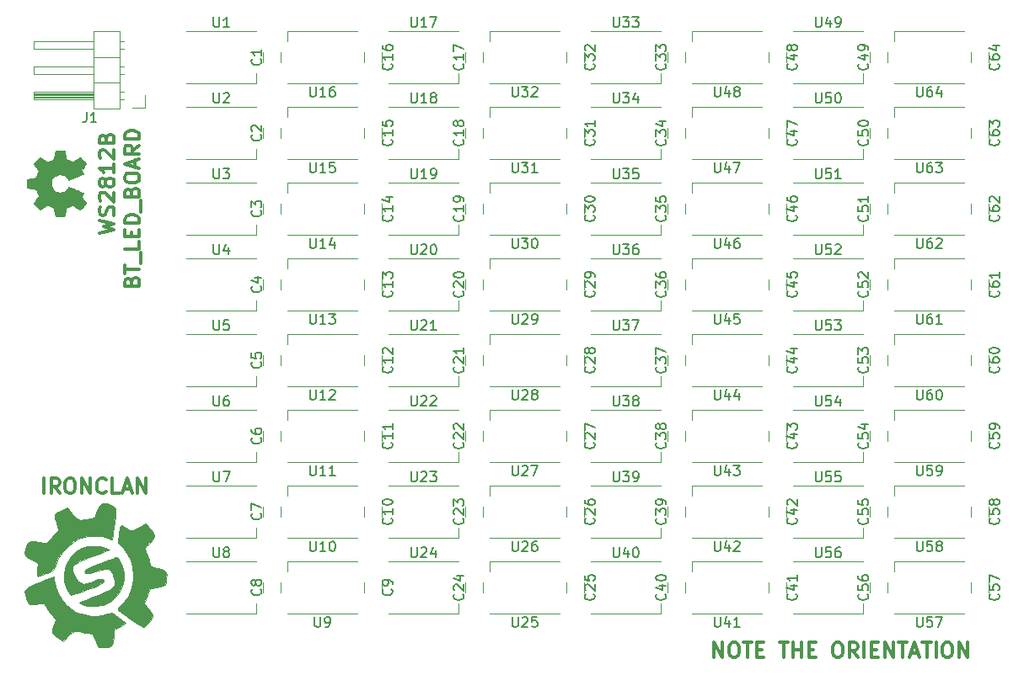
<source format=gbr>
G04 #@! TF.FileFunction,Legend,Top*
%FSLAX46Y46*%
G04 Gerber Fmt 4.6, Leading zero omitted, Abs format (unit mm)*
G04 Created by KiCad (PCBNEW 4.0.6) date 06/13/17 23:52:04*
%MOMM*%
%LPD*%
G01*
G04 APERTURE LIST*
%ADD10C,0.100000*%
%ADD11C,0.300000*%
%ADD12C,0.120000*%
%ADD13C,0.010000*%
%ADD14C,0.150000*%
G04 APERTURE END LIST*
D10*
D11*
X27118571Y-41794284D02*
X28618571Y-41437141D01*
X27547143Y-41151427D01*
X28618571Y-40865713D01*
X27118571Y-40508570D01*
X28547143Y-40008570D02*
X28618571Y-39794284D01*
X28618571Y-39437141D01*
X28547143Y-39294284D01*
X28475714Y-39222855D01*
X28332857Y-39151427D01*
X28190000Y-39151427D01*
X28047143Y-39222855D01*
X27975714Y-39294284D01*
X27904286Y-39437141D01*
X27832857Y-39722855D01*
X27761429Y-39865713D01*
X27690000Y-39937141D01*
X27547143Y-40008570D01*
X27404286Y-40008570D01*
X27261429Y-39937141D01*
X27190000Y-39865713D01*
X27118571Y-39722855D01*
X27118571Y-39365713D01*
X27190000Y-39151427D01*
X27261429Y-38579999D02*
X27190000Y-38508570D01*
X27118571Y-38365713D01*
X27118571Y-38008570D01*
X27190000Y-37865713D01*
X27261429Y-37794284D01*
X27404286Y-37722856D01*
X27547143Y-37722856D01*
X27761429Y-37794284D01*
X28618571Y-38651427D01*
X28618571Y-37722856D01*
X27761429Y-36865713D02*
X27690000Y-37008571D01*
X27618571Y-37079999D01*
X27475714Y-37151428D01*
X27404286Y-37151428D01*
X27261429Y-37079999D01*
X27190000Y-37008571D01*
X27118571Y-36865713D01*
X27118571Y-36579999D01*
X27190000Y-36437142D01*
X27261429Y-36365713D01*
X27404286Y-36294285D01*
X27475714Y-36294285D01*
X27618571Y-36365713D01*
X27690000Y-36437142D01*
X27761429Y-36579999D01*
X27761429Y-36865713D01*
X27832857Y-37008571D01*
X27904286Y-37079999D01*
X28047143Y-37151428D01*
X28332857Y-37151428D01*
X28475714Y-37079999D01*
X28547143Y-37008571D01*
X28618571Y-36865713D01*
X28618571Y-36579999D01*
X28547143Y-36437142D01*
X28475714Y-36365713D01*
X28332857Y-36294285D01*
X28047143Y-36294285D01*
X27904286Y-36365713D01*
X27832857Y-36437142D01*
X27761429Y-36579999D01*
X28618571Y-34865714D02*
X28618571Y-35722857D01*
X28618571Y-35294285D02*
X27118571Y-35294285D01*
X27332857Y-35437142D01*
X27475714Y-35580000D01*
X27547143Y-35722857D01*
X27261429Y-34294286D02*
X27190000Y-34222857D01*
X27118571Y-34080000D01*
X27118571Y-33722857D01*
X27190000Y-33580000D01*
X27261429Y-33508571D01*
X27404286Y-33437143D01*
X27547143Y-33437143D01*
X27761429Y-33508571D01*
X28618571Y-34365714D01*
X28618571Y-33437143D01*
X27832857Y-32294286D02*
X27904286Y-32080000D01*
X27975714Y-32008572D01*
X28118571Y-31937143D01*
X28332857Y-31937143D01*
X28475714Y-32008572D01*
X28547143Y-32080000D01*
X28618571Y-32222858D01*
X28618571Y-32794286D01*
X27118571Y-32794286D01*
X27118571Y-32294286D01*
X27190000Y-32151429D01*
X27261429Y-32080000D01*
X27404286Y-32008572D01*
X27547143Y-32008572D01*
X27690000Y-32080000D01*
X27761429Y-32151429D01*
X27832857Y-32294286D01*
X27832857Y-32794286D01*
X21562857Y-67988571D02*
X21562857Y-66488571D01*
X23134286Y-67988571D02*
X22634286Y-67274286D01*
X22277143Y-67988571D02*
X22277143Y-66488571D01*
X22848571Y-66488571D01*
X22991429Y-66560000D01*
X23062857Y-66631429D01*
X23134286Y-66774286D01*
X23134286Y-66988571D01*
X23062857Y-67131429D01*
X22991429Y-67202857D01*
X22848571Y-67274286D01*
X22277143Y-67274286D01*
X24062857Y-66488571D02*
X24348571Y-66488571D01*
X24491429Y-66560000D01*
X24634286Y-66702857D01*
X24705714Y-66988571D01*
X24705714Y-67488571D01*
X24634286Y-67774286D01*
X24491429Y-67917143D01*
X24348571Y-67988571D01*
X24062857Y-67988571D01*
X23920000Y-67917143D01*
X23777143Y-67774286D01*
X23705714Y-67488571D01*
X23705714Y-66988571D01*
X23777143Y-66702857D01*
X23920000Y-66560000D01*
X24062857Y-66488571D01*
X25348572Y-67988571D02*
X25348572Y-66488571D01*
X26205715Y-67988571D01*
X26205715Y-66488571D01*
X27777144Y-67845714D02*
X27705715Y-67917143D01*
X27491429Y-67988571D01*
X27348572Y-67988571D01*
X27134287Y-67917143D01*
X26991429Y-67774286D01*
X26920001Y-67631429D01*
X26848572Y-67345714D01*
X26848572Y-67131429D01*
X26920001Y-66845714D01*
X26991429Y-66702857D01*
X27134287Y-66560000D01*
X27348572Y-66488571D01*
X27491429Y-66488571D01*
X27705715Y-66560000D01*
X27777144Y-66631429D01*
X29134287Y-67988571D02*
X28420001Y-67988571D01*
X28420001Y-66488571D01*
X29562858Y-67560000D02*
X30277144Y-67560000D01*
X29420001Y-67988571D02*
X29920001Y-66488571D01*
X30420001Y-67988571D01*
X30920001Y-67988571D02*
X30920001Y-66488571D01*
X31777144Y-67988571D01*
X31777144Y-66488571D01*
X88885713Y-84498571D02*
X88885713Y-82998571D01*
X89742856Y-84498571D01*
X89742856Y-82998571D01*
X90742856Y-82998571D02*
X91028570Y-82998571D01*
X91171428Y-83070000D01*
X91314285Y-83212857D01*
X91385713Y-83498571D01*
X91385713Y-83998571D01*
X91314285Y-84284286D01*
X91171428Y-84427143D01*
X91028570Y-84498571D01*
X90742856Y-84498571D01*
X90599999Y-84427143D01*
X90457142Y-84284286D01*
X90385713Y-83998571D01*
X90385713Y-83498571D01*
X90457142Y-83212857D01*
X90599999Y-83070000D01*
X90742856Y-82998571D01*
X91814285Y-82998571D02*
X92671428Y-82998571D01*
X92242857Y-84498571D02*
X92242857Y-82998571D01*
X93171428Y-83712857D02*
X93671428Y-83712857D01*
X93885714Y-84498571D02*
X93171428Y-84498571D01*
X93171428Y-82998571D01*
X93885714Y-82998571D01*
X95457142Y-82998571D02*
X96314285Y-82998571D01*
X95885714Y-84498571D02*
X95885714Y-82998571D01*
X96814285Y-84498571D02*
X96814285Y-82998571D01*
X96814285Y-83712857D02*
X97671428Y-83712857D01*
X97671428Y-84498571D02*
X97671428Y-82998571D01*
X98385714Y-83712857D02*
X98885714Y-83712857D01*
X99100000Y-84498571D02*
X98385714Y-84498571D01*
X98385714Y-82998571D01*
X99100000Y-82998571D01*
X101171428Y-82998571D02*
X101457142Y-82998571D01*
X101600000Y-83070000D01*
X101742857Y-83212857D01*
X101814285Y-83498571D01*
X101814285Y-83998571D01*
X101742857Y-84284286D01*
X101600000Y-84427143D01*
X101457142Y-84498571D01*
X101171428Y-84498571D01*
X101028571Y-84427143D01*
X100885714Y-84284286D01*
X100814285Y-83998571D01*
X100814285Y-83498571D01*
X100885714Y-83212857D01*
X101028571Y-83070000D01*
X101171428Y-82998571D01*
X103314286Y-84498571D02*
X102814286Y-83784286D01*
X102457143Y-84498571D02*
X102457143Y-82998571D01*
X103028571Y-82998571D01*
X103171429Y-83070000D01*
X103242857Y-83141429D01*
X103314286Y-83284286D01*
X103314286Y-83498571D01*
X103242857Y-83641429D01*
X103171429Y-83712857D01*
X103028571Y-83784286D01*
X102457143Y-83784286D01*
X103957143Y-84498571D02*
X103957143Y-82998571D01*
X104671429Y-83712857D02*
X105171429Y-83712857D01*
X105385715Y-84498571D02*
X104671429Y-84498571D01*
X104671429Y-82998571D01*
X105385715Y-82998571D01*
X106028572Y-84498571D02*
X106028572Y-82998571D01*
X106885715Y-84498571D01*
X106885715Y-82998571D01*
X107385715Y-82998571D02*
X108242858Y-82998571D01*
X107814287Y-84498571D02*
X107814287Y-82998571D01*
X108671429Y-84070000D02*
X109385715Y-84070000D01*
X108528572Y-84498571D02*
X109028572Y-82998571D01*
X109528572Y-84498571D01*
X109814286Y-82998571D02*
X110671429Y-82998571D01*
X110242858Y-84498571D02*
X110242858Y-82998571D01*
X111171429Y-84498571D02*
X111171429Y-82998571D01*
X112171429Y-82998571D02*
X112457143Y-82998571D01*
X112600001Y-83070000D01*
X112742858Y-83212857D01*
X112814286Y-83498571D01*
X112814286Y-83998571D01*
X112742858Y-84284286D01*
X112600001Y-84427143D01*
X112457143Y-84498571D01*
X112171429Y-84498571D01*
X112028572Y-84427143D01*
X111885715Y-84284286D01*
X111814286Y-83998571D01*
X111814286Y-83498571D01*
X111885715Y-83212857D01*
X112028572Y-83070000D01*
X112171429Y-82998571D01*
X113457144Y-84498571D02*
X113457144Y-82998571D01*
X114314287Y-84498571D01*
X114314287Y-82998571D01*
X30372857Y-46691428D02*
X30444286Y-46477142D01*
X30515714Y-46405714D01*
X30658571Y-46334285D01*
X30872857Y-46334285D01*
X31015714Y-46405714D01*
X31087143Y-46477142D01*
X31158571Y-46620000D01*
X31158571Y-47191428D01*
X29658571Y-47191428D01*
X29658571Y-46691428D01*
X29730000Y-46548571D01*
X29801429Y-46477142D01*
X29944286Y-46405714D01*
X30087143Y-46405714D01*
X30230000Y-46477142D01*
X30301429Y-46548571D01*
X30372857Y-46691428D01*
X30372857Y-47191428D01*
X29658571Y-45905714D02*
X29658571Y-45048571D01*
X31158571Y-45477142D02*
X29658571Y-45477142D01*
X31301429Y-44905714D02*
X31301429Y-43762857D01*
X31158571Y-42691428D02*
X31158571Y-43405714D01*
X29658571Y-43405714D01*
X30372857Y-42191428D02*
X30372857Y-41691428D01*
X31158571Y-41477142D02*
X31158571Y-42191428D01*
X29658571Y-42191428D01*
X29658571Y-41477142D01*
X31158571Y-40834285D02*
X29658571Y-40834285D01*
X29658571Y-40477142D01*
X29730000Y-40262857D01*
X29872857Y-40119999D01*
X30015714Y-40048571D01*
X30301429Y-39977142D01*
X30515714Y-39977142D01*
X30801429Y-40048571D01*
X30944286Y-40119999D01*
X31087143Y-40262857D01*
X31158571Y-40477142D01*
X31158571Y-40834285D01*
X31301429Y-39691428D02*
X31301429Y-38548571D01*
X30372857Y-37691428D02*
X30444286Y-37477142D01*
X30515714Y-37405714D01*
X30658571Y-37334285D01*
X30872857Y-37334285D01*
X31015714Y-37405714D01*
X31087143Y-37477142D01*
X31158571Y-37620000D01*
X31158571Y-38191428D01*
X29658571Y-38191428D01*
X29658571Y-37691428D01*
X29730000Y-37548571D01*
X29801429Y-37477142D01*
X29944286Y-37405714D01*
X30087143Y-37405714D01*
X30230000Y-37477142D01*
X30301429Y-37548571D01*
X30372857Y-37691428D01*
X30372857Y-38191428D01*
X29658571Y-36405714D02*
X29658571Y-36120000D01*
X29730000Y-35977142D01*
X29872857Y-35834285D01*
X30158571Y-35762857D01*
X30658571Y-35762857D01*
X30944286Y-35834285D01*
X31087143Y-35977142D01*
X31158571Y-36120000D01*
X31158571Y-36405714D01*
X31087143Y-36548571D01*
X30944286Y-36691428D01*
X30658571Y-36762857D01*
X30158571Y-36762857D01*
X29872857Y-36691428D01*
X29730000Y-36548571D01*
X29658571Y-36405714D01*
X30730000Y-35191428D02*
X30730000Y-34477142D01*
X31158571Y-35334285D02*
X29658571Y-34834285D01*
X31158571Y-34334285D01*
X31158571Y-32977142D02*
X30444286Y-33477142D01*
X31158571Y-33834285D02*
X29658571Y-33834285D01*
X29658571Y-33262857D01*
X29730000Y-33119999D01*
X29801429Y-33048571D01*
X29944286Y-32977142D01*
X30158571Y-32977142D01*
X30301429Y-33048571D01*
X30372857Y-33119999D01*
X30444286Y-33262857D01*
X30444286Y-33834285D01*
X31158571Y-32334285D02*
X29658571Y-32334285D01*
X29658571Y-31977142D01*
X29730000Y-31762857D01*
X29872857Y-31619999D01*
X30015714Y-31548571D01*
X30301429Y-31477142D01*
X30515714Y-31477142D01*
X30801429Y-31548571D01*
X30944286Y-31619999D01*
X31087143Y-31762857D01*
X31158571Y-31977142D01*
X31158571Y-32334285D01*
D12*
X53030000Y-41970000D02*
X46030000Y-41970000D01*
X53030000Y-36770000D02*
X46030000Y-36770000D01*
X46030000Y-36770000D02*
X46030000Y-37770000D01*
X35870000Y-36770000D02*
X42870000Y-36770000D01*
X35870000Y-41970000D02*
X42870000Y-41970000D01*
X42870000Y-41970000D02*
X42870000Y-40970000D01*
X53030000Y-72450000D02*
X46030000Y-72450000D01*
X53030000Y-67250000D02*
X46030000Y-67250000D01*
X46030000Y-67250000D02*
X46030000Y-68250000D01*
X76510000Y-29150000D02*
X83510000Y-29150000D01*
X76510000Y-34350000D02*
X83510000Y-34350000D01*
X83510000Y-34350000D02*
X83510000Y-33350000D01*
X35870000Y-29150000D02*
X42870000Y-29150000D01*
X35870000Y-34350000D02*
X42870000Y-34350000D01*
X42870000Y-34350000D02*
X42870000Y-33350000D01*
X113990000Y-80070000D02*
X106990000Y-80070000D01*
X113990000Y-74870000D02*
X106990000Y-74870000D01*
X106990000Y-74870000D02*
X106990000Y-75870000D01*
X29140000Y-29270000D02*
X29140000Y-26670000D01*
X29140000Y-26670000D02*
X26520000Y-26670000D01*
X26520000Y-26670000D02*
X26520000Y-29270000D01*
X26520000Y-29270000D02*
X29140000Y-29270000D01*
X26520000Y-28320000D02*
X26520000Y-27560000D01*
X26520000Y-27560000D02*
X20520000Y-27560000D01*
X20520000Y-27560000D02*
X20520000Y-28320000D01*
X20520000Y-28320000D02*
X26520000Y-28320000D01*
X29570000Y-28320000D02*
X29140000Y-28320000D01*
X29570000Y-27560000D02*
X29140000Y-27560000D01*
X26520000Y-28200000D02*
X20520000Y-28200000D01*
X26520000Y-28080000D02*
X20520000Y-28080000D01*
X26520000Y-27960000D02*
X20520000Y-27960000D01*
X26520000Y-27840000D02*
X20520000Y-27840000D01*
X26520000Y-27720000D02*
X20520000Y-27720000D01*
X26520000Y-27600000D02*
X20520000Y-27600000D01*
X29140000Y-26670000D02*
X29140000Y-24130000D01*
X29140000Y-24130000D02*
X26520000Y-24130000D01*
X26520000Y-24130000D02*
X26520000Y-26670000D01*
X26520000Y-26670000D02*
X29140000Y-26670000D01*
X26520000Y-25780000D02*
X26520000Y-25020000D01*
X26520000Y-25020000D02*
X20520000Y-25020000D01*
X20520000Y-25020000D02*
X20520000Y-25780000D01*
X20520000Y-25780000D02*
X26520000Y-25780000D01*
X29570000Y-25780000D02*
X29140000Y-25780000D01*
X29570000Y-25020000D02*
X29140000Y-25020000D01*
X29140000Y-24130000D02*
X29140000Y-21530000D01*
X29140000Y-21530000D02*
X26520000Y-21530000D01*
X26520000Y-21530000D02*
X26520000Y-24130000D01*
X26520000Y-24130000D02*
X29140000Y-24130000D01*
X26520000Y-23240000D02*
X26520000Y-22480000D01*
X26520000Y-22480000D02*
X20520000Y-22480000D01*
X20520000Y-22480000D02*
X20520000Y-23240000D01*
X20520000Y-23240000D02*
X26520000Y-23240000D01*
X29570000Y-23240000D02*
X29140000Y-23240000D01*
X29570000Y-22480000D02*
X29140000Y-22480000D01*
X31750000Y-27940000D02*
X31750000Y-29210000D01*
X31750000Y-29210000D02*
X30480000Y-29210000D01*
X35870000Y-21530000D02*
X42870000Y-21530000D01*
X35870000Y-26730000D02*
X42870000Y-26730000D01*
X42870000Y-26730000D02*
X42870000Y-25730000D01*
X35870000Y-44390000D02*
X42870000Y-44390000D01*
X35870000Y-49590000D02*
X42870000Y-49590000D01*
X42870000Y-49590000D02*
X42870000Y-48590000D01*
X35870000Y-52010000D02*
X42870000Y-52010000D01*
X35870000Y-57210000D02*
X42870000Y-57210000D01*
X42870000Y-57210000D02*
X42870000Y-56210000D01*
X35870000Y-59630000D02*
X42870000Y-59630000D01*
X35870000Y-64830000D02*
X42870000Y-64830000D01*
X42870000Y-64830000D02*
X42870000Y-63830000D01*
X35870000Y-67250000D02*
X42870000Y-67250000D01*
X35870000Y-72450000D02*
X42870000Y-72450000D01*
X42870000Y-72450000D02*
X42870000Y-71450000D01*
X35870000Y-74870000D02*
X42870000Y-74870000D01*
X35870000Y-80070000D02*
X42870000Y-80070000D01*
X42870000Y-80070000D02*
X42870000Y-79070000D01*
X53030000Y-80070000D02*
X46030000Y-80070000D01*
X53030000Y-74870000D02*
X46030000Y-74870000D01*
X46030000Y-74870000D02*
X46030000Y-75870000D01*
X53030000Y-64830000D02*
X46030000Y-64830000D01*
X53030000Y-59630000D02*
X46030000Y-59630000D01*
X46030000Y-59630000D02*
X46030000Y-60630000D01*
X53030000Y-57210000D02*
X46030000Y-57210000D01*
X53030000Y-52010000D02*
X46030000Y-52010000D01*
X46030000Y-52010000D02*
X46030000Y-53010000D01*
X53030000Y-49590000D02*
X46030000Y-49590000D01*
X53030000Y-44390000D02*
X46030000Y-44390000D01*
X46030000Y-44390000D02*
X46030000Y-45390000D01*
X53030000Y-34350000D02*
X46030000Y-34350000D01*
X53030000Y-29150000D02*
X46030000Y-29150000D01*
X46030000Y-29150000D02*
X46030000Y-30150000D01*
X53030000Y-26730000D02*
X46030000Y-26730000D01*
X53030000Y-21530000D02*
X46030000Y-21530000D01*
X46030000Y-21530000D02*
X46030000Y-22530000D01*
X56190000Y-21530000D02*
X63190000Y-21530000D01*
X56190000Y-26730000D02*
X63190000Y-26730000D01*
X63190000Y-26730000D02*
X63190000Y-25730000D01*
X56190000Y-29150000D02*
X63190000Y-29150000D01*
X56190000Y-34350000D02*
X63190000Y-34350000D01*
X63190000Y-34350000D02*
X63190000Y-33350000D01*
X56190000Y-36770000D02*
X63190000Y-36770000D01*
X56190000Y-41970000D02*
X63190000Y-41970000D01*
X63190000Y-41970000D02*
X63190000Y-40970000D01*
X56190000Y-44390000D02*
X63190000Y-44390000D01*
X56190000Y-49590000D02*
X63190000Y-49590000D01*
X63190000Y-49590000D02*
X63190000Y-48590000D01*
X56190000Y-52010000D02*
X63190000Y-52010000D01*
X56190000Y-57210000D02*
X63190000Y-57210000D01*
X63190000Y-57210000D02*
X63190000Y-56210000D01*
X56190000Y-59630000D02*
X63190000Y-59630000D01*
X56190000Y-64830000D02*
X63190000Y-64830000D01*
X63190000Y-64830000D02*
X63190000Y-63830000D01*
X56190000Y-67250000D02*
X63190000Y-67250000D01*
X56190000Y-72450000D02*
X63190000Y-72450000D01*
X63190000Y-72450000D02*
X63190000Y-71450000D01*
X56190000Y-74870000D02*
X63190000Y-74870000D01*
X56190000Y-80070000D02*
X63190000Y-80070000D01*
X63190000Y-80070000D02*
X63190000Y-79070000D01*
X73350000Y-80070000D02*
X66350000Y-80070000D01*
X73350000Y-74870000D02*
X66350000Y-74870000D01*
X66350000Y-74870000D02*
X66350000Y-75870000D01*
X73350000Y-72450000D02*
X66350000Y-72450000D01*
X73350000Y-67250000D02*
X66350000Y-67250000D01*
X66350000Y-67250000D02*
X66350000Y-68250000D01*
X73350000Y-64830000D02*
X66350000Y-64830000D01*
X73350000Y-59630000D02*
X66350000Y-59630000D01*
X66350000Y-59630000D02*
X66350000Y-60630000D01*
X73350000Y-57210000D02*
X66350000Y-57210000D01*
X73350000Y-52010000D02*
X66350000Y-52010000D01*
X66350000Y-52010000D02*
X66350000Y-53010000D01*
X73350000Y-49590000D02*
X66350000Y-49590000D01*
X73350000Y-44390000D02*
X66350000Y-44390000D01*
X66350000Y-44390000D02*
X66350000Y-45390000D01*
X73350000Y-41970000D02*
X66350000Y-41970000D01*
X73350000Y-36770000D02*
X66350000Y-36770000D01*
X66350000Y-36770000D02*
X66350000Y-37770000D01*
X73350000Y-34350000D02*
X66350000Y-34350000D01*
X73350000Y-29150000D02*
X66350000Y-29150000D01*
X66350000Y-29150000D02*
X66350000Y-30150000D01*
X73350000Y-26730000D02*
X66350000Y-26730000D01*
X73350000Y-21530000D02*
X66350000Y-21530000D01*
X66350000Y-21530000D02*
X66350000Y-22530000D01*
X76510000Y-21530000D02*
X83510000Y-21530000D01*
X76510000Y-26730000D02*
X83510000Y-26730000D01*
X83510000Y-26730000D02*
X83510000Y-25730000D01*
X76510000Y-36770000D02*
X83510000Y-36770000D01*
X76510000Y-41970000D02*
X83510000Y-41970000D01*
X83510000Y-41970000D02*
X83510000Y-40970000D01*
X76510000Y-44390000D02*
X83510000Y-44390000D01*
X76510000Y-49590000D02*
X83510000Y-49590000D01*
X83510000Y-49590000D02*
X83510000Y-48590000D01*
X76510000Y-52010000D02*
X83510000Y-52010000D01*
X76510000Y-57210000D02*
X83510000Y-57210000D01*
X83510000Y-57210000D02*
X83510000Y-56210000D01*
X76510000Y-59630000D02*
X83510000Y-59630000D01*
X76510000Y-64830000D02*
X83510000Y-64830000D01*
X83510000Y-64830000D02*
X83510000Y-63830000D01*
X76510000Y-67250000D02*
X83510000Y-67250000D01*
X76510000Y-72450000D02*
X83510000Y-72450000D01*
X83510000Y-72450000D02*
X83510000Y-71450000D01*
X76510000Y-74870000D02*
X83510000Y-74870000D01*
X76510000Y-80070000D02*
X83510000Y-80070000D01*
X83510000Y-80070000D02*
X83510000Y-79070000D01*
X93670000Y-80070000D02*
X86670000Y-80070000D01*
X93670000Y-74870000D02*
X86670000Y-74870000D01*
X86670000Y-74870000D02*
X86670000Y-75870000D01*
X93670000Y-72450000D02*
X86670000Y-72450000D01*
X93670000Y-67250000D02*
X86670000Y-67250000D01*
X86670000Y-67250000D02*
X86670000Y-68250000D01*
X93670000Y-64830000D02*
X86670000Y-64830000D01*
X93670000Y-59630000D02*
X86670000Y-59630000D01*
X86670000Y-59630000D02*
X86670000Y-60630000D01*
X93670000Y-57210000D02*
X86670000Y-57210000D01*
X93670000Y-52010000D02*
X86670000Y-52010000D01*
X86670000Y-52010000D02*
X86670000Y-53010000D01*
X93670000Y-49590000D02*
X86670000Y-49590000D01*
X93670000Y-44390000D02*
X86670000Y-44390000D01*
X86670000Y-44390000D02*
X86670000Y-45390000D01*
X93670000Y-41970000D02*
X86670000Y-41970000D01*
X93670000Y-36770000D02*
X86670000Y-36770000D01*
X86670000Y-36770000D02*
X86670000Y-37770000D01*
X93670000Y-34350000D02*
X86670000Y-34350000D01*
X93670000Y-29150000D02*
X86670000Y-29150000D01*
X86670000Y-29150000D02*
X86670000Y-30150000D01*
X93670000Y-26730000D02*
X86670000Y-26730000D01*
X93670000Y-21530000D02*
X86670000Y-21530000D01*
X86670000Y-21530000D02*
X86670000Y-22530000D01*
X96830000Y-21530000D02*
X103830000Y-21530000D01*
X96830000Y-26730000D02*
X103830000Y-26730000D01*
X103830000Y-26730000D02*
X103830000Y-25730000D01*
X96830000Y-29150000D02*
X103830000Y-29150000D01*
X96830000Y-34350000D02*
X103830000Y-34350000D01*
X103830000Y-34350000D02*
X103830000Y-33350000D01*
X96830000Y-36770000D02*
X103830000Y-36770000D01*
X96830000Y-41970000D02*
X103830000Y-41970000D01*
X103830000Y-41970000D02*
X103830000Y-40970000D01*
X96830000Y-44390000D02*
X103830000Y-44390000D01*
X96830000Y-49590000D02*
X103830000Y-49590000D01*
X103830000Y-49590000D02*
X103830000Y-48590000D01*
X96830000Y-52010000D02*
X103830000Y-52010000D01*
X96830000Y-57210000D02*
X103830000Y-57210000D01*
X103830000Y-57210000D02*
X103830000Y-56210000D01*
X96830000Y-59630000D02*
X103830000Y-59630000D01*
X96830000Y-64830000D02*
X103830000Y-64830000D01*
X103830000Y-64830000D02*
X103830000Y-63830000D01*
X96830000Y-67250000D02*
X103830000Y-67250000D01*
X96830000Y-72450000D02*
X103830000Y-72450000D01*
X103830000Y-72450000D02*
X103830000Y-71450000D01*
X96830000Y-74870000D02*
X103830000Y-74870000D01*
X96830000Y-80070000D02*
X103830000Y-80070000D01*
X103830000Y-80070000D02*
X103830000Y-79070000D01*
X113990000Y-72450000D02*
X106990000Y-72450000D01*
X113990000Y-67250000D02*
X106990000Y-67250000D01*
X106990000Y-67250000D02*
X106990000Y-68250000D01*
X113990000Y-64830000D02*
X106990000Y-64830000D01*
X113990000Y-59630000D02*
X106990000Y-59630000D01*
X106990000Y-59630000D02*
X106990000Y-60630000D01*
X113990000Y-57210000D02*
X106990000Y-57210000D01*
X113990000Y-52010000D02*
X106990000Y-52010000D01*
X106990000Y-52010000D02*
X106990000Y-53010000D01*
X113990000Y-49590000D02*
X106990000Y-49590000D01*
X113990000Y-44390000D02*
X106990000Y-44390000D01*
X106990000Y-44390000D02*
X106990000Y-45390000D01*
X113990000Y-41970000D02*
X106990000Y-41970000D01*
X113990000Y-36770000D02*
X106990000Y-36770000D01*
X106990000Y-36770000D02*
X106990000Y-37770000D01*
X113990000Y-34350000D02*
X106990000Y-34350000D01*
X113990000Y-29150000D02*
X106990000Y-29150000D01*
X106990000Y-29150000D02*
X106990000Y-30150000D01*
X113990000Y-26730000D02*
X106990000Y-26730000D01*
X113990000Y-21530000D02*
X106990000Y-21530000D01*
X106990000Y-21530000D02*
X106990000Y-22530000D01*
X43600000Y-23630000D02*
X43600000Y-24630000D01*
X45300000Y-24630000D02*
X45300000Y-23630000D01*
X43600000Y-31250000D02*
X43600000Y-32250000D01*
X45300000Y-32250000D02*
X45300000Y-31250000D01*
X43600000Y-38870000D02*
X43600000Y-39870000D01*
X45300000Y-39870000D02*
X45300000Y-38870000D01*
X43600000Y-46490000D02*
X43600000Y-47490000D01*
X45300000Y-47490000D02*
X45300000Y-46490000D01*
X43600000Y-54110000D02*
X43600000Y-55110000D01*
X45300000Y-55110000D02*
X45300000Y-54110000D01*
X43600000Y-61730000D02*
X43600000Y-62730000D01*
X45300000Y-62730000D02*
X45300000Y-61730000D01*
X43600000Y-69350000D02*
X43600000Y-70350000D01*
X45300000Y-70350000D02*
X45300000Y-69350000D01*
X43600000Y-76970000D02*
X43600000Y-77970000D01*
X45300000Y-77970000D02*
X45300000Y-76970000D01*
X55460000Y-77970000D02*
X55460000Y-76970000D01*
X53760000Y-76970000D02*
X53760000Y-77970000D01*
X55460000Y-70350000D02*
X55460000Y-69350000D01*
X53760000Y-69350000D02*
X53760000Y-70350000D01*
X55460000Y-62730000D02*
X55460000Y-61730000D01*
X53760000Y-61730000D02*
X53760000Y-62730000D01*
X55460000Y-55110000D02*
X55460000Y-54110000D01*
X53760000Y-54110000D02*
X53760000Y-55110000D01*
X55460000Y-47490000D02*
X55460000Y-46490000D01*
X53760000Y-46490000D02*
X53760000Y-47490000D01*
X55460000Y-39870000D02*
X55460000Y-38870000D01*
X53760000Y-38870000D02*
X53760000Y-39870000D01*
X55460000Y-32250000D02*
X55460000Y-31250000D01*
X53760000Y-31250000D02*
X53760000Y-32250000D01*
X55460000Y-24630000D02*
X55460000Y-23630000D01*
X53760000Y-23630000D02*
X53760000Y-24630000D01*
X63920000Y-23630000D02*
X63920000Y-24630000D01*
X65620000Y-24630000D02*
X65620000Y-23630000D01*
X63920000Y-31250000D02*
X63920000Y-32250000D01*
X65620000Y-32250000D02*
X65620000Y-31250000D01*
X63920000Y-38870000D02*
X63920000Y-39870000D01*
X65620000Y-39870000D02*
X65620000Y-38870000D01*
X63920000Y-46490000D02*
X63920000Y-47490000D01*
X65620000Y-47490000D02*
X65620000Y-46490000D01*
X63920000Y-54110000D02*
X63920000Y-55110000D01*
X65620000Y-55110000D02*
X65620000Y-54110000D01*
X63920000Y-61730000D02*
X63920000Y-62730000D01*
X65620000Y-62730000D02*
X65620000Y-61730000D01*
X63920000Y-69350000D02*
X63920000Y-70350000D01*
X65620000Y-70350000D02*
X65620000Y-69350000D01*
X63920000Y-76970000D02*
X63920000Y-77970000D01*
X65620000Y-77970000D02*
X65620000Y-76970000D01*
X75780000Y-77970000D02*
X75780000Y-76970000D01*
X74080000Y-76970000D02*
X74080000Y-77970000D01*
X75780000Y-70350000D02*
X75780000Y-69350000D01*
X74080000Y-69350000D02*
X74080000Y-70350000D01*
X75780000Y-62730000D02*
X75780000Y-61730000D01*
X74080000Y-61730000D02*
X74080000Y-62730000D01*
X75780000Y-55110000D02*
X75780000Y-54110000D01*
X74080000Y-54110000D02*
X74080000Y-55110000D01*
X75780000Y-47490000D02*
X75780000Y-46490000D01*
X74080000Y-46490000D02*
X74080000Y-47490000D01*
X75780000Y-39870000D02*
X75780000Y-38870000D01*
X74080000Y-38870000D02*
X74080000Y-39870000D01*
X75780000Y-32250000D02*
X75780000Y-31250000D01*
X74080000Y-31250000D02*
X74080000Y-32250000D01*
X75780000Y-24630000D02*
X75780000Y-23630000D01*
X74080000Y-23630000D02*
X74080000Y-24630000D01*
X84240000Y-23630000D02*
X84240000Y-24630000D01*
X85940000Y-24630000D02*
X85940000Y-23630000D01*
X84240000Y-31250000D02*
X84240000Y-32250000D01*
X85940000Y-32250000D02*
X85940000Y-31250000D01*
X84240000Y-38870000D02*
X84240000Y-39870000D01*
X85940000Y-39870000D02*
X85940000Y-38870000D01*
X84240000Y-46490000D02*
X84240000Y-47490000D01*
X85940000Y-47490000D02*
X85940000Y-46490000D01*
X84240000Y-54110000D02*
X84240000Y-55110000D01*
X85940000Y-55110000D02*
X85940000Y-54110000D01*
X84240000Y-61730000D02*
X84240000Y-62730000D01*
X85940000Y-62730000D02*
X85940000Y-61730000D01*
X84240000Y-69350000D02*
X84240000Y-70350000D01*
X85940000Y-70350000D02*
X85940000Y-69350000D01*
X84240000Y-76970000D02*
X84240000Y-77970000D01*
X85940000Y-77970000D02*
X85940000Y-76970000D01*
X96100000Y-77970000D02*
X96100000Y-76970000D01*
X94400000Y-76970000D02*
X94400000Y-77970000D01*
X96100000Y-70350000D02*
X96100000Y-69350000D01*
X94400000Y-69350000D02*
X94400000Y-70350000D01*
X96100000Y-62730000D02*
X96100000Y-61730000D01*
X94400000Y-61730000D02*
X94400000Y-62730000D01*
X96100000Y-55110000D02*
X96100000Y-54110000D01*
X94400000Y-54110000D02*
X94400000Y-55110000D01*
X96100000Y-47490000D02*
X96100000Y-46490000D01*
X94400000Y-46490000D02*
X94400000Y-47490000D01*
X96100000Y-39870000D02*
X96100000Y-38870000D01*
X94400000Y-38870000D02*
X94400000Y-39870000D01*
X96100000Y-32250000D02*
X96100000Y-31250000D01*
X94400000Y-31250000D02*
X94400000Y-32250000D01*
X96100000Y-24630000D02*
X96100000Y-23630000D01*
X94400000Y-23630000D02*
X94400000Y-24630000D01*
X104560000Y-23630000D02*
X104560000Y-24630000D01*
X106260000Y-24630000D02*
X106260000Y-23630000D01*
X104560000Y-31250000D02*
X104560000Y-32250000D01*
X106260000Y-32250000D02*
X106260000Y-31250000D01*
X104560000Y-38870000D02*
X104560000Y-39870000D01*
X106260000Y-39870000D02*
X106260000Y-38870000D01*
X104560000Y-46490000D02*
X104560000Y-47490000D01*
X106260000Y-47490000D02*
X106260000Y-46490000D01*
X104560000Y-54110000D02*
X104560000Y-55110000D01*
X106260000Y-55110000D02*
X106260000Y-54110000D01*
X104560000Y-61730000D02*
X104560000Y-62730000D01*
X106260000Y-62730000D02*
X106260000Y-61730000D01*
X104560000Y-69350000D02*
X104560000Y-70350000D01*
X106260000Y-70350000D02*
X106260000Y-69350000D01*
X104560000Y-76970000D02*
X104560000Y-77970000D01*
X106260000Y-77970000D02*
X106260000Y-76970000D01*
X116420000Y-77970000D02*
X116420000Y-76970000D01*
X114720000Y-76970000D02*
X114720000Y-77970000D01*
X116420000Y-70350000D02*
X116420000Y-69350000D01*
X114720000Y-69350000D02*
X114720000Y-70350000D01*
X116420000Y-62730000D02*
X116420000Y-61730000D01*
X114720000Y-61730000D02*
X114720000Y-62730000D01*
X116420000Y-55110000D02*
X116420000Y-54110000D01*
X114720000Y-54110000D02*
X114720000Y-55110000D01*
X116420000Y-47490000D02*
X116420000Y-46490000D01*
X114720000Y-46490000D02*
X114720000Y-47490000D01*
X116420000Y-39870000D02*
X116420000Y-38870000D01*
X114720000Y-38870000D02*
X114720000Y-39870000D01*
X116420000Y-32250000D02*
X116420000Y-31250000D01*
X114720000Y-31250000D02*
X114720000Y-32250000D01*
X116420000Y-24630000D02*
X116420000Y-23630000D01*
X114720000Y-23630000D02*
X114720000Y-24630000D01*
D13*
G36*
X22606000Y-76708927D02*
X22706105Y-77340207D01*
X22981436Y-78032908D01*
X23394516Y-78709622D01*
X23812663Y-79201229D01*
X24266686Y-79612541D01*
X24699492Y-79885933D01*
X25231161Y-80094557D01*
X25330510Y-80125915D01*
X25936636Y-80295838D01*
X26412586Y-80371597D01*
X26862786Y-80356386D01*
X27391662Y-80253394D01*
X27619757Y-80195878D01*
X28368879Y-80000756D01*
X29047032Y-80467818D01*
X29405277Y-80722246D01*
X29671798Y-80925892D01*
X29782527Y-81027661D01*
X29710458Y-81127431D01*
X29464436Y-81287823D01*
X29207434Y-81420704D01*
X28575000Y-81720964D01*
X28575000Y-82380410D01*
X28510137Y-82944996D01*
X28318460Y-83300392D01*
X28004333Y-83439041D01*
X27962678Y-83440734D01*
X27656075Y-83473125D01*
X27495500Y-83505885D01*
X27209156Y-83510279D01*
X27077907Y-83461913D01*
X26943702Y-83286904D01*
X26781174Y-82958223D01*
X26691635Y-82730012D01*
X26537938Y-82353417D01*
X26386527Y-82158797D01*
X26178716Y-82081552D01*
X26093228Y-82071298D01*
X25726608Y-82019514D01*
X25278383Y-81932895D01*
X25157791Y-81905694D01*
X24840880Y-81841066D01*
X24621023Y-81853400D01*
X24412081Y-81974425D01*
X24127917Y-82235868D01*
X24047494Y-82314652D01*
X23496905Y-82855014D01*
X23019702Y-82583122D01*
X22611892Y-82318410D01*
X22412416Y-82067611D01*
X22392296Y-81754095D01*
X22522550Y-81301235D01*
X22528559Y-81284468D01*
X22759661Y-80641796D01*
X22296001Y-80128579D01*
X22001104Y-79772695D01*
X21764562Y-79435741D01*
X21685858Y-79293869D01*
X21545758Y-79074769D01*
X21345590Y-79028803D01*
X21151938Y-79064745D01*
X20730825Y-79139047D01*
X20389042Y-79170808D01*
X20157840Y-79153405D01*
X20002221Y-79040729D01*
X19863229Y-78773654D01*
X19780251Y-78560281D01*
X19658637Y-78175198D01*
X19603066Y-77873744D01*
X19609991Y-77771695D01*
X19772510Y-77607069D01*
X20134548Y-77382872D01*
X20654861Y-77120456D01*
X21292204Y-76841174D01*
X21772458Y-76652126D01*
X22606000Y-76338382D01*
X22606000Y-76708927D01*
X22606000Y-76708927D01*
G37*
X22606000Y-76708927D02*
X22706105Y-77340207D01*
X22981436Y-78032908D01*
X23394516Y-78709622D01*
X23812663Y-79201229D01*
X24266686Y-79612541D01*
X24699492Y-79885933D01*
X25231161Y-80094557D01*
X25330510Y-80125915D01*
X25936636Y-80295838D01*
X26412586Y-80371597D01*
X26862786Y-80356386D01*
X27391662Y-80253394D01*
X27619757Y-80195878D01*
X28368879Y-80000756D01*
X29047032Y-80467818D01*
X29405277Y-80722246D01*
X29671798Y-80925892D01*
X29782527Y-81027661D01*
X29710458Y-81127431D01*
X29464436Y-81287823D01*
X29207434Y-81420704D01*
X28575000Y-81720964D01*
X28575000Y-82380410D01*
X28510137Y-82944996D01*
X28318460Y-83300392D01*
X28004333Y-83439041D01*
X27962678Y-83440734D01*
X27656075Y-83473125D01*
X27495500Y-83505885D01*
X27209156Y-83510279D01*
X27077907Y-83461913D01*
X26943702Y-83286904D01*
X26781174Y-82958223D01*
X26691635Y-82730012D01*
X26537938Y-82353417D01*
X26386527Y-82158797D01*
X26178716Y-82081552D01*
X26093228Y-82071298D01*
X25726608Y-82019514D01*
X25278383Y-81932895D01*
X25157791Y-81905694D01*
X24840880Y-81841066D01*
X24621023Y-81853400D01*
X24412081Y-81974425D01*
X24127917Y-82235868D01*
X24047494Y-82314652D01*
X23496905Y-82855014D01*
X23019702Y-82583122D01*
X22611892Y-82318410D01*
X22412416Y-82067611D01*
X22392296Y-81754095D01*
X22522550Y-81301235D01*
X22528559Y-81284468D01*
X22759661Y-80641796D01*
X22296001Y-80128579D01*
X22001104Y-79772695D01*
X21764562Y-79435741D01*
X21685858Y-79293869D01*
X21545758Y-79074769D01*
X21345590Y-79028803D01*
X21151938Y-79064745D01*
X20730825Y-79139047D01*
X20389042Y-79170808D01*
X20157840Y-79153405D01*
X20002221Y-79040729D01*
X19863229Y-78773654D01*
X19780251Y-78560281D01*
X19658637Y-78175198D01*
X19603066Y-77873744D01*
X19609991Y-77771695D01*
X19772510Y-77607069D01*
X20134548Y-77382872D01*
X20654861Y-77120456D01*
X21292204Y-76841174D01*
X21772458Y-76652126D01*
X22606000Y-76338382D01*
X22606000Y-76708927D01*
G36*
X32214127Y-71559813D02*
X32523624Y-71983048D01*
X32615817Y-72327848D01*
X32486806Y-72653530D01*
X32132690Y-73019407D01*
X32117277Y-73032718D01*
X31819051Y-73298006D01*
X31684146Y-73473900D01*
X31683026Y-73636303D01*
X31786153Y-73861116D01*
X31791152Y-73870784D01*
X31949109Y-74242743D01*
X32099922Y-74700383D01*
X32136849Y-74837118D01*
X32236437Y-75183724D01*
X32361530Y-75366127D01*
X32593067Y-75454215D01*
X32908809Y-75503674D01*
X33434911Y-75618620D01*
X33744850Y-75811797D01*
X33873409Y-76122165D01*
X33858369Y-76567278D01*
X33790960Y-76934096D01*
X33712829Y-77188831D01*
X33682230Y-77239569D01*
X33510058Y-77311243D01*
X33173091Y-77390319D01*
X32907306Y-77435200D01*
X32229712Y-77533500D01*
X31659812Y-79057500D01*
X32085906Y-79556609D01*
X32332929Y-79896254D01*
X32486709Y-80204494D01*
X32512000Y-80325446D01*
X32427228Y-80553940D01*
X32218107Y-80851549D01*
X31952425Y-81142017D01*
X31697969Y-81349085D01*
X31553453Y-81403749D01*
X31388608Y-81338043D01*
X31085179Y-81171070D01*
X30791461Y-80990999D01*
X30310457Y-80669350D01*
X29807431Y-80311435D01*
X29584961Y-80144252D01*
X29267012Y-79898741D01*
X29039572Y-79723762D01*
X28967413Y-79668832D01*
X29020437Y-79567995D01*
X29212329Y-79349406D01*
X29397854Y-79162035D01*
X29992446Y-78424904D01*
X30368260Y-77574144D01*
X30531775Y-76593313D01*
X30540381Y-76263500D01*
X30472294Y-75373901D01*
X30253869Y-74629043D01*
X29854760Y-73949797D01*
X29482027Y-73503767D01*
X28969421Y-72947655D01*
X29105669Y-72029677D01*
X29179147Y-71561003D01*
X29240978Y-71300748D01*
X29314738Y-71205783D01*
X29424003Y-71232981D01*
X29511708Y-71286938D01*
X29926722Y-71554397D01*
X30204161Y-71698954D01*
X30424105Y-71728630D01*
X30666637Y-71651449D01*
X31011837Y-71475432D01*
X31072950Y-71443342D01*
X31789254Y-71068308D01*
X32214127Y-71559813D01*
X32214127Y-71559813D01*
G37*
X32214127Y-71559813D02*
X32523624Y-71983048D01*
X32615817Y-72327848D01*
X32486806Y-72653530D01*
X32132690Y-73019407D01*
X32117277Y-73032718D01*
X31819051Y-73298006D01*
X31684146Y-73473900D01*
X31683026Y-73636303D01*
X31786153Y-73861116D01*
X31791152Y-73870784D01*
X31949109Y-74242743D01*
X32099922Y-74700383D01*
X32136849Y-74837118D01*
X32236437Y-75183724D01*
X32361530Y-75366127D01*
X32593067Y-75454215D01*
X32908809Y-75503674D01*
X33434911Y-75618620D01*
X33744850Y-75811797D01*
X33873409Y-76122165D01*
X33858369Y-76567278D01*
X33790960Y-76934096D01*
X33712829Y-77188831D01*
X33682230Y-77239569D01*
X33510058Y-77311243D01*
X33173091Y-77390319D01*
X32907306Y-77435200D01*
X32229712Y-77533500D01*
X31659812Y-79057500D01*
X32085906Y-79556609D01*
X32332929Y-79896254D01*
X32486709Y-80204494D01*
X32512000Y-80325446D01*
X32427228Y-80553940D01*
X32218107Y-80851549D01*
X31952425Y-81142017D01*
X31697969Y-81349085D01*
X31553453Y-81403749D01*
X31388608Y-81338043D01*
X31085179Y-81171070D01*
X30791461Y-80990999D01*
X30310457Y-80669350D01*
X29807431Y-80311435D01*
X29584961Y-80144252D01*
X29267012Y-79898741D01*
X29039572Y-79723762D01*
X28967413Y-79668832D01*
X29020437Y-79567995D01*
X29212329Y-79349406D01*
X29397854Y-79162035D01*
X29992446Y-78424904D01*
X30368260Y-77574144D01*
X30531775Y-76593313D01*
X30540381Y-76263500D01*
X30472294Y-75373901D01*
X30253869Y-74629043D01*
X29854760Y-73949797D01*
X29482027Y-73503767D01*
X28969421Y-72947655D01*
X29105669Y-72029677D01*
X29179147Y-71561003D01*
X29240978Y-71300748D01*
X29314738Y-71205783D01*
X29424003Y-71232981D01*
X29511708Y-71286938D01*
X29926722Y-71554397D01*
X30204161Y-71698954D01*
X30424105Y-71728630D01*
X30666637Y-71651449D01*
X31011837Y-71475432D01*
X31072950Y-71443342D01*
X31789254Y-71068308D01*
X32214127Y-71559813D01*
G36*
X29032940Y-74529428D02*
X29204180Y-74806632D01*
X29334703Y-75079809D01*
X29560753Y-75901490D01*
X29558806Y-76731777D01*
X29343250Y-77523369D01*
X28928473Y-78228967D01*
X28328864Y-78801269D01*
X28170710Y-78906364D01*
X27495449Y-79201514D01*
X26736842Y-79336602D01*
X25993296Y-79300394D01*
X25612800Y-79198379D01*
X25297149Y-79074173D01*
X25102077Y-78984998D01*
X25079934Y-78970267D01*
X25174241Y-78913083D01*
X25465698Y-78790060D01*
X25911362Y-78618242D01*
X26468284Y-78414670D01*
X26581634Y-78374340D01*
X27194163Y-78144990D01*
X27740375Y-77917823D01*
X28163447Y-77717995D01*
X28406552Y-77570663D01*
X28416250Y-77562150D01*
X28642765Y-77228582D01*
X28675376Y-76802674D01*
X28514883Y-76251297D01*
X28451420Y-76104750D01*
X28266892Y-75783441D01*
X28040557Y-75605845D01*
X27724260Y-75563951D01*
X27269849Y-75649750D01*
X26733500Y-75819000D01*
X26217664Y-75985738D01*
X25894466Y-76055405D01*
X25722001Y-76028433D01*
X25658367Y-75905251D01*
X25654000Y-75830102D01*
X25661168Y-75743448D01*
X25703026Y-75665275D01*
X25810107Y-75581063D01*
X26012941Y-75476288D01*
X26342061Y-75336427D01*
X26827997Y-75146960D01*
X27501281Y-74893363D01*
X28067000Y-74682355D01*
X28468668Y-74541274D01*
X28781809Y-74446745D01*
X28908610Y-74422064D01*
X29032940Y-74529428D01*
X29032940Y-74529428D01*
G37*
X29032940Y-74529428D02*
X29204180Y-74806632D01*
X29334703Y-75079809D01*
X29560753Y-75901490D01*
X29558806Y-76731777D01*
X29343250Y-77523369D01*
X28928473Y-78228967D01*
X28328864Y-78801269D01*
X28170710Y-78906364D01*
X27495449Y-79201514D01*
X26736842Y-79336602D01*
X25993296Y-79300394D01*
X25612800Y-79198379D01*
X25297149Y-79074173D01*
X25102077Y-78984998D01*
X25079934Y-78970267D01*
X25174241Y-78913083D01*
X25465698Y-78790060D01*
X25911362Y-78618242D01*
X26468284Y-78414670D01*
X26581634Y-78374340D01*
X27194163Y-78144990D01*
X27740375Y-77917823D01*
X28163447Y-77717995D01*
X28406552Y-77570663D01*
X28416250Y-77562150D01*
X28642765Y-77228582D01*
X28675376Y-76802674D01*
X28514883Y-76251297D01*
X28451420Y-76104750D01*
X28266892Y-75783441D01*
X28040557Y-75605845D01*
X27724260Y-75563951D01*
X27269849Y-75649750D01*
X26733500Y-75819000D01*
X26217664Y-75985738D01*
X25894466Y-76055405D01*
X25722001Y-76028433D01*
X25658367Y-75905251D01*
X25654000Y-75830102D01*
X25661168Y-75743448D01*
X25703026Y-75665275D01*
X25810107Y-75581063D01*
X26012941Y-75476288D01*
X26342061Y-75336427D01*
X26827997Y-75146960D01*
X27501281Y-74893363D01*
X28067000Y-74682355D01*
X28468668Y-74541274D01*
X28781809Y-74446745D01*
X28908610Y-74422064D01*
X29032940Y-74529428D01*
G36*
X27243806Y-73334353D02*
X27703169Y-73460698D01*
X28130500Y-73642397D01*
X27686000Y-73825847D01*
X27366310Y-73951314D01*
X26889696Y-74130715D01*
X26338657Y-74333176D01*
X26098500Y-74419949D01*
X25560630Y-74632386D01*
X25084406Y-74854853D01*
X24742933Y-75051771D01*
X24650541Y-75124645D01*
X24470800Y-75320204D01*
X24408342Y-75502983D01*
X24447317Y-75771968D01*
X24509648Y-76004673D01*
X24728867Y-76505200D01*
X25046735Y-76879454D01*
X25411937Y-77073578D01*
X25542764Y-77089000D01*
X25789424Y-77045300D01*
X26170180Y-76933070D01*
X26446387Y-76835064D01*
X26984201Y-76652047D01*
X27329341Y-76592156D01*
X27511043Y-76654933D01*
X27559000Y-76817636D01*
X27510797Y-76934423D01*
X27344615Y-77063447D01*
X27028092Y-77221214D01*
X26528865Y-77424233D01*
X25939750Y-77643598D01*
X25340557Y-77859506D01*
X24828780Y-78039825D01*
X24450744Y-78168539D01*
X24252776Y-78229630D01*
X24236579Y-78232461D01*
X24138655Y-78127899D01*
X23978865Y-77860499D01*
X23866162Y-77640178D01*
X23615289Y-76848230D01*
X23591005Y-76032258D01*
X23776258Y-75240038D01*
X24153997Y-74519351D01*
X24707170Y-73917972D01*
X25336500Y-73520281D01*
X25907507Y-73350014D01*
X26582018Y-73287063D01*
X27243806Y-73334353D01*
X27243806Y-73334353D01*
G37*
X27243806Y-73334353D02*
X27703169Y-73460698D01*
X28130500Y-73642397D01*
X27686000Y-73825847D01*
X27366310Y-73951314D01*
X26889696Y-74130715D01*
X26338657Y-74333176D01*
X26098500Y-74419949D01*
X25560630Y-74632386D01*
X25084406Y-74854853D01*
X24742933Y-75051771D01*
X24650541Y-75124645D01*
X24470800Y-75320204D01*
X24408342Y-75502983D01*
X24447317Y-75771968D01*
X24509648Y-76004673D01*
X24728867Y-76505200D01*
X25046735Y-76879454D01*
X25411937Y-77073578D01*
X25542764Y-77089000D01*
X25789424Y-77045300D01*
X26170180Y-76933070D01*
X26446387Y-76835064D01*
X26984201Y-76652047D01*
X27329341Y-76592156D01*
X27511043Y-76654933D01*
X27559000Y-76817636D01*
X27510797Y-76934423D01*
X27344615Y-77063447D01*
X27028092Y-77221214D01*
X26528865Y-77424233D01*
X25939750Y-77643598D01*
X25340557Y-77859506D01*
X24828780Y-78039825D01*
X24450744Y-78168539D01*
X24252776Y-78229630D01*
X24236579Y-78232461D01*
X24138655Y-78127899D01*
X23978865Y-77860499D01*
X23866162Y-77640178D01*
X23615289Y-76848230D01*
X23591005Y-76032258D01*
X23776258Y-75240038D01*
X24153997Y-74519351D01*
X24707170Y-73917972D01*
X25336500Y-73520281D01*
X25907507Y-73350014D01*
X26582018Y-73287063D01*
X27243806Y-73334353D01*
G36*
X28298534Y-69159465D02*
X28576462Y-69327572D01*
X28709962Y-69496682D01*
X28745698Y-69760793D01*
X28737884Y-70044497D01*
X28711570Y-70401467D01*
X28662962Y-70866262D01*
X28600480Y-71376945D01*
X28532545Y-71871578D01*
X28467575Y-72288223D01*
X28413993Y-72564944D01*
X28384484Y-72644000D01*
X28258542Y-72600022D01*
X27985747Y-72490700D01*
X27896088Y-72453499D01*
X27364540Y-72318313D01*
X26693772Y-72270688D01*
X25982701Y-72309826D01*
X25330241Y-72434928D01*
X25200373Y-72475265D01*
X24595986Y-72783455D01*
X23984502Y-73271565D01*
X23428098Y-73875150D01*
X22988954Y-74529759D01*
X22787153Y-74976548D01*
X22631237Y-75389986D01*
X22475998Y-75644395D01*
X22246199Y-75818267D01*
X21866603Y-75990096D01*
X21782876Y-76024298D01*
X21376236Y-76182487D01*
X21060578Y-76292035D01*
X20918792Y-76327000D01*
X20862148Y-76211522D01*
X20859088Y-75900945D01*
X20882937Y-75653052D01*
X20967141Y-74979104D01*
X20332479Y-74681845D01*
X19906558Y-74459967D01*
X19682551Y-74255254D01*
X19622613Y-74001024D01*
X19688894Y-73630600D01*
X19703788Y-73574223D01*
X19842119Y-73152327D01*
X20016292Y-72911371D01*
X20287257Y-72817643D01*
X20715964Y-72837434D01*
X20970745Y-72873492D01*
X21780500Y-72998405D01*
X22392306Y-72344952D01*
X23004112Y-71691500D01*
X22786166Y-70965273D01*
X22664924Y-70486582D01*
X22673758Y-70169819D01*
X22845787Y-69942144D01*
X23214127Y-69730720D01*
X23382915Y-69652773D01*
X23907292Y-69416312D01*
X24177396Y-69730679D01*
X24464683Y-70076586D01*
X24701500Y-70374937D01*
X24846674Y-70547194D01*
X24993262Y-70634638D01*
X25213374Y-70649829D01*
X25579118Y-70605328D01*
X25813667Y-70568660D01*
X26671835Y-70432492D01*
X26909770Y-69791996D01*
X27164970Y-69284882D01*
X27474840Y-69020256D01*
X27859462Y-68988971D01*
X28298534Y-69159465D01*
X28298534Y-69159465D01*
G37*
X28298534Y-69159465D02*
X28576462Y-69327572D01*
X28709962Y-69496682D01*
X28745698Y-69760793D01*
X28737884Y-70044497D01*
X28711570Y-70401467D01*
X28662962Y-70866262D01*
X28600480Y-71376945D01*
X28532545Y-71871578D01*
X28467575Y-72288223D01*
X28413993Y-72564944D01*
X28384484Y-72644000D01*
X28258542Y-72600022D01*
X27985747Y-72490700D01*
X27896088Y-72453499D01*
X27364540Y-72318313D01*
X26693772Y-72270688D01*
X25982701Y-72309826D01*
X25330241Y-72434928D01*
X25200373Y-72475265D01*
X24595986Y-72783455D01*
X23984502Y-73271565D01*
X23428098Y-73875150D01*
X22988954Y-74529759D01*
X22787153Y-74976548D01*
X22631237Y-75389986D01*
X22475998Y-75644395D01*
X22246199Y-75818267D01*
X21866603Y-75990096D01*
X21782876Y-76024298D01*
X21376236Y-76182487D01*
X21060578Y-76292035D01*
X20918792Y-76327000D01*
X20862148Y-76211522D01*
X20859088Y-75900945D01*
X20882937Y-75653052D01*
X20967141Y-74979104D01*
X20332479Y-74681845D01*
X19906558Y-74459967D01*
X19682551Y-74255254D01*
X19622613Y-74001024D01*
X19688894Y-73630600D01*
X19703788Y-73574223D01*
X19842119Y-73152327D01*
X20016292Y-72911371D01*
X20287257Y-72817643D01*
X20715964Y-72837434D01*
X20970745Y-72873492D01*
X21780500Y-72998405D01*
X22392306Y-72344952D01*
X23004112Y-71691500D01*
X22786166Y-70965273D01*
X22664924Y-70486582D01*
X22673758Y-70169819D01*
X22845787Y-69942144D01*
X23214127Y-69730720D01*
X23382915Y-69652773D01*
X23907292Y-69416312D01*
X24177396Y-69730679D01*
X24464683Y-70076586D01*
X24701500Y-70374937D01*
X24846674Y-70547194D01*
X24993262Y-70634638D01*
X25213374Y-70649829D01*
X25579118Y-70605328D01*
X25813667Y-70568660D01*
X26671835Y-70432492D01*
X26909770Y-69791996D01*
X27164970Y-69284882D01*
X27474840Y-69020256D01*
X27859462Y-68988971D01*
X28298534Y-69159465D01*
G36*
X20328931Y-36274186D02*
X20773555Y-36190365D01*
X20901053Y-35881080D01*
X21028551Y-35571794D01*
X20776246Y-35200754D01*
X20705996Y-35096843D01*
X20643272Y-35002913D01*
X20590938Y-34923348D01*
X20551857Y-34862530D01*
X20528893Y-34824843D01*
X20523942Y-34814579D01*
X20536676Y-34796090D01*
X20571882Y-34756580D01*
X20625062Y-34700478D01*
X20691718Y-34632213D01*
X20767354Y-34556214D01*
X20847472Y-34476908D01*
X20927574Y-34398725D01*
X21003164Y-34326093D01*
X21069745Y-34263441D01*
X21122818Y-34215197D01*
X21157887Y-34185790D01*
X21169623Y-34178759D01*
X21191260Y-34188877D01*
X21238662Y-34217241D01*
X21307193Y-34260871D01*
X21392215Y-34316782D01*
X21489093Y-34381994D01*
X21544350Y-34419781D01*
X21645248Y-34488657D01*
X21736299Y-34549860D01*
X21812970Y-34600422D01*
X21870728Y-34637372D01*
X21905043Y-34657742D01*
X21912254Y-34660803D01*
X21932748Y-34653864D01*
X21980513Y-34634949D01*
X22048832Y-34606913D01*
X22130989Y-34572609D01*
X22220270Y-34534891D01*
X22309958Y-34496613D01*
X22393338Y-34460630D01*
X22463694Y-34429794D01*
X22514310Y-34406961D01*
X22538471Y-34394983D01*
X22539422Y-34394276D01*
X22544036Y-34375469D01*
X22554328Y-34325382D01*
X22569287Y-34249207D01*
X22587901Y-34152135D01*
X22609159Y-34039357D01*
X22621418Y-33973558D01*
X22644362Y-33853050D01*
X22666195Y-33744203D01*
X22685722Y-33652524D01*
X22701748Y-33583519D01*
X22713079Y-33542696D01*
X22716674Y-33534489D01*
X22741006Y-33526452D01*
X22795959Y-33519967D01*
X22875108Y-33515030D01*
X22972026Y-33511636D01*
X23080287Y-33509782D01*
X23193465Y-33509462D01*
X23305135Y-33510673D01*
X23408868Y-33513410D01*
X23498241Y-33517669D01*
X23566826Y-33523445D01*
X23608197Y-33530733D01*
X23616810Y-33535105D01*
X23627133Y-33561236D01*
X23641892Y-33616607D01*
X23659352Y-33693893D01*
X23677780Y-33785770D01*
X23683741Y-33817842D01*
X23712066Y-33972476D01*
X23734876Y-34094625D01*
X23753080Y-34188327D01*
X23767583Y-34257616D01*
X23779292Y-34306529D01*
X23789115Y-34339103D01*
X23797956Y-34359372D01*
X23806724Y-34371374D01*
X23808457Y-34373053D01*
X23836371Y-34389816D01*
X23890695Y-34415386D01*
X23964777Y-34447212D01*
X24051965Y-34482740D01*
X24145608Y-34519417D01*
X24239052Y-34554689D01*
X24325647Y-34586004D01*
X24398740Y-34610807D01*
X24451678Y-34626546D01*
X24477811Y-34630668D01*
X24478726Y-34630324D01*
X24500086Y-34616359D01*
X24547084Y-34584678D01*
X24614827Y-34538609D01*
X24698423Y-34481482D01*
X24792982Y-34416627D01*
X24819854Y-34398157D01*
X24917275Y-34332301D01*
X25006163Y-34274350D01*
X25081412Y-34227462D01*
X25137920Y-34194793D01*
X25170581Y-34179500D01*
X25174593Y-34178759D01*
X25195684Y-34191608D01*
X25237464Y-34227112D01*
X25295445Y-34280707D01*
X25365135Y-34347829D01*
X25442045Y-34423913D01*
X25521683Y-34504396D01*
X25599561Y-34584713D01*
X25671186Y-34660301D01*
X25732070Y-34726595D01*
X25777721Y-34779031D01*
X25803650Y-34813045D01*
X25807883Y-34822455D01*
X25797912Y-34844357D01*
X25771020Y-34889200D01*
X25731736Y-34949679D01*
X25700117Y-34996211D01*
X25642098Y-35080525D01*
X25573784Y-35180374D01*
X25505579Y-35280527D01*
X25469075Y-35334373D01*
X25345800Y-35516629D01*
X25428520Y-35669619D01*
X25464759Y-35739318D01*
X25492926Y-35798586D01*
X25508991Y-35838689D01*
X25511226Y-35848897D01*
X25494722Y-35861171D01*
X25448082Y-35885387D01*
X25375609Y-35919737D01*
X25281606Y-35962412D01*
X25170374Y-36011606D01*
X25046215Y-36065510D01*
X24913432Y-36122316D01*
X24776327Y-36180218D01*
X24639202Y-36237407D01*
X24506358Y-36292076D01*
X24382098Y-36342416D01*
X24270725Y-36386620D01*
X24176539Y-36422881D01*
X24103844Y-36449391D01*
X24056941Y-36464342D01*
X24040833Y-36466746D01*
X24020286Y-36447689D01*
X23986933Y-36405964D01*
X23947702Y-36350294D01*
X23944599Y-36345622D01*
X23829423Y-36201736D01*
X23695053Y-36085717D01*
X23545784Y-35998570D01*
X23385913Y-35941301D01*
X23219737Y-35914914D01*
X23051552Y-35920415D01*
X22885655Y-35958810D01*
X22726342Y-36031105D01*
X22691487Y-36052374D01*
X22550737Y-36163004D01*
X22437714Y-36293698D01*
X22353003Y-36439936D01*
X22297194Y-36597192D01*
X22270874Y-36760943D01*
X22274630Y-36926667D01*
X22309050Y-37089838D01*
X22374723Y-37245935D01*
X22472235Y-37390433D01*
X22511813Y-37435131D01*
X22635703Y-37548888D01*
X22766124Y-37631782D01*
X22912315Y-37688644D01*
X23057088Y-37720313D01*
X23219860Y-37728131D01*
X23383440Y-37702062D01*
X23542298Y-37644755D01*
X23690906Y-37558856D01*
X23823735Y-37447014D01*
X23935256Y-37311877D01*
X23947011Y-37294117D01*
X23985508Y-37237850D01*
X24018863Y-37195077D01*
X24040160Y-37174628D01*
X24040833Y-37174331D01*
X24063871Y-37178721D01*
X24116157Y-37196124D01*
X24193390Y-37224732D01*
X24291268Y-37262735D01*
X24405491Y-37308326D01*
X24531758Y-37359697D01*
X24665767Y-37415038D01*
X24803218Y-37472542D01*
X24939808Y-37530399D01*
X25071237Y-37586802D01*
X25193205Y-37639942D01*
X25301409Y-37688010D01*
X25391549Y-37729199D01*
X25459323Y-37761699D01*
X25500430Y-37783703D01*
X25511226Y-37792564D01*
X25502819Y-37819640D01*
X25480272Y-37870303D01*
X25447613Y-37935817D01*
X25428520Y-37971841D01*
X25345800Y-38124832D01*
X25469075Y-38307088D01*
X25532228Y-38400125D01*
X25601727Y-38501985D01*
X25667165Y-38597438D01*
X25700117Y-38645250D01*
X25745273Y-38712495D01*
X25781057Y-38769436D01*
X25802938Y-38808646D01*
X25807563Y-38821381D01*
X25795085Y-38839917D01*
X25760252Y-38880941D01*
X25706678Y-38940475D01*
X25637983Y-39014542D01*
X25557781Y-39099165D01*
X25506286Y-39152685D01*
X25414286Y-39246319D01*
X25331999Y-39327241D01*
X25262945Y-39392177D01*
X25210644Y-39437858D01*
X25178616Y-39461011D01*
X25172116Y-39463232D01*
X25147394Y-39452924D01*
X25097405Y-39424439D01*
X25027212Y-39380937D01*
X24941875Y-39325577D01*
X24846456Y-39261520D01*
X24819854Y-39243303D01*
X24723167Y-39176927D01*
X24636117Y-39117378D01*
X24563595Y-39067984D01*
X24510493Y-39032075D01*
X24481703Y-39012981D01*
X24478726Y-39011136D01*
X24455782Y-39013895D01*
X24405336Y-39028538D01*
X24334041Y-39052513D01*
X24248547Y-39083266D01*
X24155507Y-39118244D01*
X24061574Y-39154893D01*
X23973399Y-39190661D01*
X23897634Y-39222994D01*
X23840931Y-39249338D01*
X23809943Y-39267142D01*
X23808457Y-39268407D01*
X23799601Y-39279294D01*
X23790843Y-39297682D01*
X23781277Y-39327606D01*
X23769996Y-39373103D01*
X23756093Y-39438209D01*
X23738663Y-39526961D01*
X23716798Y-39643393D01*
X23689591Y-39791542D01*
X23683741Y-39823618D01*
X23665374Y-39918686D01*
X23647405Y-40001565D01*
X23631569Y-40064930D01*
X23619600Y-40101458D01*
X23616810Y-40106356D01*
X23592072Y-40114427D01*
X23536790Y-40120987D01*
X23457389Y-40126033D01*
X23360296Y-40129559D01*
X23251938Y-40131561D01*
X23138740Y-40132036D01*
X23027128Y-40130977D01*
X22923529Y-40128382D01*
X22834368Y-40124246D01*
X22766072Y-40118563D01*
X22725066Y-40111331D01*
X22716674Y-40106971D01*
X22708208Y-40082698D01*
X22694435Y-40027426D01*
X22676550Y-39946662D01*
X22655748Y-39845912D01*
X22633223Y-39730683D01*
X22621418Y-39667902D01*
X22599151Y-39548787D01*
X22578979Y-39442565D01*
X22561915Y-39354427D01*
X22548969Y-39289566D01*
X22541155Y-39253174D01*
X22539422Y-39247184D01*
X22519890Y-39237061D01*
X22472843Y-39215662D01*
X22405003Y-39185839D01*
X22323091Y-39150445D01*
X22233828Y-39112332D01*
X22143935Y-39074353D01*
X22060135Y-39039360D01*
X21989147Y-39010206D01*
X21937694Y-38989743D01*
X21912497Y-38980823D01*
X21911396Y-38980657D01*
X21891519Y-38990769D01*
X21845777Y-39019117D01*
X21778717Y-39062723D01*
X21694884Y-39118606D01*
X21598826Y-39183787D01*
X21543650Y-39221679D01*
X21442481Y-39290725D01*
X21350630Y-39352050D01*
X21272744Y-39402663D01*
X21213469Y-39439571D01*
X21177451Y-39459782D01*
X21169377Y-39462701D01*
X21150584Y-39450153D01*
X21110457Y-39415463D01*
X21053493Y-39363063D01*
X20984185Y-39297384D01*
X20907031Y-39222856D01*
X20826525Y-39143913D01*
X20747163Y-39064983D01*
X20673440Y-38990500D01*
X20609852Y-38924894D01*
X20560894Y-38872596D01*
X20531061Y-38838039D01*
X20523942Y-38826478D01*
X20533953Y-38807654D01*
X20562078Y-38762631D01*
X20605454Y-38695787D01*
X20661218Y-38611499D01*
X20726506Y-38514144D01*
X20776246Y-38440707D01*
X21028551Y-38069667D01*
X20773555Y-37451095D01*
X20328931Y-37367275D01*
X19884307Y-37283454D01*
X19884307Y-36358006D01*
X20328931Y-36274186D01*
X20328931Y-36274186D01*
G37*
X20328931Y-36274186D02*
X20773555Y-36190365D01*
X20901053Y-35881080D01*
X21028551Y-35571794D01*
X20776246Y-35200754D01*
X20705996Y-35096843D01*
X20643272Y-35002913D01*
X20590938Y-34923348D01*
X20551857Y-34862530D01*
X20528893Y-34824843D01*
X20523942Y-34814579D01*
X20536676Y-34796090D01*
X20571882Y-34756580D01*
X20625062Y-34700478D01*
X20691718Y-34632213D01*
X20767354Y-34556214D01*
X20847472Y-34476908D01*
X20927574Y-34398725D01*
X21003164Y-34326093D01*
X21069745Y-34263441D01*
X21122818Y-34215197D01*
X21157887Y-34185790D01*
X21169623Y-34178759D01*
X21191260Y-34188877D01*
X21238662Y-34217241D01*
X21307193Y-34260871D01*
X21392215Y-34316782D01*
X21489093Y-34381994D01*
X21544350Y-34419781D01*
X21645248Y-34488657D01*
X21736299Y-34549860D01*
X21812970Y-34600422D01*
X21870728Y-34637372D01*
X21905043Y-34657742D01*
X21912254Y-34660803D01*
X21932748Y-34653864D01*
X21980513Y-34634949D01*
X22048832Y-34606913D01*
X22130989Y-34572609D01*
X22220270Y-34534891D01*
X22309958Y-34496613D01*
X22393338Y-34460630D01*
X22463694Y-34429794D01*
X22514310Y-34406961D01*
X22538471Y-34394983D01*
X22539422Y-34394276D01*
X22544036Y-34375469D01*
X22554328Y-34325382D01*
X22569287Y-34249207D01*
X22587901Y-34152135D01*
X22609159Y-34039357D01*
X22621418Y-33973558D01*
X22644362Y-33853050D01*
X22666195Y-33744203D01*
X22685722Y-33652524D01*
X22701748Y-33583519D01*
X22713079Y-33542696D01*
X22716674Y-33534489D01*
X22741006Y-33526452D01*
X22795959Y-33519967D01*
X22875108Y-33515030D01*
X22972026Y-33511636D01*
X23080287Y-33509782D01*
X23193465Y-33509462D01*
X23305135Y-33510673D01*
X23408868Y-33513410D01*
X23498241Y-33517669D01*
X23566826Y-33523445D01*
X23608197Y-33530733D01*
X23616810Y-33535105D01*
X23627133Y-33561236D01*
X23641892Y-33616607D01*
X23659352Y-33693893D01*
X23677780Y-33785770D01*
X23683741Y-33817842D01*
X23712066Y-33972476D01*
X23734876Y-34094625D01*
X23753080Y-34188327D01*
X23767583Y-34257616D01*
X23779292Y-34306529D01*
X23789115Y-34339103D01*
X23797956Y-34359372D01*
X23806724Y-34371374D01*
X23808457Y-34373053D01*
X23836371Y-34389816D01*
X23890695Y-34415386D01*
X23964777Y-34447212D01*
X24051965Y-34482740D01*
X24145608Y-34519417D01*
X24239052Y-34554689D01*
X24325647Y-34586004D01*
X24398740Y-34610807D01*
X24451678Y-34626546D01*
X24477811Y-34630668D01*
X24478726Y-34630324D01*
X24500086Y-34616359D01*
X24547084Y-34584678D01*
X24614827Y-34538609D01*
X24698423Y-34481482D01*
X24792982Y-34416627D01*
X24819854Y-34398157D01*
X24917275Y-34332301D01*
X25006163Y-34274350D01*
X25081412Y-34227462D01*
X25137920Y-34194793D01*
X25170581Y-34179500D01*
X25174593Y-34178759D01*
X25195684Y-34191608D01*
X25237464Y-34227112D01*
X25295445Y-34280707D01*
X25365135Y-34347829D01*
X25442045Y-34423913D01*
X25521683Y-34504396D01*
X25599561Y-34584713D01*
X25671186Y-34660301D01*
X25732070Y-34726595D01*
X25777721Y-34779031D01*
X25803650Y-34813045D01*
X25807883Y-34822455D01*
X25797912Y-34844357D01*
X25771020Y-34889200D01*
X25731736Y-34949679D01*
X25700117Y-34996211D01*
X25642098Y-35080525D01*
X25573784Y-35180374D01*
X25505579Y-35280527D01*
X25469075Y-35334373D01*
X25345800Y-35516629D01*
X25428520Y-35669619D01*
X25464759Y-35739318D01*
X25492926Y-35798586D01*
X25508991Y-35838689D01*
X25511226Y-35848897D01*
X25494722Y-35861171D01*
X25448082Y-35885387D01*
X25375609Y-35919737D01*
X25281606Y-35962412D01*
X25170374Y-36011606D01*
X25046215Y-36065510D01*
X24913432Y-36122316D01*
X24776327Y-36180218D01*
X24639202Y-36237407D01*
X24506358Y-36292076D01*
X24382098Y-36342416D01*
X24270725Y-36386620D01*
X24176539Y-36422881D01*
X24103844Y-36449391D01*
X24056941Y-36464342D01*
X24040833Y-36466746D01*
X24020286Y-36447689D01*
X23986933Y-36405964D01*
X23947702Y-36350294D01*
X23944599Y-36345622D01*
X23829423Y-36201736D01*
X23695053Y-36085717D01*
X23545784Y-35998570D01*
X23385913Y-35941301D01*
X23219737Y-35914914D01*
X23051552Y-35920415D01*
X22885655Y-35958810D01*
X22726342Y-36031105D01*
X22691487Y-36052374D01*
X22550737Y-36163004D01*
X22437714Y-36293698D01*
X22353003Y-36439936D01*
X22297194Y-36597192D01*
X22270874Y-36760943D01*
X22274630Y-36926667D01*
X22309050Y-37089838D01*
X22374723Y-37245935D01*
X22472235Y-37390433D01*
X22511813Y-37435131D01*
X22635703Y-37548888D01*
X22766124Y-37631782D01*
X22912315Y-37688644D01*
X23057088Y-37720313D01*
X23219860Y-37728131D01*
X23383440Y-37702062D01*
X23542298Y-37644755D01*
X23690906Y-37558856D01*
X23823735Y-37447014D01*
X23935256Y-37311877D01*
X23947011Y-37294117D01*
X23985508Y-37237850D01*
X24018863Y-37195077D01*
X24040160Y-37174628D01*
X24040833Y-37174331D01*
X24063871Y-37178721D01*
X24116157Y-37196124D01*
X24193390Y-37224732D01*
X24291268Y-37262735D01*
X24405491Y-37308326D01*
X24531758Y-37359697D01*
X24665767Y-37415038D01*
X24803218Y-37472542D01*
X24939808Y-37530399D01*
X25071237Y-37586802D01*
X25193205Y-37639942D01*
X25301409Y-37688010D01*
X25391549Y-37729199D01*
X25459323Y-37761699D01*
X25500430Y-37783703D01*
X25511226Y-37792564D01*
X25502819Y-37819640D01*
X25480272Y-37870303D01*
X25447613Y-37935817D01*
X25428520Y-37971841D01*
X25345800Y-38124832D01*
X25469075Y-38307088D01*
X25532228Y-38400125D01*
X25601727Y-38501985D01*
X25667165Y-38597438D01*
X25700117Y-38645250D01*
X25745273Y-38712495D01*
X25781057Y-38769436D01*
X25802938Y-38808646D01*
X25807563Y-38821381D01*
X25795085Y-38839917D01*
X25760252Y-38880941D01*
X25706678Y-38940475D01*
X25637983Y-39014542D01*
X25557781Y-39099165D01*
X25506286Y-39152685D01*
X25414286Y-39246319D01*
X25331999Y-39327241D01*
X25262945Y-39392177D01*
X25210644Y-39437858D01*
X25178616Y-39461011D01*
X25172116Y-39463232D01*
X25147394Y-39452924D01*
X25097405Y-39424439D01*
X25027212Y-39380937D01*
X24941875Y-39325577D01*
X24846456Y-39261520D01*
X24819854Y-39243303D01*
X24723167Y-39176927D01*
X24636117Y-39117378D01*
X24563595Y-39067984D01*
X24510493Y-39032075D01*
X24481703Y-39012981D01*
X24478726Y-39011136D01*
X24455782Y-39013895D01*
X24405336Y-39028538D01*
X24334041Y-39052513D01*
X24248547Y-39083266D01*
X24155507Y-39118244D01*
X24061574Y-39154893D01*
X23973399Y-39190661D01*
X23897634Y-39222994D01*
X23840931Y-39249338D01*
X23809943Y-39267142D01*
X23808457Y-39268407D01*
X23799601Y-39279294D01*
X23790843Y-39297682D01*
X23781277Y-39327606D01*
X23769996Y-39373103D01*
X23756093Y-39438209D01*
X23738663Y-39526961D01*
X23716798Y-39643393D01*
X23689591Y-39791542D01*
X23683741Y-39823618D01*
X23665374Y-39918686D01*
X23647405Y-40001565D01*
X23631569Y-40064930D01*
X23619600Y-40101458D01*
X23616810Y-40106356D01*
X23592072Y-40114427D01*
X23536790Y-40120987D01*
X23457389Y-40126033D01*
X23360296Y-40129559D01*
X23251938Y-40131561D01*
X23138740Y-40132036D01*
X23027128Y-40130977D01*
X22923529Y-40128382D01*
X22834368Y-40124246D01*
X22766072Y-40118563D01*
X22725066Y-40111331D01*
X22716674Y-40106971D01*
X22708208Y-40082698D01*
X22694435Y-40027426D01*
X22676550Y-39946662D01*
X22655748Y-39845912D01*
X22633223Y-39730683D01*
X22621418Y-39667902D01*
X22599151Y-39548787D01*
X22578979Y-39442565D01*
X22561915Y-39354427D01*
X22548969Y-39289566D01*
X22541155Y-39253174D01*
X22539422Y-39247184D01*
X22519890Y-39237061D01*
X22472843Y-39215662D01*
X22405003Y-39185839D01*
X22323091Y-39150445D01*
X22233828Y-39112332D01*
X22143935Y-39074353D01*
X22060135Y-39039360D01*
X21989147Y-39010206D01*
X21937694Y-38989743D01*
X21912497Y-38980823D01*
X21911396Y-38980657D01*
X21891519Y-38990769D01*
X21845777Y-39019117D01*
X21778717Y-39062723D01*
X21694884Y-39118606D01*
X21598826Y-39183787D01*
X21543650Y-39221679D01*
X21442481Y-39290725D01*
X21350630Y-39352050D01*
X21272744Y-39402663D01*
X21213469Y-39439571D01*
X21177451Y-39459782D01*
X21169377Y-39462701D01*
X21150584Y-39450153D01*
X21110457Y-39415463D01*
X21053493Y-39363063D01*
X20984185Y-39297384D01*
X20907031Y-39222856D01*
X20826525Y-39143913D01*
X20747163Y-39064983D01*
X20673440Y-38990500D01*
X20609852Y-38924894D01*
X20560894Y-38872596D01*
X20531061Y-38838039D01*
X20523942Y-38826478D01*
X20533953Y-38807654D01*
X20562078Y-38762631D01*
X20605454Y-38695787D01*
X20661218Y-38611499D01*
X20726506Y-38514144D01*
X20776246Y-38440707D01*
X21028551Y-38069667D01*
X20773555Y-37451095D01*
X20328931Y-37367275D01*
X19884307Y-37283454D01*
X19884307Y-36358006D01*
X20328931Y-36274186D01*
D14*
X48291905Y-42322381D02*
X48291905Y-43131905D01*
X48339524Y-43227143D01*
X48387143Y-43274762D01*
X48482381Y-43322381D01*
X48672858Y-43322381D01*
X48768096Y-43274762D01*
X48815715Y-43227143D01*
X48863334Y-43131905D01*
X48863334Y-42322381D01*
X49863334Y-43322381D02*
X49291905Y-43322381D01*
X49577619Y-43322381D02*
X49577619Y-42322381D01*
X49482381Y-42465238D01*
X49387143Y-42560476D01*
X49291905Y-42608095D01*
X50720477Y-42655714D02*
X50720477Y-43322381D01*
X50482381Y-42274762D02*
X50244286Y-42989048D01*
X50863334Y-42989048D01*
X38608095Y-35322381D02*
X38608095Y-36131905D01*
X38655714Y-36227143D01*
X38703333Y-36274762D01*
X38798571Y-36322381D01*
X38989048Y-36322381D01*
X39084286Y-36274762D01*
X39131905Y-36227143D01*
X39179524Y-36131905D01*
X39179524Y-35322381D01*
X39560476Y-35322381D02*
X40179524Y-35322381D01*
X39846190Y-35703333D01*
X39989048Y-35703333D01*
X40084286Y-35750952D01*
X40131905Y-35798571D01*
X40179524Y-35893810D01*
X40179524Y-36131905D01*
X40131905Y-36227143D01*
X40084286Y-36274762D01*
X39989048Y-36322381D01*
X39703333Y-36322381D01*
X39608095Y-36274762D01*
X39560476Y-36227143D01*
X48291905Y-72802381D02*
X48291905Y-73611905D01*
X48339524Y-73707143D01*
X48387143Y-73754762D01*
X48482381Y-73802381D01*
X48672858Y-73802381D01*
X48768096Y-73754762D01*
X48815715Y-73707143D01*
X48863334Y-73611905D01*
X48863334Y-72802381D01*
X49863334Y-73802381D02*
X49291905Y-73802381D01*
X49577619Y-73802381D02*
X49577619Y-72802381D01*
X49482381Y-72945238D01*
X49387143Y-73040476D01*
X49291905Y-73088095D01*
X50482381Y-72802381D02*
X50577620Y-72802381D01*
X50672858Y-72850000D01*
X50720477Y-72897619D01*
X50768096Y-72992857D01*
X50815715Y-73183333D01*
X50815715Y-73421429D01*
X50768096Y-73611905D01*
X50720477Y-73707143D01*
X50672858Y-73754762D01*
X50577620Y-73802381D01*
X50482381Y-73802381D01*
X50387143Y-73754762D01*
X50339524Y-73707143D01*
X50291905Y-73611905D01*
X50244286Y-73421429D01*
X50244286Y-73183333D01*
X50291905Y-72992857D01*
X50339524Y-72897619D01*
X50387143Y-72850000D01*
X50482381Y-72802381D01*
X78771905Y-27702381D02*
X78771905Y-28511905D01*
X78819524Y-28607143D01*
X78867143Y-28654762D01*
X78962381Y-28702381D01*
X79152858Y-28702381D01*
X79248096Y-28654762D01*
X79295715Y-28607143D01*
X79343334Y-28511905D01*
X79343334Y-27702381D01*
X79724286Y-27702381D02*
X80343334Y-27702381D01*
X80010000Y-28083333D01*
X80152858Y-28083333D01*
X80248096Y-28130952D01*
X80295715Y-28178571D01*
X80343334Y-28273810D01*
X80343334Y-28511905D01*
X80295715Y-28607143D01*
X80248096Y-28654762D01*
X80152858Y-28702381D01*
X79867143Y-28702381D01*
X79771905Y-28654762D01*
X79724286Y-28607143D01*
X81200477Y-28035714D02*
X81200477Y-28702381D01*
X80962381Y-27654762D02*
X80724286Y-28369048D01*
X81343334Y-28369048D01*
X38608095Y-27702381D02*
X38608095Y-28511905D01*
X38655714Y-28607143D01*
X38703333Y-28654762D01*
X38798571Y-28702381D01*
X38989048Y-28702381D01*
X39084286Y-28654762D01*
X39131905Y-28607143D01*
X39179524Y-28511905D01*
X39179524Y-27702381D01*
X39608095Y-27797619D02*
X39655714Y-27750000D01*
X39750952Y-27702381D01*
X39989048Y-27702381D01*
X40084286Y-27750000D01*
X40131905Y-27797619D01*
X40179524Y-27892857D01*
X40179524Y-27988095D01*
X40131905Y-28130952D01*
X39560476Y-28702381D01*
X40179524Y-28702381D01*
X109251905Y-80422381D02*
X109251905Y-81231905D01*
X109299524Y-81327143D01*
X109347143Y-81374762D01*
X109442381Y-81422381D01*
X109632858Y-81422381D01*
X109728096Y-81374762D01*
X109775715Y-81327143D01*
X109823334Y-81231905D01*
X109823334Y-80422381D01*
X110775715Y-80422381D02*
X110299524Y-80422381D01*
X110251905Y-80898571D01*
X110299524Y-80850952D01*
X110394762Y-80803333D01*
X110632858Y-80803333D01*
X110728096Y-80850952D01*
X110775715Y-80898571D01*
X110823334Y-80993810D01*
X110823334Y-81231905D01*
X110775715Y-81327143D01*
X110728096Y-81374762D01*
X110632858Y-81422381D01*
X110394762Y-81422381D01*
X110299524Y-81374762D01*
X110251905Y-81327143D01*
X111156667Y-80422381D02*
X111823334Y-80422381D01*
X111394762Y-81422381D01*
X25831667Y-29662381D02*
X25831667Y-30376667D01*
X25784047Y-30519524D01*
X25688809Y-30614762D01*
X25545952Y-30662381D01*
X25450714Y-30662381D01*
X26831667Y-30662381D02*
X26260238Y-30662381D01*
X26545952Y-30662381D02*
X26545952Y-29662381D01*
X26450714Y-29805238D01*
X26355476Y-29900476D01*
X26260238Y-29948095D01*
X38608095Y-20082381D02*
X38608095Y-20891905D01*
X38655714Y-20987143D01*
X38703333Y-21034762D01*
X38798571Y-21082381D01*
X38989048Y-21082381D01*
X39084286Y-21034762D01*
X39131905Y-20987143D01*
X39179524Y-20891905D01*
X39179524Y-20082381D01*
X40179524Y-21082381D02*
X39608095Y-21082381D01*
X39893809Y-21082381D02*
X39893809Y-20082381D01*
X39798571Y-20225238D01*
X39703333Y-20320476D01*
X39608095Y-20368095D01*
X38608095Y-42942381D02*
X38608095Y-43751905D01*
X38655714Y-43847143D01*
X38703333Y-43894762D01*
X38798571Y-43942381D01*
X38989048Y-43942381D01*
X39084286Y-43894762D01*
X39131905Y-43847143D01*
X39179524Y-43751905D01*
X39179524Y-42942381D01*
X40084286Y-43275714D02*
X40084286Y-43942381D01*
X39846190Y-42894762D02*
X39608095Y-43609048D01*
X40227143Y-43609048D01*
X38608095Y-50562381D02*
X38608095Y-51371905D01*
X38655714Y-51467143D01*
X38703333Y-51514762D01*
X38798571Y-51562381D01*
X38989048Y-51562381D01*
X39084286Y-51514762D01*
X39131905Y-51467143D01*
X39179524Y-51371905D01*
X39179524Y-50562381D01*
X40131905Y-50562381D02*
X39655714Y-50562381D01*
X39608095Y-51038571D01*
X39655714Y-50990952D01*
X39750952Y-50943333D01*
X39989048Y-50943333D01*
X40084286Y-50990952D01*
X40131905Y-51038571D01*
X40179524Y-51133810D01*
X40179524Y-51371905D01*
X40131905Y-51467143D01*
X40084286Y-51514762D01*
X39989048Y-51562381D01*
X39750952Y-51562381D01*
X39655714Y-51514762D01*
X39608095Y-51467143D01*
X38608095Y-58182381D02*
X38608095Y-58991905D01*
X38655714Y-59087143D01*
X38703333Y-59134762D01*
X38798571Y-59182381D01*
X38989048Y-59182381D01*
X39084286Y-59134762D01*
X39131905Y-59087143D01*
X39179524Y-58991905D01*
X39179524Y-58182381D01*
X40084286Y-58182381D02*
X39893809Y-58182381D01*
X39798571Y-58230000D01*
X39750952Y-58277619D01*
X39655714Y-58420476D01*
X39608095Y-58610952D01*
X39608095Y-58991905D01*
X39655714Y-59087143D01*
X39703333Y-59134762D01*
X39798571Y-59182381D01*
X39989048Y-59182381D01*
X40084286Y-59134762D01*
X40131905Y-59087143D01*
X40179524Y-58991905D01*
X40179524Y-58753810D01*
X40131905Y-58658571D01*
X40084286Y-58610952D01*
X39989048Y-58563333D01*
X39798571Y-58563333D01*
X39703333Y-58610952D01*
X39655714Y-58658571D01*
X39608095Y-58753810D01*
X38608095Y-65802381D02*
X38608095Y-66611905D01*
X38655714Y-66707143D01*
X38703333Y-66754762D01*
X38798571Y-66802381D01*
X38989048Y-66802381D01*
X39084286Y-66754762D01*
X39131905Y-66707143D01*
X39179524Y-66611905D01*
X39179524Y-65802381D01*
X39560476Y-65802381D02*
X40227143Y-65802381D01*
X39798571Y-66802381D01*
X38608095Y-73422381D02*
X38608095Y-74231905D01*
X38655714Y-74327143D01*
X38703333Y-74374762D01*
X38798571Y-74422381D01*
X38989048Y-74422381D01*
X39084286Y-74374762D01*
X39131905Y-74327143D01*
X39179524Y-74231905D01*
X39179524Y-73422381D01*
X39798571Y-73850952D02*
X39703333Y-73803333D01*
X39655714Y-73755714D01*
X39608095Y-73660476D01*
X39608095Y-73612857D01*
X39655714Y-73517619D01*
X39703333Y-73470000D01*
X39798571Y-73422381D01*
X39989048Y-73422381D01*
X40084286Y-73470000D01*
X40131905Y-73517619D01*
X40179524Y-73612857D01*
X40179524Y-73660476D01*
X40131905Y-73755714D01*
X40084286Y-73803333D01*
X39989048Y-73850952D01*
X39798571Y-73850952D01*
X39703333Y-73898571D01*
X39655714Y-73946190D01*
X39608095Y-74041429D01*
X39608095Y-74231905D01*
X39655714Y-74327143D01*
X39703333Y-74374762D01*
X39798571Y-74422381D01*
X39989048Y-74422381D01*
X40084286Y-74374762D01*
X40131905Y-74327143D01*
X40179524Y-74231905D01*
X40179524Y-74041429D01*
X40131905Y-73946190D01*
X40084286Y-73898571D01*
X39989048Y-73850952D01*
X48768095Y-80422381D02*
X48768095Y-81231905D01*
X48815714Y-81327143D01*
X48863333Y-81374762D01*
X48958571Y-81422381D01*
X49149048Y-81422381D01*
X49244286Y-81374762D01*
X49291905Y-81327143D01*
X49339524Y-81231905D01*
X49339524Y-80422381D01*
X49863333Y-81422381D02*
X50053809Y-81422381D01*
X50149048Y-81374762D01*
X50196667Y-81327143D01*
X50291905Y-81184286D01*
X50339524Y-80993810D01*
X50339524Y-80612857D01*
X50291905Y-80517619D01*
X50244286Y-80470000D01*
X50149048Y-80422381D01*
X49958571Y-80422381D01*
X49863333Y-80470000D01*
X49815714Y-80517619D01*
X49768095Y-80612857D01*
X49768095Y-80850952D01*
X49815714Y-80946190D01*
X49863333Y-80993810D01*
X49958571Y-81041429D01*
X50149048Y-81041429D01*
X50244286Y-80993810D01*
X50291905Y-80946190D01*
X50339524Y-80850952D01*
X48291905Y-65182381D02*
X48291905Y-65991905D01*
X48339524Y-66087143D01*
X48387143Y-66134762D01*
X48482381Y-66182381D01*
X48672858Y-66182381D01*
X48768096Y-66134762D01*
X48815715Y-66087143D01*
X48863334Y-65991905D01*
X48863334Y-65182381D01*
X49863334Y-66182381D02*
X49291905Y-66182381D01*
X49577619Y-66182381D02*
X49577619Y-65182381D01*
X49482381Y-65325238D01*
X49387143Y-65420476D01*
X49291905Y-65468095D01*
X50815715Y-66182381D02*
X50244286Y-66182381D01*
X50530000Y-66182381D02*
X50530000Y-65182381D01*
X50434762Y-65325238D01*
X50339524Y-65420476D01*
X50244286Y-65468095D01*
X48291905Y-57562381D02*
X48291905Y-58371905D01*
X48339524Y-58467143D01*
X48387143Y-58514762D01*
X48482381Y-58562381D01*
X48672858Y-58562381D01*
X48768096Y-58514762D01*
X48815715Y-58467143D01*
X48863334Y-58371905D01*
X48863334Y-57562381D01*
X49863334Y-58562381D02*
X49291905Y-58562381D01*
X49577619Y-58562381D02*
X49577619Y-57562381D01*
X49482381Y-57705238D01*
X49387143Y-57800476D01*
X49291905Y-57848095D01*
X50244286Y-57657619D02*
X50291905Y-57610000D01*
X50387143Y-57562381D01*
X50625239Y-57562381D01*
X50720477Y-57610000D01*
X50768096Y-57657619D01*
X50815715Y-57752857D01*
X50815715Y-57848095D01*
X50768096Y-57990952D01*
X50196667Y-58562381D01*
X50815715Y-58562381D01*
X48291905Y-49942381D02*
X48291905Y-50751905D01*
X48339524Y-50847143D01*
X48387143Y-50894762D01*
X48482381Y-50942381D01*
X48672858Y-50942381D01*
X48768096Y-50894762D01*
X48815715Y-50847143D01*
X48863334Y-50751905D01*
X48863334Y-49942381D01*
X49863334Y-50942381D02*
X49291905Y-50942381D01*
X49577619Y-50942381D02*
X49577619Y-49942381D01*
X49482381Y-50085238D01*
X49387143Y-50180476D01*
X49291905Y-50228095D01*
X50196667Y-49942381D02*
X50815715Y-49942381D01*
X50482381Y-50323333D01*
X50625239Y-50323333D01*
X50720477Y-50370952D01*
X50768096Y-50418571D01*
X50815715Y-50513810D01*
X50815715Y-50751905D01*
X50768096Y-50847143D01*
X50720477Y-50894762D01*
X50625239Y-50942381D01*
X50339524Y-50942381D01*
X50244286Y-50894762D01*
X50196667Y-50847143D01*
X48291905Y-34702381D02*
X48291905Y-35511905D01*
X48339524Y-35607143D01*
X48387143Y-35654762D01*
X48482381Y-35702381D01*
X48672858Y-35702381D01*
X48768096Y-35654762D01*
X48815715Y-35607143D01*
X48863334Y-35511905D01*
X48863334Y-34702381D01*
X49863334Y-35702381D02*
X49291905Y-35702381D01*
X49577619Y-35702381D02*
X49577619Y-34702381D01*
X49482381Y-34845238D01*
X49387143Y-34940476D01*
X49291905Y-34988095D01*
X50768096Y-34702381D02*
X50291905Y-34702381D01*
X50244286Y-35178571D01*
X50291905Y-35130952D01*
X50387143Y-35083333D01*
X50625239Y-35083333D01*
X50720477Y-35130952D01*
X50768096Y-35178571D01*
X50815715Y-35273810D01*
X50815715Y-35511905D01*
X50768096Y-35607143D01*
X50720477Y-35654762D01*
X50625239Y-35702381D01*
X50387143Y-35702381D01*
X50291905Y-35654762D01*
X50244286Y-35607143D01*
X48291905Y-27082381D02*
X48291905Y-27891905D01*
X48339524Y-27987143D01*
X48387143Y-28034762D01*
X48482381Y-28082381D01*
X48672858Y-28082381D01*
X48768096Y-28034762D01*
X48815715Y-27987143D01*
X48863334Y-27891905D01*
X48863334Y-27082381D01*
X49863334Y-28082381D02*
X49291905Y-28082381D01*
X49577619Y-28082381D02*
X49577619Y-27082381D01*
X49482381Y-27225238D01*
X49387143Y-27320476D01*
X49291905Y-27368095D01*
X50720477Y-27082381D02*
X50530000Y-27082381D01*
X50434762Y-27130000D01*
X50387143Y-27177619D01*
X50291905Y-27320476D01*
X50244286Y-27510952D01*
X50244286Y-27891905D01*
X50291905Y-27987143D01*
X50339524Y-28034762D01*
X50434762Y-28082381D01*
X50625239Y-28082381D01*
X50720477Y-28034762D01*
X50768096Y-27987143D01*
X50815715Y-27891905D01*
X50815715Y-27653810D01*
X50768096Y-27558571D01*
X50720477Y-27510952D01*
X50625239Y-27463333D01*
X50434762Y-27463333D01*
X50339524Y-27510952D01*
X50291905Y-27558571D01*
X50244286Y-27653810D01*
X58451905Y-20082381D02*
X58451905Y-20891905D01*
X58499524Y-20987143D01*
X58547143Y-21034762D01*
X58642381Y-21082381D01*
X58832858Y-21082381D01*
X58928096Y-21034762D01*
X58975715Y-20987143D01*
X59023334Y-20891905D01*
X59023334Y-20082381D01*
X60023334Y-21082381D02*
X59451905Y-21082381D01*
X59737619Y-21082381D02*
X59737619Y-20082381D01*
X59642381Y-20225238D01*
X59547143Y-20320476D01*
X59451905Y-20368095D01*
X60356667Y-20082381D02*
X61023334Y-20082381D01*
X60594762Y-21082381D01*
X58451905Y-27702381D02*
X58451905Y-28511905D01*
X58499524Y-28607143D01*
X58547143Y-28654762D01*
X58642381Y-28702381D01*
X58832858Y-28702381D01*
X58928096Y-28654762D01*
X58975715Y-28607143D01*
X59023334Y-28511905D01*
X59023334Y-27702381D01*
X60023334Y-28702381D02*
X59451905Y-28702381D01*
X59737619Y-28702381D02*
X59737619Y-27702381D01*
X59642381Y-27845238D01*
X59547143Y-27940476D01*
X59451905Y-27988095D01*
X60594762Y-28130952D02*
X60499524Y-28083333D01*
X60451905Y-28035714D01*
X60404286Y-27940476D01*
X60404286Y-27892857D01*
X60451905Y-27797619D01*
X60499524Y-27750000D01*
X60594762Y-27702381D01*
X60785239Y-27702381D01*
X60880477Y-27750000D01*
X60928096Y-27797619D01*
X60975715Y-27892857D01*
X60975715Y-27940476D01*
X60928096Y-28035714D01*
X60880477Y-28083333D01*
X60785239Y-28130952D01*
X60594762Y-28130952D01*
X60499524Y-28178571D01*
X60451905Y-28226190D01*
X60404286Y-28321429D01*
X60404286Y-28511905D01*
X60451905Y-28607143D01*
X60499524Y-28654762D01*
X60594762Y-28702381D01*
X60785239Y-28702381D01*
X60880477Y-28654762D01*
X60928096Y-28607143D01*
X60975715Y-28511905D01*
X60975715Y-28321429D01*
X60928096Y-28226190D01*
X60880477Y-28178571D01*
X60785239Y-28130952D01*
X58451905Y-35322381D02*
X58451905Y-36131905D01*
X58499524Y-36227143D01*
X58547143Y-36274762D01*
X58642381Y-36322381D01*
X58832858Y-36322381D01*
X58928096Y-36274762D01*
X58975715Y-36227143D01*
X59023334Y-36131905D01*
X59023334Y-35322381D01*
X60023334Y-36322381D02*
X59451905Y-36322381D01*
X59737619Y-36322381D02*
X59737619Y-35322381D01*
X59642381Y-35465238D01*
X59547143Y-35560476D01*
X59451905Y-35608095D01*
X60499524Y-36322381D02*
X60690000Y-36322381D01*
X60785239Y-36274762D01*
X60832858Y-36227143D01*
X60928096Y-36084286D01*
X60975715Y-35893810D01*
X60975715Y-35512857D01*
X60928096Y-35417619D01*
X60880477Y-35370000D01*
X60785239Y-35322381D01*
X60594762Y-35322381D01*
X60499524Y-35370000D01*
X60451905Y-35417619D01*
X60404286Y-35512857D01*
X60404286Y-35750952D01*
X60451905Y-35846190D01*
X60499524Y-35893810D01*
X60594762Y-35941429D01*
X60785239Y-35941429D01*
X60880477Y-35893810D01*
X60928096Y-35846190D01*
X60975715Y-35750952D01*
X58451905Y-42942381D02*
X58451905Y-43751905D01*
X58499524Y-43847143D01*
X58547143Y-43894762D01*
X58642381Y-43942381D01*
X58832858Y-43942381D01*
X58928096Y-43894762D01*
X58975715Y-43847143D01*
X59023334Y-43751905D01*
X59023334Y-42942381D01*
X59451905Y-43037619D02*
X59499524Y-42990000D01*
X59594762Y-42942381D01*
X59832858Y-42942381D01*
X59928096Y-42990000D01*
X59975715Y-43037619D01*
X60023334Y-43132857D01*
X60023334Y-43228095D01*
X59975715Y-43370952D01*
X59404286Y-43942381D01*
X60023334Y-43942381D01*
X60642381Y-42942381D02*
X60737620Y-42942381D01*
X60832858Y-42990000D01*
X60880477Y-43037619D01*
X60928096Y-43132857D01*
X60975715Y-43323333D01*
X60975715Y-43561429D01*
X60928096Y-43751905D01*
X60880477Y-43847143D01*
X60832858Y-43894762D01*
X60737620Y-43942381D01*
X60642381Y-43942381D01*
X60547143Y-43894762D01*
X60499524Y-43847143D01*
X60451905Y-43751905D01*
X60404286Y-43561429D01*
X60404286Y-43323333D01*
X60451905Y-43132857D01*
X60499524Y-43037619D01*
X60547143Y-42990000D01*
X60642381Y-42942381D01*
X58451905Y-50562381D02*
X58451905Y-51371905D01*
X58499524Y-51467143D01*
X58547143Y-51514762D01*
X58642381Y-51562381D01*
X58832858Y-51562381D01*
X58928096Y-51514762D01*
X58975715Y-51467143D01*
X59023334Y-51371905D01*
X59023334Y-50562381D01*
X59451905Y-50657619D02*
X59499524Y-50610000D01*
X59594762Y-50562381D01*
X59832858Y-50562381D01*
X59928096Y-50610000D01*
X59975715Y-50657619D01*
X60023334Y-50752857D01*
X60023334Y-50848095D01*
X59975715Y-50990952D01*
X59404286Y-51562381D01*
X60023334Y-51562381D01*
X60975715Y-51562381D02*
X60404286Y-51562381D01*
X60690000Y-51562381D02*
X60690000Y-50562381D01*
X60594762Y-50705238D01*
X60499524Y-50800476D01*
X60404286Y-50848095D01*
X58451905Y-58182381D02*
X58451905Y-58991905D01*
X58499524Y-59087143D01*
X58547143Y-59134762D01*
X58642381Y-59182381D01*
X58832858Y-59182381D01*
X58928096Y-59134762D01*
X58975715Y-59087143D01*
X59023334Y-58991905D01*
X59023334Y-58182381D01*
X59451905Y-58277619D02*
X59499524Y-58230000D01*
X59594762Y-58182381D01*
X59832858Y-58182381D01*
X59928096Y-58230000D01*
X59975715Y-58277619D01*
X60023334Y-58372857D01*
X60023334Y-58468095D01*
X59975715Y-58610952D01*
X59404286Y-59182381D01*
X60023334Y-59182381D01*
X60404286Y-58277619D02*
X60451905Y-58230000D01*
X60547143Y-58182381D01*
X60785239Y-58182381D01*
X60880477Y-58230000D01*
X60928096Y-58277619D01*
X60975715Y-58372857D01*
X60975715Y-58468095D01*
X60928096Y-58610952D01*
X60356667Y-59182381D01*
X60975715Y-59182381D01*
X58451905Y-65802381D02*
X58451905Y-66611905D01*
X58499524Y-66707143D01*
X58547143Y-66754762D01*
X58642381Y-66802381D01*
X58832858Y-66802381D01*
X58928096Y-66754762D01*
X58975715Y-66707143D01*
X59023334Y-66611905D01*
X59023334Y-65802381D01*
X59451905Y-65897619D02*
X59499524Y-65850000D01*
X59594762Y-65802381D01*
X59832858Y-65802381D01*
X59928096Y-65850000D01*
X59975715Y-65897619D01*
X60023334Y-65992857D01*
X60023334Y-66088095D01*
X59975715Y-66230952D01*
X59404286Y-66802381D01*
X60023334Y-66802381D01*
X60356667Y-65802381D02*
X60975715Y-65802381D01*
X60642381Y-66183333D01*
X60785239Y-66183333D01*
X60880477Y-66230952D01*
X60928096Y-66278571D01*
X60975715Y-66373810D01*
X60975715Y-66611905D01*
X60928096Y-66707143D01*
X60880477Y-66754762D01*
X60785239Y-66802381D01*
X60499524Y-66802381D01*
X60404286Y-66754762D01*
X60356667Y-66707143D01*
X58451905Y-73422381D02*
X58451905Y-74231905D01*
X58499524Y-74327143D01*
X58547143Y-74374762D01*
X58642381Y-74422381D01*
X58832858Y-74422381D01*
X58928096Y-74374762D01*
X58975715Y-74327143D01*
X59023334Y-74231905D01*
X59023334Y-73422381D01*
X59451905Y-73517619D02*
X59499524Y-73470000D01*
X59594762Y-73422381D01*
X59832858Y-73422381D01*
X59928096Y-73470000D01*
X59975715Y-73517619D01*
X60023334Y-73612857D01*
X60023334Y-73708095D01*
X59975715Y-73850952D01*
X59404286Y-74422381D01*
X60023334Y-74422381D01*
X60880477Y-73755714D02*
X60880477Y-74422381D01*
X60642381Y-73374762D02*
X60404286Y-74089048D01*
X61023334Y-74089048D01*
X68611905Y-80422381D02*
X68611905Y-81231905D01*
X68659524Y-81327143D01*
X68707143Y-81374762D01*
X68802381Y-81422381D01*
X68992858Y-81422381D01*
X69088096Y-81374762D01*
X69135715Y-81327143D01*
X69183334Y-81231905D01*
X69183334Y-80422381D01*
X69611905Y-80517619D02*
X69659524Y-80470000D01*
X69754762Y-80422381D01*
X69992858Y-80422381D01*
X70088096Y-80470000D01*
X70135715Y-80517619D01*
X70183334Y-80612857D01*
X70183334Y-80708095D01*
X70135715Y-80850952D01*
X69564286Y-81422381D01*
X70183334Y-81422381D01*
X71088096Y-80422381D02*
X70611905Y-80422381D01*
X70564286Y-80898571D01*
X70611905Y-80850952D01*
X70707143Y-80803333D01*
X70945239Y-80803333D01*
X71040477Y-80850952D01*
X71088096Y-80898571D01*
X71135715Y-80993810D01*
X71135715Y-81231905D01*
X71088096Y-81327143D01*
X71040477Y-81374762D01*
X70945239Y-81422381D01*
X70707143Y-81422381D01*
X70611905Y-81374762D01*
X70564286Y-81327143D01*
X68611905Y-72802381D02*
X68611905Y-73611905D01*
X68659524Y-73707143D01*
X68707143Y-73754762D01*
X68802381Y-73802381D01*
X68992858Y-73802381D01*
X69088096Y-73754762D01*
X69135715Y-73707143D01*
X69183334Y-73611905D01*
X69183334Y-72802381D01*
X69611905Y-72897619D02*
X69659524Y-72850000D01*
X69754762Y-72802381D01*
X69992858Y-72802381D01*
X70088096Y-72850000D01*
X70135715Y-72897619D01*
X70183334Y-72992857D01*
X70183334Y-73088095D01*
X70135715Y-73230952D01*
X69564286Y-73802381D01*
X70183334Y-73802381D01*
X71040477Y-72802381D02*
X70850000Y-72802381D01*
X70754762Y-72850000D01*
X70707143Y-72897619D01*
X70611905Y-73040476D01*
X70564286Y-73230952D01*
X70564286Y-73611905D01*
X70611905Y-73707143D01*
X70659524Y-73754762D01*
X70754762Y-73802381D01*
X70945239Y-73802381D01*
X71040477Y-73754762D01*
X71088096Y-73707143D01*
X71135715Y-73611905D01*
X71135715Y-73373810D01*
X71088096Y-73278571D01*
X71040477Y-73230952D01*
X70945239Y-73183333D01*
X70754762Y-73183333D01*
X70659524Y-73230952D01*
X70611905Y-73278571D01*
X70564286Y-73373810D01*
X68611905Y-65182381D02*
X68611905Y-65991905D01*
X68659524Y-66087143D01*
X68707143Y-66134762D01*
X68802381Y-66182381D01*
X68992858Y-66182381D01*
X69088096Y-66134762D01*
X69135715Y-66087143D01*
X69183334Y-65991905D01*
X69183334Y-65182381D01*
X69611905Y-65277619D02*
X69659524Y-65230000D01*
X69754762Y-65182381D01*
X69992858Y-65182381D01*
X70088096Y-65230000D01*
X70135715Y-65277619D01*
X70183334Y-65372857D01*
X70183334Y-65468095D01*
X70135715Y-65610952D01*
X69564286Y-66182381D01*
X70183334Y-66182381D01*
X70516667Y-65182381D02*
X71183334Y-65182381D01*
X70754762Y-66182381D01*
X68611905Y-57562381D02*
X68611905Y-58371905D01*
X68659524Y-58467143D01*
X68707143Y-58514762D01*
X68802381Y-58562381D01*
X68992858Y-58562381D01*
X69088096Y-58514762D01*
X69135715Y-58467143D01*
X69183334Y-58371905D01*
X69183334Y-57562381D01*
X69611905Y-57657619D02*
X69659524Y-57610000D01*
X69754762Y-57562381D01*
X69992858Y-57562381D01*
X70088096Y-57610000D01*
X70135715Y-57657619D01*
X70183334Y-57752857D01*
X70183334Y-57848095D01*
X70135715Y-57990952D01*
X69564286Y-58562381D01*
X70183334Y-58562381D01*
X70754762Y-57990952D02*
X70659524Y-57943333D01*
X70611905Y-57895714D01*
X70564286Y-57800476D01*
X70564286Y-57752857D01*
X70611905Y-57657619D01*
X70659524Y-57610000D01*
X70754762Y-57562381D01*
X70945239Y-57562381D01*
X71040477Y-57610000D01*
X71088096Y-57657619D01*
X71135715Y-57752857D01*
X71135715Y-57800476D01*
X71088096Y-57895714D01*
X71040477Y-57943333D01*
X70945239Y-57990952D01*
X70754762Y-57990952D01*
X70659524Y-58038571D01*
X70611905Y-58086190D01*
X70564286Y-58181429D01*
X70564286Y-58371905D01*
X70611905Y-58467143D01*
X70659524Y-58514762D01*
X70754762Y-58562381D01*
X70945239Y-58562381D01*
X71040477Y-58514762D01*
X71088096Y-58467143D01*
X71135715Y-58371905D01*
X71135715Y-58181429D01*
X71088096Y-58086190D01*
X71040477Y-58038571D01*
X70945239Y-57990952D01*
X68611905Y-49942381D02*
X68611905Y-50751905D01*
X68659524Y-50847143D01*
X68707143Y-50894762D01*
X68802381Y-50942381D01*
X68992858Y-50942381D01*
X69088096Y-50894762D01*
X69135715Y-50847143D01*
X69183334Y-50751905D01*
X69183334Y-49942381D01*
X69611905Y-50037619D02*
X69659524Y-49990000D01*
X69754762Y-49942381D01*
X69992858Y-49942381D01*
X70088096Y-49990000D01*
X70135715Y-50037619D01*
X70183334Y-50132857D01*
X70183334Y-50228095D01*
X70135715Y-50370952D01*
X69564286Y-50942381D01*
X70183334Y-50942381D01*
X70659524Y-50942381D02*
X70850000Y-50942381D01*
X70945239Y-50894762D01*
X70992858Y-50847143D01*
X71088096Y-50704286D01*
X71135715Y-50513810D01*
X71135715Y-50132857D01*
X71088096Y-50037619D01*
X71040477Y-49990000D01*
X70945239Y-49942381D01*
X70754762Y-49942381D01*
X70659524Y-49990000D01*
X70611905Y-50037619D01*
X70564286Y-50132857D01*
X70564286Y-50370952D01*
X70611905Y-50466190D01*
X70659524Y-50513810D01*
X70754762Y-50561429D01*
X70945239Y-50561429D01*
X71040477Y-50513810D01*
X71088096Y-50466190D01*
X71135715Y-50370952D01*
X68611905Y-42322381D02*
X68611905Y-43131905D01*
X68659524Y-43227143D01*
X68707143Y-43274762D01*
X68802381Y-43322381D01*
X68992858Y-43322381D01*
X69088096Y-43274762D01*
X69135715Y-43227143D01*
X69183334Y-43131905D01*
X69183334Y-42322381D01*
X69564286Y-42322381D02*
X70183334Y-42322381D01*
X69850000Y-42703333D01*
X69992858Y-42703333D01*
X70088096Y-42750952D01*
X70135715Y-42798571D01*
X70183334Y-42893810D01*
X70183334Y-43131905D01*
X70135715Y-43227143D01*
X70088096Y-43274762D01*
X69992858Y-43322381D01*
X69707143Y-43322381D01*
X69611905Y-43274762D01*
X69564286Y-43227143D01*
X70802381Y-42322381D02*
X70897620Y-42322381D01*
X70992858Y-42370000D01*
X71040477Y-42417619D01*
X71088096Y-42512857D01*
X71135715Y-42703333D01*
X71135715Y-42941429D01*
X71088096Y-43131905D01*
X71040477Y-43227143D01*
X70992858Y-43274762D01*
X70897620Y-43322381D01*
X70802381Y-43322381D01*
X70707143Y-43274762D01*
X70659524Y-43227143D01*
X70611905Y-43131905D01*
X70564286Y-42941429D01*
X70564286Y-42703333D01*
X70611905Y-42512857D01*
X70659524Y-42417619D01*
X70707143Y-42370000D01*
X70802381Y-42322381D01*
X68611905Y-34702381D02*
X68611905Y-35511905D01*
X68659524Y-35607143D01*
X68707143Y-35654762D01*
X68802381Y-35702381D01*
X68992858Y-35702381D01*
X69088096Y-35654762D01*
X69135715Y-35607143D01*
X69183334Y-35511905D01*
X69183334Y-34702381D01*
X69564286Y-34702381D02*
X70183334Y-34702381D01*
X69850000Y-35083333D01*
X69992858Y-35083333D01*
X70088096Y-35130952D01*
X70135715Y-35178571D01*
X70183334Y-35273810D01*
X70183334Y-35511905D01*
X70135715Y-35607143D01*
X70088096Y-35654762D01*
X69992858Y-35702381D01*
X69707143Y-35702381D01*
X69611905Y-35654762D01*
X69564286Y-35607143D01*
X71135715Y-35702381D02*
X70564286Y-35702381D01*
X70850000Y-35702381D02*
X70850000Y-34702381D01*
X70754762Y-34845238D01*
X70659524Y-34940476D01*
X70564286Y-34988095D01*
X68611905Y-27082381D02*
X68611905Y-27891905D01*
X68659524Y-27987143D01*
X68707143Y-28034762D01*
X68802381Y-28082381D01*
X68992858Y-28082381D01*
X69088096Y-28034762D01*
X69135715Y-27987143D01*
X69183334Y-27891905D01*
X69183334Y-27082381D01*
X69564286Y-27082381D02*
X70183334Y-27082381D01*
X69850000Y-27463333D01*
X69992858Y-27463333D01*
X70088096Y-27510952D01*
X70135715Y-27558571D01*
X70183334Y-27653810D01*
X70183334Y-27891905D01*
X70135715Y-27987143D01*
X70088096Y-28034762D01*
X69992858Y-28082381D01*
X69707143Y-28082381D01*
X69611905Y-28034762D01*
X69564286Y-27987143D01*
X70564286Y-27177619D02*
X70611905Y-27130000D01*
X70707143Y-27082381D01*
X70945239Y-27082381D01*
X71040477Y-27130000D01*
X71088096Y-27177619D01*
X71135715Y-27272857D01*
X71135715Y-27368095D01*
X71088096Y-27510952D01*
X70516667Y-28082381D01*
X71135715Y-28082381D01*
X78771905Y-20082381D02*
X78771905Y-20891905D01*
X78819524Y-20987143D01*
X78867143Y-21034762D01*
X78962381Y-21082381D01*
X79152858Y-21082381D01*
X79248096Y-21034762D01*
X79295715Y-20987143D01*
X79343334Y-20891905D01*
X79343334Y-20082381D01*
X79724286Y-20082381D02*
X80343334Y-20082381D01*
X80010000Y-20463333D01*
X80152858Y-20463333D01*
X80248096Y-20510952D01*
X80295715Y-20558571D01*
X80343334Y-20653810D01*
X80343334Y-20891905D01*
X80295715Y-20987143D01*
X80248096Y-21034762D01*
X80152858Y-21082381D01*
X79867143Y-21082381D01*
X79771905Y-21034762D01*
X79724286Y-20987143D01*
X80676667Y-20082381D02*
X81295715Y-20082381D01*
X80962381Y-20463333D01*
X81105239Y-20463333D01*
X81200477Y-20510952D01*
X81248096Y-20558571D01*
X81295715Y-20653810D01*
X81295715Y-20891905D01*
X81248096Y-20987143D01*
X81200477Y-21034762D01*
X81105239Y-21082381D01*
X80819524Y-21082381D01*
X80724286Y-21034762D01*
X80676667Y-20987143D01*
X78771905Y-35322381D02*
X78771905Y-36131905D01*
X78819524Y-36227143D01*
X78867143Y-36274762D01*
X78962381Y-36322381D01*
X79152858Y-36322381D01*
X79248096Y-36274762D01*
X79295715Y-36227143D01*
X79343334Y-36131905D01*
X79343334Y-35322381D01*
X79724286Y-35322381D02*
X80343334Y-35322381D01*
X80010000Y-35703333D01*
X80152858Y-35703333D01*
X80248096Y-35750952D01*
X80295715Y-35798571D01*
X80343334Y-35893810D01*
X80343334Y-36131905D01*
X80295715Y-36227143D01*
X80248096Y-36274762D01*
X80152858Y-36322381D01*
X79867143Y-36322381D01*
X79771905Y-36274762D01*
X79724286Y-36227143D01*
X81248096Y-35322381D02*
X80771905Y-35322381D01*
X80724286Y-35798571D01*
X80771905Y-35750952D01*
X80867143Y-35703333D01*
X81105239Y-35703333D01*
X81200477Y-35750952D01*
X81248096Y-35798571D01*
X81295715Y-35893810D01*
X81295715Y-36131905D01*
X81248096Y-36227143D01*
X81200477Y-36274762D01*
X81105239Y-36322381D01*
X80867143Y-36322381D01*
X80771905Y-36274762D01*
X80724286Y-36227143D01*
X78771905Y-42942381D02*
X78771905Y-43751905D01*
X78819524Y-43847143D01*
X78867143Y-43894762D01*
X78962381Y-43942381D01*
X79152858Y-43942381D01*
X79248096Y-43894762D01*
X79295715Y-43847143D01*
X79343334Y-43751905D01*
X79343334Y-42942381D01*
X79724286Y-42942381D02*
X80343334Y-42942381D01*
X80010000Y-43323333D01*
X80152858Y-43323333D01*
X80248096Y-43370952D01*
X80295715Y-43418571D01*
X80343334Y-43513810D01*
X80343334Y-43751905D01*
X80295715Y-43847143D01*
X80248096Y-43894762D01*
X80152858Y-43942381D01*
X79867143Y-43942381D01*
X79771905Y-43894762D01*
X79724286Y-43847143D01*
X81200477Y-42942381D02*
X81010000Y-42942381D01*
X80914762Y-42990000D01*
X80867143Y-43037619D01*
X80771905Y-43180476D01*
X80724286Y-43370952D01*
X80724286Y-43751905D01*
X80771905Y-43847143D01*
X80819524Y-43894762D01*
X80914762Y-43942381D01*
X81105239Y-43942381D01*
X81200477Y-43894762D01*
X81248096Y-43847143D01*
X81295715Y-43751905D01*
X81295715Y-43513810D01*
X81248096Y-43418571D01*
X81200477Y-43370952D01*
X81105239Y-43323333D01*
X80914762Y-43323333D01*
X80819524Y-43370952D01*
X80771905Y-43418571D01*
X80724286Y-43513810D01*
X78771905Y-50562381D02*
X78771905Y-51371905D01*
X78819524Y-51467143D01*
X78867143Y-51514762D01*
X78962381Y-51562381D01*
X79152858Y-51562381D01*
X79248096Y-51514762D01*
X79295715Y-51467143D01*
X79343334Y-51371905D01*
X79343334Y-50562381D01*
X79724286Y-50562381D02*
X80343334Y-50562381D01*
X80010000Y-50943333D01*
X80152858Y-50943333D01*
X80248096Y-50990952D01*
X80295715Y-51038571D01*
X80343334Y-51133810D01*
X80343334Y-51371905D01*
X80295715Y-51467143D01*
X80248096Y-51514762D01*
X80152858Y-51562381D01*
X79867143Y-51562381D01*
X79771905Y-51514762D01*
X79724286Y-51467143D01*
X80676667Y-50562381D02*
X81343334Y-50562381D01*
X80914762Y-51562381D01*
X78771905Y-58182381D02*
X78771905Y-58991905D01*
X78819524Y-59087143D01*
X78867143Y-59134762D01*
X78962381Y-59182381D01*
X79152858Y-59182381D01*
X79248096Y-59134762D01*
X79295715Y-59087143D01*
X79343334Y-58991905D01*
X79343334Y-58182381D01*
X79724286Y-58182381D02*
X80343334Y-58182381D01*
X80010000Y-58563333D01*
X80152858Y-58563333D01*
X80248096Y-58610952D01*
X80295715Y-58658571D01*
X80343334Y-58753810D01*
X80343334Y-58991905D01*
X80295715Y-59087143D01*
X80248096Y-59134762D01*
X80152858Y-59182381D01*
X79867143Y-59182381D01*
X79771905Y-59134762D01*
X79724286Y-59087143D01*
X80914762Y-58610952D02*
X80819524Y-58563333D01*
X80771905Y-58515714D01*
X80724286Y-58420476D01*
X80724286Y-58372857D01*
X80771905Y-58277619D01*
X80819524Y-58230000D01*
X80914762Y-58182381D01*
X81105239Y-58182381D01*
X81200477Y-58230000D01*
X81248096Y-58277619D01*
X81295715Y-58372857D01*
X81295715Y-58420476D01*
X81248096Y-58515714D01*
X81200477Y-58563333D01*
X81105239Y-58610952D01*
X80914762Y-58610952D01*
X80819524Y-58658571D01*
X80771905Y-58706190D01*
X80724286Y-58801429D01*
X80724286Y-58991905D01*
X80771905Y-59087143D01*
X80819524Y-59134762D01*
X80914762Y-59182381D01*
X81105239Y-59182381D01*
X81200477Y-59134762D01*
X81248096Y-59087143D01*
X81295715Y-58991905D01*
X81295715Y-58801429D01*
X81248096Y-58706190D01*
X81200477Y-58658571D01*
X81105239Y-58610952D01*
X78771905Y-65802381D02*
X78771905Y-66611905D01*
X78819524Y-66707143D01*
X78867143Y-66754762D01*
X78962381Y-66802381D01*
X79152858Y-66802381D01*
X79248096Y-66754762D01*
X79295715Y-66707143D01*
X79343334Y-66611905D01*
X79343334Y-65802381D01*
X79724286Y-65802381D02*
X80343334Y-65802381D01*
X80010000Y-66183333D01*
X80152858Y-66183333D01*
X80248096Y-66230952D01*
X80295715Y-66278571D01*
X80343334Y-66373810D01*
X80343334Y-66611905D01*
X80295715Y-66707143D01*
X80248096Y-66754762D01*
X80152858Y-66802381D01*
X79867143Y-66802381D01*
X79771905Y-66754762D01*
X79724286Y-66707143D01*
X80819524Y-66802381D02*
X81010000Y-66802381D01*
X81105239Y-66754762D01*
X81152858Y-66707143D01*
X81248096Y-66564286D01*
X81295715Y-66373810D01*
X81295715Y-65992857D01*
X81248096Y-65897619D01*
X81200477Y-65850000D01*
X81105239Y-65802381D01*
X80914762Y-65802381D01*
X80819524Y-65850000D01*
X80771905Y-65897619D01*
X80724286Y-65992857D01*
X80724286Y-66230952D01*
X80771905Y-66326190D01*
X80819524Y-66373810D01*
X80914762Y-66421429D01*
X81105239Y-66421429D01*
X81200477Y-66373810D01*
X81248096Y-66326190D01*
X81295715Y-66230952D01*
X78771905Y-73422381D02*
X78771905Y-74231905D01*
X78819524Y-74327143D01*
X78867143Y-74374762D01*
X78962381Y-74422381D01*
X79152858Y-74422381D01*
X79248096Y-74374762D01*
X79295715Y-74327143D01*
X79343334Y-74231905D01*
X79343334Y-73422381D01*
X80248096Y-73755714D02*
X80248096Y-74422381D01*
X80010000Y-73374762D02*
X79771905Y-74089048D01*
X80390953Y-74089048D01*
X80962381Y-73422381D02*
X81057620Y-73422381D01*
X81152858Y-73470000D01*
X81200477Y-73517619D01*
X81248096Y-73612857D01*
X81295715Y-73803333D01*
X81295715Y-74041429D01*
X81248096Y-74231905D01*
X81200477Y-74327143D01*
X81152858Y-74374762D01*
X81057620Y-74422381D01*
X80962381Y-74422381D01*
X80867143Y-74374762D01*
X80819524Y-74327143D01*
X80771905Y-74231905D01*
X80724286Y-74041429D01*
X80724286Y-73803333D01*
X80771905Y-73612857D01*
X80819524Y-73517619D01*
X80867143Y-73470000D01*
X80962381Y-73422381D01*
X88931905Y-80422381D02*
X88931905Y-81231905D01*
X88979524Y-81327143D01*
X89027143Y-81374762D01*
X89122381Y-81422381D01*
X89312858Y-81422381D01*
X89408096Y-81374762D01*
X89455715Y-81327143D01*
X89503334Y-81231905D01*
X89503334Y-80422381D01*
X90408096Y-80755714D02*
X90408096Y-81422381D01*
X90170000Y-80374762D02*
X89931905Y-81089048D01*
X90550953Y-81089048D01*
X91455715Y-81422381D02*
X90884286Y-81422381D01*
X91170000Y-81422381D02*
X91170000Y-80422381D01*
X91074762Y-80565238D01*
X90979524Y-80660476D01*
X90884286Y-80708095D01*
X88931905Y-72802381D02*
X88931905Y-73611905D01*
X88979524Y-73707143D01*
X89027143Y-73754762D01*
X89122381Y-73802381D01*
X89312858Y-73802381D01*
X89408096Y-73754762D01*
X89455715Y-73707143D01*
X89503334Y-73611905D01*
X89503334Y-72802381D01*
X90408096Y-73135714D02*
X90408096Y-73802381D01*
X90170000Y-72754762D02*
X89931905Y-73469048D01*
X90550953Y-73469048D01*
X90884286Y-72897619D02*
X90931905Y-72850000D01*
X91027143Y-72802381D01*
X91265239Y-72802381D01*
X91360477Y-72850000D01*
X91408096Y-72897619D01*
X91455715Y-72992857D01*
X91455715Y-73088095D01*
X91408096Y-73230952D01*
X90836667Y-73802381D01*
X91455715Y-73802381D01*
X88931905Y-65182381D02*
X88931905Y-65991905D01*
X88979524Y-66087143D01*
X89027143Y-66134762D01*
X89122381Y-66182381D01*
X89312858Y-66182381D01*
X89408096Y-66134762D01*
X89455715Y-66087143D01*
X89503334Y-65991905D01*
X89503334Y-65182381D01*
X90408096Y-65515714D02*
X90408096Y-66182381D01*
X90170000Y-65134762D02*
X89931905Y-65849048D01*
X90550953Y-65849048D01*
X90836667Y-65182381D02*
X91455715Y-65182381D01*
X91122381Y-65563333D01*
X91265239Y-65563333D01*
X91360477Y-65610952D01*
X91408096Y-65658571D01*
X91455715Y-65753810D01*
X91455715Y-65991905D01*
X91408096Y-66087143D01*
X91360477Y-66134762D01*
X91265239Y-66182381D01*
X90979524Y-66182381D01*
X90884286Y-66134762D01*
X90836667Y-66087143D01*
X88931905Y-57562381D02*
X88931905Y-58371905D01*
X88979524Y-58467143D01*
X89027143Y-58514762D01*
X89122381Y-58562381D01*
X89312858Y-58562381D01*
X89408096Y-58514762D01*
X89455715Y-58467143D01*
X89503334Y-58371905D01*
X89503334Y-57562381D01*
X90408096Y-57895714D02*
X90408096Y-58562381D01*
X90170000Y-57514762D02*
X89931905Y-58229048D01*
X90550953Y-58229048D01*
X91360477Y-57895714D02*
X91360477Y-58562381D01*
X91122381Y-57514762D02*
X90884286Y-58229048D01*
X91503334Y-58229048D01*
X88931905Y-49942381D02*
X88931905Y-50751905D01*
X88979524Y-50847143D01*
X89027143Y-50894762D01*
X89122381Y-50942381D01*
X89312858Y-50942381D01*
X89408096Y-50894762D01*
X89455715Y-50847143D01*
X89503334Y-50751905D01*
X89503334Y-49942381D01*
X90408096Y-50275714D02*
X90408096Y-50942381D01*
X90170000Y-49894762D02*
X89931905Y-50609048D01*
X90550953Y-50609048D01*
X91408096Y-49942381D02*
X90931905Y-49942381D01*
X90884286Y-50418571D01*
X90931905Y-50370952D01*
X91027143Y-50323333D01*
X91265239Y-50323333D01*
X91360477Y-50370952D01*
X91408096Y-50418571D01*
X91455715Y-50513810D01*
X91455715Y-50751905D01*
X91408096Y-50847143D01*
X91360477Y-50894762D01*
X91265239Y-50942381D01*
X91027143Y-50942381D01*
X90931905Y-50894762D01*
X90884286Y-50847143D01*
X88931905Y-42322381D02*
X88931905Y-43131905D01*
X88979524Y-43227143D01*
X89027143Y-43274762D01*
X89122381Y-43322381D01*
X89312858Y-43322381D01*
X89408096Y-43274762D01*
X89455715Y-43227143D01*
X89503334Y-43131905D01*
X89503334Y-42322381D01*
X90408096Y-42655714D02*
X90408096Y-43322381D01*
X90170000Y-42274762D02*
X89931905Y-42989048D01*
X90550953Y-42989048D01*
X91360477Y-42322381D02*
X91170000Y-42322381D01*
X91074762Y-42370000D01*
X91027143Y-42417619D01*
X90931905Y-42560476D01*
X90884286Y-42750952D01*
X90884286Y-43131905D01*
X90931905Y-43227143D01*
X90979524Y-43274762D01*
X91074762Y-43322381D01*
X91265239Y-43322381D01*
X91360477Y-43274762D01*
X91408096Y-43227143D01*
X91455715Y-43131905D01*
X91455715Y-42893810D01*
X91408096Y-42798571D01*
X91360477Y-42750952D01*
X91265239Y-42703333D01*
X91074762Y-42703333D01*
X90979524Y-42750952D01*
X90931905Y-42798571D01*
X90884286Y-42893810D01*
X88931905Y-34702381D02*
X88931905Y-35511905D01*
X88979524Y-35607143D01*
X89027143Y-35654762D01*
X89122381Y-35702381D01*
X89312858Y-35702381D01*
X89408096Y-35654762D01*
X89455715Y-35607143D01*
X89503334Y-35511905D01*
X89503334Y-34702381D01*
X90408096Y-35035714D02*
X90408096Y-35702381D01*
X90170000Y-34654762D02*
X89931905Y-35369048D01*
X90550953Y-35369048D01*
X90836667Y-34702381D02*
X91503334Y-34702381D01*
X91074762Y-35702381D01*
X88931905Y-27082381D02*
X88931905Y-27891905D01*
X88979524Y-27987143D01*
X89027143Y-28034762D01*
X89122381Y-28082381D01*
X89312858Y-28082381D01*
X89408096Y-28034762D01*
X89455715Y-27987143D01*
X89503334Y-27891905D01*
X89503334Y-27082381D01*
X90408096Y-27415714D02*
X90408096Y-28082381D01*
X90170000Y-27034762D02*
X89931905Y-27749048D01*
X90550953Y-27749048D01*
X91074762Y-27510952D02*
X90979524Y-27463333D01*
X90931905Y-27415714D01*
X90884286Y-27320476D01*
X90884286Y-27272857D01*
X90931905Y-27177619D01*
X90979524Y-27130000D01*
X91074762Y-27082381D01*
X91265239Y-27082381D01*
X91360477Y-27130000D01*
X91408096Y-27177619D01*
X91455715Y-27272857D01*
X91455715Y-27320476D01*
X91408096Y-27415714D01*
X91360477Y-27463333D01*
X91265239Y-27510952D01*
X91074762Y-27510952D01*
X90979524Y-27558571D01*
X90931905Y-27606190D01*
X90884286Y-27701429D01*
X90884286Y-27891905D01*
X90931905Y-27987143D01*
X90979524Y-28034762D01*
X91074762Y-28082381D01*
X91265239Y-28082381D01*
X91360477Y-28034762D01*
X91408096Y-27987143D01*
X91455715Y-27891905D01*
X91455715Y-27701429D01*
X91408096Y-27606190D01*
X91360477Y-27558571D01*
X91265239Y-27510952D01*
X99091905Y-20082381D02*
X99091905Y-20891905D01*
X99139524Y-20987143D01*
X99187143Y-21034762D01*
X99282381Y-21082381D01*
X99472858Y-21082381D01*
X99568096Y-21034762D01*
X99615715Y-20987143D01*
X99663334Y-20891905D01*
X99663334Y-20082381D01*
X100568096Y-20415714D02*
X100568096Y-21082381D01*
X100330000Y-20034762D02*
X100091905Y-20749048D01*
X100710953Y-20749048D01*
X101139524Y-21082381D02*
X101330000Y-21082381D01*
X101425239Y-21034762D01*
X101472858Y-20987143D01*
X101568096Y-20844286D01*
X101615715Y-20653810D01*
X101615715Y-20272857D01*
X101568096Y-20177619D01*
X101520477Y-20130000D01*
X101425239Y-20082381D01*
X101234762Y-20082381D01*
X101139524Y-20130000D01*
X101091905Y-20177619D01*
X101044286Y-20272857D01*
X101044286Y-20510952D01*
X101091905Y-20606190D01*
X101139524Y-20653810D01*
X101234762Y-20701429D01*
X101425239Y-20701429D01*
X101520477Y-20653810D01*
X101568096Y-20606190D01*
X101615715Y-20510952D01*
X99091905Y-27702381D02*
X99091905Y-28511905D01*
X99139524Y-28607143D01*
X99187143Y-28654762D01*
X99282381Y-28702381D01*
X99472858Y-28702381D01*
X99568096Y-28654762D01*
X99615715Y-28607143D01*
X99663334Y-28511905D01*
X99663334Y-27702381D01*
X100615715Y-27702381D02*
X100139524Y-27702381D01*
X100091905Y-28178571D01*
X100139524Y-28130952D01*
X100234762Y-28083333D01*
X100472858Y-28083333D01*
X100568096Y-28130952D01*
X100615715Y-28178571D01*
X100663334Y-28273810D01*
X100663334Y-28511905D01*
X100615715Y-28607143D01*
X100568096Y-28654762D01*
X100472858Y-28702381D01*
X100234762Y-28702381D01*
X100139524Y-28654762D01*
X100091905Y-28607143D01*
X101282381Y-27702381D02*
X101377620Y-27702381D01*
X101472858Y-27750000D01*
X101520477Y-27797619D01*
X101568096Y-27892857D01*
X101615715Y-28083333D01*
X101615715Y-28321429D01*
X101568096Y-28511905D01*
X101520477Y-28607143D01*
X101472858Y-28654762D01*
X101377620Y-28702381D01*
X101282381Y-28702381D01*
X101187143Y-28654762D01*
X101139524Y-28607143D01*
X101091905Y-28511905D01*
X101044286Y-28321429D01*
X101044286Y-28083333D01*
X101091905Y-27892857D01*
X101139524Y-27797619D01*
X101187143Y-27750000D01*
X101282381Y-27702381D01*
X99091905Y-35322381D02*
X99091905Y-36131905D01*
X99139524Y-36227143D01*
X99187143Y-36274762D01*
X99282381Y-36322381D01*
X99472858Y-36322381D01*
X99568096Y-36274762D01*
X99615715Y-36227143D01*
X99663334Y-36131905D01*
X99663334Y-35322381D01*
X100615715Y-35322381D02*
X100139524Y-35322381D01*
X100091905Y-35798571D01*
X100139524Y-35750952D01*
X100234762Y-35703333D01*
X100472858Y-35703333D01*
X100568096Y-35750952D01*
X100615715Y-35798571D01*
X100663334Y-35893810D01*
X100663334Y-36131905D01*
X100615715Y-36227143D01*
X100568096Y-36274762D01*
X100472858Y-36322381D01*
X100234762Y-36322381D01*
X100139524Y-36274762D01*
X100091905Y-36227143D01*
X101615715Y-36322381D02*
X101044286Y-36322381D01*
X101330000Y-36322381D02*
X101330000Y-35322381D01*
X101234762Y-35465238D01*
X101139524Y-35560476D01*
X101044286Y-35608095D01*
X99091905Y-42942381D02*
X99091905Y-43751905D01*
X99139524Y-43847143D01*
X99187143Y-43894762D01*
X99282381Y-43942381D01*
X99472858Y-43942381D01*
X99568096Y-43894762D01*
X99615715Y-43847143D01*
X99663334Y-43751905D01*
X99663334Y-42942381D01*
X100615715Y-42942381D02*
X100139524Y-42942381D01*
X100091905Y-43418571D01*
X100139524Y-43370952D01*
X100234762Y-43323333D01*
X100472858Y-43323333D01*
X100568096Y-43370952D01*
X100615715Y-43418571D01*
X100663334Y-43513810D01*
X100663334Y-43751905D01*
X100615715Y-43847143D01*
X100568096Y-43894762D01*
X100472858Y-43942381D01*
X100234762Y-43942381D01*
X100139524Y-43894762D01*
X100091905Y-43847143D01*
X101044286Y-43037619D02*
X101091905Y-42990000D01*
X101187143Y-42942381D01*
X101425239Y-42942381D01*
X101520477Y-42990000D01*
X101568096Y-43037619D01*
X101615715Y-43132857D01*
X101615715Y-43228095D01*
X101568096Y-43370952D01*
X100996667Y-43942381D01*
X101615715Y-43942381D01*
X99091905Y-50562381D02*
X99091905Y-51371905D01*
X99139524Y-51467143D01*
X99187143Y-51514762D01*
X99282381Y-51562381D01*
X99472858Y-51562381D01*
X99568096Y-51514762D01*
X99615715Y-51467143D01*
X99663334Y-51371905D01*
X99663334Y-50562381D01*
X100615715Y-50562381D02*
X100139524Y-50562381D01*
X100091905Y-51038571D01*
X100139524Y-50990952D01*
X100234762Y-50943333D01*
X100472858Y-50943333D01*
X100568096Y-50990952D01*
X100615715Y-51038571D01*
X100663334Y-51133810D01*
X100663334Y-51371905D01*
X100615715Y-51467143D01*
X100568096Y-51514762D01*
X100472858Y-51562381D01*
X100234762Y-51562381D01*
X100139524Y-51514762D01*
X100091905Y-51467143D01*
X100996667Y-50562381D02*
X101615715Y-50562381D01*
X101282381Y-50943333D01*
X101425239Y-50943333D01*
X101520477Y-50990952D01*
X101568096Y-51038571D01*
X101615715Y-51133810D01*
X101615715Y-51371905D01*
X101568096Y-51467143D01*
X101520477Y-51514762D01*
X101425239Y-51562381D01*
X101139524Y-51562381D01*
X101044286Y-51514762D01*
X100996667Y-51467143D01*
X99091905Y-58182381D02*
X99091905Y-58991905D01*
X99139524Y-59087143D01*
X99187143Y-59134762D01*
X99282381Y-59182381D01*
X99472858Y-59182381D01*
X99568096Y-59134762D01*
X99615715Y-59087143D01*
X99663334Y-58991905D01*
X99663334Y-58182381D01*
X100615715Y-58182381D02*
X100139524Y-58182381D01*
X100091905Y-58658571D01*
X100139524Y-58610952D01*
X100234762Y-58563333D01*
X100472858Y-58563333D01*
X100568096Y-58610952D01*
X100615715Y-58658571D01*
X100663334Y-58753810D01*
X100663334Y-58991905D01*
X100615715Y-59087143D01*
X100568096Y-59134762D01*
X100472858Y-59182381D01*
X100234762Y-59182381D01*
X100139524Y-59134762D01*
X100091905Y-59087143D01*
X101520477Y-58515714D02*
X101520477Y-59182381D01*
X101282381Y-58134762D02*
X101044286Y-58849048D01*
X101663334Y-58849048D01*
X99091905Y-65802381D02*
X99091905Y-66611905D01*
X99139524Y-66707143D01*
X99187143Y-66754762D01*
X99282381Y-66802381D01*
X99472858Y-66802381D01*
X99568096Y-66754762D01*
X99615715Y-66707143D01*
X99663334Y-66611905D01*
X99663334Y-65802381D01*
X100615715Y-65802381D02*
X100139524Y-65802381D01*
X100091905Y-66278571D01*
X100139524Y-66230952D01*
X100234762Y-66183333D01*
X100472858Y-66183333D01*
X100568096Y-66230952D01*
X100615715Y-66278571D01*
X100663334Y-66373810D01*
X100663334Y-66611905D01*
X100615715Y-66707143D01*
X100568096Y-66754762D01*
X100472858Y-66802381D01*
X100234762Y-66802381D01*
X100139524Y-66754762D01*
X100091905Y-66707143D01*
X101568096Y-65802381D02*
X101091905Y-65802381D01*
X101044286Y-66278571D01*
X101091905Y-66230952D01*
X101187143Y-66183333D01*
X101425239Y-66183333D01*
X101520477Y-66230952D01*
X101568096Y-66278571D01*
X101615715Y-66373810D01*
X101615715Y-66611905D01*
X101568096Y-66707143D01*
X101520477Y-66754762D01*
X101425239Y-66802381D01*
X101187143Y-66802381D01*
X101091905Y-66754762D01*
X101044286Y-66707143D01*
X99091905Y-73422381D02*
X99091905Y-74231905D01*
X99139524Y-74327143D01*
X99187143Y-74374762D01*
X99282381Y-74422381D01*
X99472858Y-74422381D01*
X99568096Y-74374762D01*
X99615715Y-74327143D01*
X99663334Y-74231905D01*
X99663334Y-73422381D01*
X100615715Y-73422381D02*
X100139524Y-73422381D01*
X100091905Y-73898571D01*
X100139524Y-73850952D01*
X100234762Y-73803333D01*
X100472858Y-73803333D01*
X100568096Y-73850952D01*
X100615715Y-73898571D01*
X100663334Y-73993810D01*
X100663334Y-74231905D01*
X100615715Y-74327143D01*
X100568096Y-74374762D01*
X100472858Y-74422381D01*
X100234762Y-74422381D01*
X100139524Y-74374762D01*
X100091905Y-74327143D01*
X101520477Y-73422381D02*
X101330000Y-73422381D01*
X101234762Y-73470000D01*
X101187143Y-73517619D01*
X101091905Y-73660476D01*
X101044286Y-73850952D01*
X101044286Y-74231905D01*
X101091905Y-74327143D01*
X101139524Y-74374762D01*
X101234762Y-74422381D01*
X101425239Y-74422381D01*
X101520477Y-74374762D01*
X101568096Y-74327143D01*
X101615715Y-74231905D01*
X101615715Y-73993810D01*
X101568096Y-73898571D01*
X101520477Y-73850952D01*
X101425239Y-73803333D01*
X101234762Y-73803333D01*
X101139524Y-73850952D01*
X101091905Y-73898571D01*
X101044286Y-73993810D01*
X109251905Y-72802381D02*
X109251905Y-73611905D01*
X109299524Y-73707143D01*
X109347143Y-73754762D01*
X109442381Y-73802381D01*
X109632858Y-73802381D01*
X109728096Y-73754762D01*
X109775715Y-73707143D01*
X109823334Y-73611905D01*
X109823334Y-72802381D01*
X110775715Y-72802381D02*
X110299524Y-72802381D01*
X110251905Y-73278571D01*
X110299524Y-73230952D01*
X110394762Y-73183333D01*
X110632858Y-73183333D01*
X110728096Y-73230952D01*
X110775715Y-73278571D01*
X110823334Y-73373810D01*
X110823334Y-73611905D01*
X110775715Y-73707143D01*
X110728096Y-73754762D01*
X110632858Y-73802381D01*
X110394762Y-73802381D01*
X110299524Y-73754762D01*
X110251905Y-73707143D01*
X111394762Y-73230952D02*
X111299524Y-73183333D01*
X111251905Y-73135714D01*
X111204286Y-73040476D01*
X111204286Y-72992857D01*
X111251905Y-72897619D01*
X111299524Y-72850000D01*
X111394762Y-72802381D01*
X111585239Y-72802381D01*
X111680477Y-72850000D01*
X111728096Y-72897619D01*
X111775715Y-72992857D01*
X111775715Y-73040476D01*
X111728096Y-73135714D01*
X111680477Y-73183333D01*
X111585239Y-73230952D01*
X111394762Y-73230952D01*
X111299524Y-73278571D01*
X111251905Y-73326190D01*
X111204286Y-73421429D01*
X111204286Y-73611905D01*
X111251905Y-73707143D01*
X111299524Y-73754762D01*
X111394762Y-73802381D01*
X111585239Y-73802381D01*
X111680477Y-73754762D01*
X111728096Y-73707143D01*
X111775715Y-73611905D01*
X111775715Y-73421429D01*
X111728096Y-73326190D01*
X111680477Y-73278571D01*
X111585239Y-73230952D01*
X109251905Y-65182381D02*
X109251905Y-65991905D01*
X109299524Y-66087143D01*
X109347143Y-66134762D01*
X109442381Y-66182381D01*
X109632858Y-66182381D01*
X109728096Y-66134762D01*
X109775715Y-66087143D01*
X109823334Y-65991905D01*
X109823334Y-65182381D01*
X110775715Y-65182381D02*
X110299524Y-65182381D01*
X110251905Y-65658571D01*
X110299524Y-65610952D01*
X110394762Y-65563333D01*
X110632858Y-65563333D01*
X110728096Y-65610952D01*
X110775715Y-65658571D01*
X110823334Y-65753810D01*
X110823334Y-65991905D01*
X110775715Y-66087143D01*
X110728096Y-66134762D01*
X110632858Y-66182381D01*
X110394762Y-66182381D01*
X110299524Y-66134762D01*
X110251905Y-66087143D01*
X111299524Y-66182381D02*
X111490000Y-66182381D01*
X111585239Y-66134762D01*
X111632858Y-66087143D01*
X111728096Y-65944286D01*
X111775715Y-65753810D01*
X111775715Y-65372857D01*
X111728096Y-65277619D01*
X111680477Y-65230000D01*
X111585239Y-65182381D01*
X111394762Y-65182381D01*
X111299524Y-65230000D01*
X111251905Y-65277619D01*
X111204286Y-65372857D01*
X111204286Y-65610952D01*
X111251905Y-65706190D01*
X111299524Y-65753810D01*
X111394762Y-65801429D01*
X111585239Y-65801429D01*
X111680477Y-65753810D01*
X111728096Y-65706190D01*
X111775715Y-65610952D01*
X109251905Y-57562381D02*
X109251905Y-58371905D01*
X109299524Y-58467143D01*
X109347143Y-58514762D01*
X109442381Y-58562381D01*
X109632858Y-58562381D01*
X109728096Y-58514762D01*
X109775715Y-58467143D01*
X109823334Y-58371905D01*
X109823334Y-57562381D01*
X110728096Y-57562381D02*
X110537619Y-57562381D01*
X110442381Y-57610000D01*
X110394762Y-57657619D01*
X110299524Y-57800476D01*
X110251905Y-57990952D01*
X110251905Y-58371905D01*
X110299524Y-58467143D01*
X110347143Y-58514762D01*
X110442381Y-58562381D01*
X110632858Y-58562381D01*
X110728096Y-58514762D01*
X110775715Y-58467143D01*
X110823334Y-58371905D01*
X110823334Y-58133810D01*
X110775715Y-58038571D01*
X110728096Y-57990952D01*
X110632858Y-57943333D01*
X110442381Y-57943333D01*
X110347143Y-57990952D01*
X110299524Y-58038571D01*
X110251905Y-58133810D01*
X111442381Y-57562381D02*
X111537620Y-57562381D01*
X111632858Y-57610000D01*
X111680477Y-57657619D01*
X111728096Y-57752857D01*
X111775715Y-57943333D01*
X111775715Y-58181429D01*
X111728096Y-58371905D01*
X111680477Y-58467143D01*
X111632858Y-58514762D01*
X111537620Y-58562381D01*
X111442381Y-58562381D01*
X111347143Y-58514762D01*
X111299524Y-58467143D01*
X111251905Y-58371905D01*
X111204286Y-58181429D01*
X111204286Y-57943333D01*
X111251905Y-57752857D01*
X111299524Y-57657619D01*
X111347143Y-57610000D01*
X111442381Y-57562381D01*
X109251905Y-49942381D02*
X109251905Y-50751905D01*
X109299524Y-50847143D01*
X109347143Y-50894762D01*
X109442381Y-50942381D01*
X109632858Y-50942381D01*
X109728096Y-50894762D01*
X109775715Y-50847143D01*
X109823334Y-50751905D01*
X109823334Y-49942381D01*
X110728096Y-49942381D02*
X110537619Y-49942381D01*
X110442381Y-49990000D01*
X110394762Y-50037619D01*
X110299524Y-50180476D01*
X110251905Y-50370952D01*
X110251905Y-50751905D01*
X110299524Y-50847143D01*
X110347143Y-50894762D01*
X110442381Y-50942381D01*
X110632858Y-50942381D01*
X110728096Y-50894762D01*
X110775715Y-50847143D01*
X110823334Y-50751905D01*
X110823334Y-50513810D01*
X110775715Y-50418571D01*
X110728096Y-50370952D01*
X110632858Y-50323333D01*
X110442381Y-50323333D01*
X110347143Y-50370952D01*
X110299524Y-50418571D01*
X110251905Y-50513810D01*
X111775715Y-50942381D02*
X111204286Y-50942381D01*
X111490000Y-50942381D02*
X111490000Y-49942381D01*
X111394762Y-50085238D01*
X111299524Y-50180476D01*
X111204286Y-50228095D01*
X109251905Y-42322381D02*
X109251905Y-43131905D01*
X109299524Y-43227143D01*
X109347143Y-43274762D01*
X109442381Y-43322381D01*
X109632858Y-43322381D01*
X109728096Y-43274762D01*
X109775715Y-43227143D01*
X109823334Y-43131905D01*
X109823334Y-42322381D01*
X110728096Y-42322381D02*
X110537619Y-42322381D01*
X110442381Y-42370000D01*
X110394762Y-42417619D01*
X110299524Y-42560476D01*
X110251905Y-42750952D01*
X110251905Y-43131905D01*
X110299524Y-43227143D01*
X110347143Y-43274762D01*
X110442381Y-43322381D01*
X110632858Y-43322381D01*
X110728096Y-43274762D01*
X110775715Y-43227143D01*
X110823334Y-43131905D01*
X110823334Y-42893810D01*
X110775715Y-42798571D01*
X110728096Y-42750952D01*
X110632858Y-42703333D01*
X110442381Y-42703333D01*
X110347143Y-42750952D01*
X110299524Y-42798571D01*
X110251905Y-42893810D01*
X111204286Y-42417619D02*
X111251905Y-42370000D01*
X111347143Y-42322381D01*
X111585239Y-42322381D01*
X111680477Y-42370000D01*
X111728096Y-42417619D01*
X111775715Y-42512857D01*
X111775715Y-42608095D01*
X111728096Y-42750952D01*
X111156667Y-43322381D01*
X111775715Y-43322381D01*
X109251905Y-34702381D02*
X109251905Y-35511905D01*
X109299524Y-35607143D01*
X109347143Y-35654762D01*
X109442381Y-35702381D01*
X109632858Y-35702381D01*
X109728096Y-35654762D01*
X109775715Y-35607143D01*
X109823334Y-35511905D01*
X109823334Y-34702381D01*
X110728096Y-34702381D02*
X110537619Y-34702381D01*
X110442381Y-34750000D01*
X110394762Y-34797619D01*
X110299524Y-34940476D01*
X110251905Y-35130952D01*
X110251905Y-35511905D01*
X110299524Y-35607143D01*
X110347143Y-35654762D01*
X110442381Y-35702381D01*
X110632858Y-35702381D01*
X110728096Y-35654762D01*
X110775715Y-35607143D01*
X110823334Y-35511905D01*
X110823334Y-35273810D01*
X110775715Y-35178571D01*
X110728096Y-35130952D01*
X110632858Y-35083333D01*
X110442381Y-35083333D01*
X110347143Y-35130952D01*
X110299524Y-35178571D01*
X110251905Y-35273810D01*
X111156667Y-34702381D02*
X111775715Y-34702381D01*
X111442381Y-35083333D01*
X111585239Y-35083333D01*
X111680477Y-35130952D01*
X111728096Y-35178571D01*
X111775715Y-35273810D01*
X111775715Y-35511905D01*
X111728096Y-35607143D01*
X111680477Y-35654762D01*
X111585239Y-35702381D01*
X111299524Y-35702381D01*
X111204286Y-35654762D01*
X111156667Y-35607143D01*
X109251905Y-27082381D02*
X109251905Y-27891905D01*
X109299524Y-27987143D01*
X109347143Y-28034762D01*
X109442381Y-28082381D01*
X109632858Y-28082381D01*
X109728096Y-28034762D01*
X109775715Y-27987143D01*
X109823334Y-27891905D01*
X109823334Y-27082381D01*
X110728096Y-27082381D02*
X110537619Y-27082381D01*
X110442381Y-27130000D01*
X110394762Y-27177619D01*
X110299524Y-27320476D01*
X110251905Y-27510952D01*
X110251905Y-27891905D01*
X110299524Y-27987143D01*
X110347143Y-28034762D01*
X110442381Y-28082381D01*
X110632858Y-28082381D01*
X110728096Y-28034762D01*
X110775715Y-27987143D01*
X110823334Y-27891905D01*
X110823334Y-27653810D01*
X110775715Y-27558571D01*
X110728096Y-27510952D01*
X110632858Y-27463333D01*
X110442381Y-27463333D01*
X110347143Y-27510952D01*
X110299524Y-27558571D01*
X110251905Y-27653810D01*
X111680477Y-27415714D02*
X111680477Y-28082381D01*
X111442381Y-27034762D02*
X111204286Y-27749048D01*
X111823334Y-27749048D01*
X43307143Y-24296666D02*
X43354762Y-24344285D01*
X43402381Y-24487142D01*
X43402381Y-24582380D01*
X43354762Y-24725238D01*
X43259524Y-24820476D01*
X43164286Y-24868095D01*
X42973810Y-24915714D01*
X42830952Y-24915714D01*
X42640476Y-24868095D01*
X42545238Y-24820476D01*
X42450000Y-24725238D01*
X42402381Y-24582380D01*
X42402381Y-24487142D01*
X42450000Y-24344285D01*
X42497619Y-24296666D01*
X43402381Y-23344285D02*
X43402381Y-23915714D01*
X43402381Y-23630000D02*
X42402381Y-23630000D01*
X42545238Y-23725238D01*
X42640476Y-23820476D01*
X42688095Y-23915714D01*
X43307143Y-31916666D02*
X43354762Y-31964285D01*
X43402381Y-32107142D01*
X43402381Y-32202380D01*
X43354762Y-32345238D01*
X43259524Y-32440476D01*
X43164286Y-32488095D01*
X42973810Y-32535714D01*
X42830952Y-32535714D01*
X42640476Y-32488095D01*
X42545238Y-32440476D01*
X42450000Y-32345238D01*
X42402381Y-32202380D01*
X42402381Y-32107142D01*
X42450000Y-31964285D01*
X42497619Y-31916666D01*
X42497619Y-31535714D02*
X42450000Y-31488095D01*
X42402381Y-31392857D01*
X42402381Y-31154761D01*
X42450000Y-31059523D01*
X42497619Y-31011904D01*
X42592857Y-30964285D01*
X42688095Y-30964285D01*
X42830952Y-31011904D01*
X43402381Y-31583333D01*
X43402381Y-30964285D01*
X43307143Y-39536666D02*
X43354762Y-39584285D01*
X43402381Y-39727142D01*
X43402381Y-39822380D01*
X43354762Y-39965238D01*
X43259524Y-40060476D01*
X43164286Y-40108095D01*
X42973810Y-40155714D01*
X42830952Y-40155714D01*
X42640476Y-40108095D01*
X42545238Y-40060476D01*
X42450000Y-39965238D01*
X42402381Y-39822380D01*
X42402381Y-39727142D01*
X42450000Y-39584285D01*
X42497619Y-39536666D01*
X42402381Y-39203333D02*
X42402381Y-38584285D01*
X42783333Y-38917619D01*
X42783333Y-38774761D01*
X42830952Y-38679523D01*
X42878571Y-38631904D01*
X42973810Y-38584285D01*
X43211905Y-38584285D01*
X43307143Y-38631904D01*
X43354762Y-38679523D01*
X43402381Y-38774761D01*
X43402381Y-39060476D01*
X43354762Y-39155714D01*
X43307143Y-39203333D01*
X43307143Y-47156666D02*
X43354762Y-47204285D01*
X43402381Y-47347142D01*
X43402381Y-47442380D01*
X43354762Y-47585238D01*
X43259524Y-47680476D01*
X43164286Y-47728095D01*
X42973810Y-47775714D01*
X42830952Y-47775714D01*
X42640476Y-47728095D01*
X42545238Y-47680476D01*
X42450000Y-47585238D01*
X42402381Y-47442380D01*
X42402381Y-47347142D01*
X42450000Y-47204285D01*
X42497619Y-47156666D01*
X42735714Y-46299523D02*
X43402381Y-46299523D01*
X42354762Y-46537619D02*
X43069048Y-46775714D01*
X43069048Y-46156666D01*
X43307143Y-54776666D02*
X43354762Y-54824285D01*
X43402381Y-54967142D01*
X43402381Y-55062380D01*
X43354762Y-55205238D01*
X43259524Y-55300476D01*
X43164286Y-55348095D01*
X42973810Y-55395714D01*
X42830952Y-55395714D01*
X42640476Y-55348095D01*
X42545238Y-55300476D01*
X42450000Y-55205238D01*
X42402381Y-55062380D01*
X42402381Y-54967142D01*
X42450000Y-54824285D01*
X42497619Y-54776666D01*
X42402381Y-53871904D02*
X42402381Y-54348095D01*
X42878571Y-54395714D01*
X42830952Y-54348095D01*
X42783333Y-54252857D01*
X42783333Y-54014761D01*
X42830952Y-53919523D01*
X42878571Y-53871904D01*
X42973810Y-53824285D01*
X43211905Y-53824285D01*
X43307143Y-53871904D01*
X43354762Y-53919523D01*
X43402381Y-54014761D01*
X43402381Y-54252857D01*
X43354762Y-54348095D01*
X43307143Y-54395714D01*
X43307143Y-62396666D02*
X43354762Y-62444285D01*
X43402381Y-62587142D01*
X43402381Y-62682380D01*
X43354762Y-62825238D01*
X43259524Y-62920476D01*
X43164286Y-62968095D01*
X42973810Y-63015714D01*
X42830952Y-63015714D01*
X42640476Y-62968095D01*
X42545238Y-62920476D01*
X42450000Y-62825238D01*
X42402381Y-62682380D01*
X42402381Y-62587142D01*
X42450000Y-62444285D01*
X42497619Y-62396666D01*
X42402381Y-61539523D02*
X42402381Y-61730000D01*
X42450000Y-61825238D01*
X42497619Y-61872857D01*
X42640476Y-61968095D01*
X42830952Y-62015714D01*
X43211905Y-62015714D01*
X43307143Y-61968095D01*
X43354762Y-61920476D01*
X43402381Y-61825238D01*
X43402381Y-61634761D01*
X43354762Y-61539523D01*
X43307143Y-61491904D01*
X43211905Y-61444285D01*
X42973810Y-61444285D01*
X42878571Y-61491904D01*
X42830952Y-61539523D01*
X42783333Y-61634761D01*
X42783333Y-61825238D01*
X42830952Y-61920476D01*
X42878571Y-61968095D01*
X42973810Y-62015714D01*
X43307143Y-70016666D02*
X43354762Y-70064285D01*
X43402381Y-70207142D01*
X43402381Y-70302380D01*
X43354762Y-70445238D01*
X43259524Y-70540476D01*
X43164286Y-70588095D01*
X42973810Y-70635714D01*
X42830952Y-70635714D01*
X42640476Y-70588095D01*
X42545238Y-70540476D01*
X42450000Y-70445238D01*
X42402381Y-70302380D01*
X42402381Y-70207142D01*
X42450000Y-70064285D01*
X42497619Y-70016666D01*
X42402381Y-69683333D02*
X42402381Y-69016666D01*
X43402381Y-69445238D01*
X43307143Y-77636666D02*
X43354762Y-77684285D01*
X43402381Y-77827142D01*
X43402381Y-77922380D01*
X43354762Y-78065238D01*
X43259524Y-78160476D01*
X43164286Y-78208095D01*
X42973810Y-78255714D01*
X42830952Y-78255714D01*
X42640476Y-78208095D01*
X42545238Y-78160476D01*
X42450000Y-78065238D01*
X42402381Y-77922380D01*
X42402381Y-77827142D01*
X42450000Y-77684285D01*
X42497619Y-77636666D01*
X42830952Y-77065238D02*
X42783333Y-77160476D01*
X42735714Y-77208095D01*
X42640476Y-77255714D01*
X42592857Y-77255714D01*
X42497619Y-77208095D01*
X42450000Y-77160476D01*
X42402381Y-77065238D01*
X42402381Y-76874761D01*
X42450000Y-76779523D01*
X42497619Y-76731904D01*
X42592857Y-76684285D01*
X42640476Y-76684285D01*
X42735714Y-76731904D01*
X42783333Y-76779523D01*
X42830952Y-76874761D01*
X42830952Y-77065238D01*
X42878571Y-77160476D01*
X42926190Y-77208095D01*
X43021429Y-77255714D01*
X43211905Y-77255714D01*
X43307143Y-77208095D01*
X43354762Y-77160476D01*
X43402381Y-77065238D01*
X43402381Y-76874761D01*
X43354762Y-76779523D01*
X43307143Y-76731904D01*
X43211905Y-76684285D01*
X43021429Y-76684285D01*
X42926190Y-76731904D01*
X42878571Y-76779523D01*
X42830952Y-76874761D01*
X56467143Y-77636666D02*
X56514762Y-77684285D01*
X56562381Y-77827142D01*
X56562381Y-77922380D01*
X56514762Y-78065238D01*
X56419524Y-78160476D01*
X56324286Y-78208095D01*
X56133810Y-78255714D01*
X55990952Y-78255714D01*
X55800476Y-78208095D01*
X55705238Y-78160476D01*
X55610000Y-78065238D01*
X55562381Y-77922380D01*
X55562381Y-77827142D01*
X55610000Y-77684285D01*
X55657619Y-77636666D01*
X56562381Y-77160476D02*
X56562381Y-76970000D01*
X56514762Y-76874761D01*
X56467143Y-76827142D01*
X56324286Y-76731904D01*
X56133810Y-76684285D01*
X55752857Y-76684285D01*
X55657619Y-76731904D01*
X55610000Y-76779523D01*
X55562381Y-76874761D01*
X55562381Y-77065238D01*
X55610000Y-77160476D01*
X55657619Y-77208095D01*
X55752857Y-77255714D01*
X55990952Y-77255714D01*
X56086190Y-77208095D01*
X56133810Y-77160476D01*
X56181429Y-77065238D01*
X56181429Y-76874761D01*
X56133810Y-76779523D01*
X56086190Y-76731904D01*
X55990952Y-76684285D01*
X56467143Y-70492857D02*
X56514762Y-70540476D01*
X56562381Y-70683333D01*
X56562381Y-70778571D01*
X56514762Y-70921429D01*
X56419524Y-71016667D01*
X56324286Y-71064286D01*
X56133810Y-71111905D01*
X55990952Y-71111905D01*
X55800476Y-71064286D01*
X55705238Y-71016667D01*
X55610000Y-70921429D01*
X55562381Y-70778571D01*
X55562381Y-70683333D01*
X55610000Y-70540476D01*
X55657619Y-70492857D01*
X56562381Y-69540476D02*
X56562381Y-70111905D01*
X56562381Y-69826191D02*
X55562381Y-69826191D01*
X55705238Y-69921429D01*
X55800476Y-70016667D01*
X55848095Y-70111905D01*
X55562381Y-68921429D02*
X55562381Y-68826190D01*
X55610000Y-68730952D01*
X55657619Y-68683333D01*
X55752857Y-68635714D01*
X55943333Y-68588095D01*
X56181429Y-68588095D01*
X56371905Y-68635714D01*
X56467143Y-68683333D01*
X56514762Y-68730952D01*
X56562381Y-68826190D01*
X56562381Y-68921429D01*
X56514762Y-69016667D01*
X56467143Y-69064286D01*
X56371905Y-69111905D01*
X56181429Y-69159524D01*
X55943333Y-69159524D01*
X55752857Y-69111905D01*
X55657619Y-69064286D01*
X55610000Y-69016667D01*
X55562381Y-68921429D01*
X56467143Y-62872857D02*
X56514762Y-62920476D01*
X56562381Y-63063333D01*
X56562381Y-63158571D01*
X56514762Y-63301429D01*
X56419524Y-63396667D01*
X56324286Y-63444286D01*
X56133810Y-63491905D01*
X55990952Y-63491905D01*
X55800476Y-63444286D01*
X55705238Y-63396667D01*
X55610000Y-63301429D01*
X55562381Y-63158571D01*
X55562381Y-63063333D01*
X55610000Y-62920476D01*
X55657619Y-62872857D01*
X56562381Y-61920476D02*
X56562381Y-62491905D01*
X56562381Y-62206191D02*
X55562381Y-62206191D01*
X55705238Y-62301429D01*
X55800476Y-62396667D01*
X55848095Y-62491905D01*
X56562381Y-60968095D02*
X56562381Y-61539524D01*
X56562381Y-61253810D02*
X55562381Y-61253810D01*
X55705238Y-61349048D01*
X55800476Y-61444286D01*
X55848095Y-61539524D01*
X56467143Y-55252857D02*
X56514762Y-55300476D01*
X56562381Y-55443333D01*
X56562381Y-55538571D01*
X56514762Y-55681429D01*
X56419524Y-55776667D01*
X56324286Y-55824286D01*
X56133810Y-55871905D01*
X55990952Y-55871905D01*
X55800476Y-55824286D01*
X55705238Y-55776667D01*
X55610000Y-55681429D01*
X55562381Y-55538571D01*
X55562381Y-55443333D01*
X55610000Y-55300476D01*
X55657619Y-55252857D01*
X56562381Y-54300476D02*
X56562381Y-54871905D01*
X56562381Y-54586191D02*
X55562381Y-54586191D01*
X55705238Y-54681429D01*
X55800476Y-54776667D01*
X55848095Y-54871905D01*
X55657619Y-53919524D02*
X55610000Y-53871905D01*
X55562381Y-53776667D01*
X55562381Y-53538571D01*
X55610000Y-53443333D01*
X55657619Y-53395714D01*
X55752857Y-53348095D01*
X55848095Y-53348095D01*
X55990952Y-53395714D01*
X56562381Y-53967143D01*
X56562381Y-53348095D01*
X56467143Y-47632857D02*
X56514762Y-47680476D01*
X56562381Y-47823333D01*
X56562381Y-47918571D01*
X56514762Y-48061429D01*
X56419524Y-48156667D01*
X56324286Y-48204286D01*
X56133810Y-48251905D01*
X55990952Y-48251905D01*
X55800476Y-48204286D01*
X55705238Y-48156667D01*
X55610000Y-48061429D01*
X55562381Y-47918571D01*
X55562381Y-47823333D01*
X55610000Y-47680476D01*
X55657619Y-47632857D01*
X56562381Y-46680476D02*
X56562381Y-47251905D01*
X56562381Y-46966191D02*
X55562381Y-46966191D01*
X55705238Y-47061429D01*
X55800476Y-47156667D01*
X55848095Y-47251905D01*
X55562381Y-46347143D02*
X55562381Y-45728095D01*
X55943333Y-46061429D01*
X55943333Y-45918571D01*
X55990952Y-45823333D01*
X56038571Y-45775714D01*
X56133810Y-45728095D01*
X56371905Y-45728095D01*
X56467143Y-45775714D01*
X56514762Y-45823333D01*
X56562381Y-45918571D01*
X56562381Y-46204286D01*
X56514762Y-46299524D01*
X56467143Y-46347143D01*
X56467143Y-40012857D02*
X56514762Y-40060476D01*
X56562381Y-40203333D01*
X56562381Y-40298571D01*
X56514762Y-40441429D01*
X56419524Y-40536667D01*
X56324286Y-40584286D01*
X56133810Y-40631905D01*
X55990952Y-40631905D01*
X55800476Y-40584286D01*
X55705238Y-40536667D01*
X55610000Y-40441429D01*
X55562381Y-40298571D01*
X55562381Y-40203333D01*
X55610000Y-40060476D01*
X55657619Y-40012857D01*
X56562381Y-39060476D02*
X56562381Y-39631905D01*
X56562381Y-39346191D02*
X55562381Y-39346191D01*
X55705238Y-39441429D01*
X55800476Y-39536667D01*
X55848095Y-39631905D01*
X55895714Y-38203333D02*
X56562381Y-38203333D01*
X55514762Y-38441429D02*
X56229048Y-38679524D01*
X56229048Y-38060476D01*
X56467143Y-32392857D02*
X56514762Y-32440476D01*
X56562381Y-32583333D01*
X56562381Y-32678571D01*
X56514762Y-32821429D01*
X56419524Y-32916667D01*
X56324286Y-32964286D01*
X56133810Y-33011905D01*
X55990952Y-33011905D01*
X55800476Y-32964286D01*
X55705238Y-32916667D01*
X55610000Y-32821429D01*
X55562381Y-32678571D01*
X55562381Y-32583333D01*
X55610000Y-32440476D01*
X55657619Y-32392857D01*
X56562381Y-31440476D02*
X56562381Y-32011905D01*
X56562381Y-31726191D02*
X55562381Y-31726191D01*
X55705238Y-31821429D01*
X55800476Y-31916667D01*
X55848095Y-32011905D01*
X55562381Y-30535714D02*
X55562381Y-31011905D01*
X56038571Y-31059524D01*
X55990952Y-31011905D01*
X55943333Y-30916667D01*
X55943333Y-30678571D01*
X55990952Y-30583333D01*
X56038571Y-30535714D01*
X56133810Y-30488095D01*
X56371905Y-30488095D01*
X56467143Y-30535714D01*
X56514762Y-30583333D01*
X56562381Y-30678571D01*
X56562381Y-30916667D01*
X56514762Y-31011905D01*
X56467143Y-31059524D01*
X56467143Y-24772857D02*
X56514762Y-24820476D01*
X56562381Y-24963333D01*
X56562381Y-25058571D01*
X56514762Y-25201429D01*
X56419524Y-25296667D01*
X56324286Y-25344286D01*
X56133810Y-25391905D01*
X55990952Y-25391905D01*
X55800476Y-25344286D01*
X55705238Y-25296667D01*
X55610000Y-25201429D01*
X55562381Y-25058571D01*
X55562381Y-24963333D01*
X55610000Y-24820476D01*
X55657619Y-24772857D01*
X56562381Y-23820476D02*
X56562381Y-24391905D01*
X56562381Y-24106191D02*
X55562381Y-24106191D01*
X55705238Y-24201429D01*
X55800476Y-24296667D01*
X55848095Y-24391905D01*
X55562381Y-22963333D02*
X55562381Y-23153810D01*
X55610000Y-23249048D01*
X55657619Y-23296667D01*
X55800476Y-23391905D01*
X55990952Y-23439524D01*
X56371905Y-23439524D01*
X56467143Y-23391905D01*
X56514762Y-23344286D01*
X56562381Y-23249048D01*
X56562381Y-23058571D01*
X56514762Y-22963333D01*
X56467143Y-22915714D01*
X56371905Y-22868095D01*
X56133810Y-22868095D01*
X56038571Y-22915714D01*
X55990952Y-22963333D01*
X55943333Y-23058571D01*
X55943333Y-23249048D01*
X55990952Y-23344286D01*
X56038571Y-23391905D01*
X56133810Y-23439524D01*
X63627143Y-24772857D02*
X63674762Y-24820476D01*
X63722381Y-24963333D01*
X63722381Y-25058571D01*
X63674762Y-25201429D01*
X63579524Y-25296667D01*
X63484286Y-25344286D01*
X63293810Y-25391905D01*
X63150952Y-25391905D01*
X62960476Y-25344286D01*
X62865238Y-25296667D01*
X62770000Y-25201429D01*
X62722381Y-25058571D01*
X62722381Y-24963333D01*
X62770000Y-24820476D01*
X62817619Y-24772857D01*
X63722381Y-23820476D02*
X63722381Y-24391905D01*
X63722381Y-24106191D02*
X62722381Y-24106191D01*
X62865238Y-24201429D01*
X62960476Y-24296667D01*
X63008095Y-24391905D01*
X62722381Y-23487143D02*
X62722381Y-22820476D01*
X63722381Y-23249048D01*
X63627143Y-32392857D02*
X63674762Y-32440476D01*
X63722381Y-32583333D01*
X63722381Y-32678571D01*
X63674762Y-32821429D01*
X63579524Y-32916667D01*
X63484286Y-32964286D01*
X63293810Y-33011905D01*
X63150952Y-33011905D01*
X62960476Y-32964286D01*
X62865238Y-32916667D01*
X62770000Y-32821429D01*
X62722381Y-32678571D01*
X62722381Y-32583333D01*
X62770000Y-32440476D01*
X62817619Y-32392857D01*
X63722381Y-31440476D02*
X63722381Y-32011905D01*
X63722381Y-31726191D02*
X62722381Y-31726191D01*
X62865238Y-31821429D01*
X62960476Y-31916667D01*
X63008095Y-32011905D01*
X63150952Y-30869048D02*
X63103333Y-30964286D01*
X63055714Y-31011905D01*
X62960476Y-31059524D01*
X62912857Y-31059524D01*
X62817619Y-31011905D01*
X62770000Y-30964286D01*
X62722381Y-30869048D01*
X62722381Y-30678571D01*
X62770000Y-30583333D01*
X62817619Y-30535714D01*
X62912857Y-30488095D01*
X62960476Y-30488095D01*
X63055714Y-30535714D01*
X63103333Y-30583333D01*
X63150952Y-30678571D01*
X63150952Y-30869048D01*
X63198571Y-30964286D01*
X63246190Y-31011905D01*
X63341429Y-31059524D01*
X63531905Y-31059524D01*
X63627143Y-31011905D01*
X63674762Y-30964286D01*
X63722381Y-30869048D01*
X63722381Y-30678571D01*
X63674762Y-30583333D01*
X63627143Y-30535714D01*
X63531905Y-30488095D01*
X63341429Y-30488095D01*
X63246190Y-30535714D01*
X63198571Y-30583333D01*
X63150952Y-30678571D01*
X63627143Y-40012857D02*
X63674762Y-40060476D01*
X63722381Y-40203333D01*
X63722381Y-40298571D01*
X63674762Y-40441429D01*
X63579524Y-40536667D01*
X63484286Y-40584286D01*
X63293810Y-40631905D01*
X63150952Y-40631905D01*
X62960476Y-40584286D01*
X62865238Y-40536667D01*
X62770000Y-40441429D01*
X62722381Y-40298571D01*
X62722381Y-40203333D01*
X62770000Y-40060476D01*
X62817619Y-40012857D01*
X63722381Y-39060476D02*
X63722381Y-39631905D01*
X63722381Y-39346191D02*
X62722381Y-39346191D01*
X62865238Y-39441429D01*
X62960476Y-39536667D01*
X63008095Y-39631905D01*
X63722381Y-38584286D02*
X63722381Y-38393810D01*
X63674762Y-38298571D01*
X63627143Y-38250952D01*
X63484286Y-38155714D01*
X63293810Y-38108095D01*
X62912857Y-38108095D01*
X62817619Y-38155714D01*
X62770000Y-38203333D01*
X62722381Y-38298571D01*
X62722381Y-38489048D01*
X62770000Y-38584286D01*
X62817619Y-38631905D01*
X62912857Y-38679524D01*
X63150952Y-38679524D01*
X63246190Y-38631905D01*
X63293810Y-38584286D01*
X63341429Y-38489048D01*
X63341429Y-38298571D01*
X63293810Y-38203333D01*
X63246190Y-38155714D01*
X63150952Y-38108095D01*
X63627143Y-47632857D02*
X63674762Y-47680476D01*
X63722381Y-47823333D01*
X63722381Y-47918571D01*
X63674762Y-48061429D01*
X63579524Y-48156667D01*
X63484286Y-48204286D01*
X63293810Y-48251905D01*
X63150952Y-48251905D01*
X62960476Y-48204286D01*
X62865238Y-48156667D01*
X62770000Y-48061429D01*
X62722381Y-47918571D01*
X62722381Y-47823333D01*
X62770000Y-47680476D01*
X62817619Y-47632857D01*
X62817619Y-47251905D02*
X62770000Y-47204286D01*
X62722381Y-47109048D01*
X62722381Y-46870952D01*
X62770000Y-46775714D01*
X62817619Y-46728095D01*
X62912857Y-46680476D01*
X63008095Y-46680476D01*
X63150952Y-46728095D01*
X63722381Y-47299524D01*
X63722381Y-46680476D01*
X62722381Y-46061429D02*
X62722381Y-45966190D01*
X62770000Y-45870952D01*
X62817619Y-45823333D01*
X62912857Y-45775714D01*
X63103333Y-45728095D01*
X63341429Y-45728095D01*
X63531905Y-45775714D01*
X63627143Y-45823333D01*
X63674762Y-45870952D01*
X63722381Y-45966190D01*
X63722381Y-46061429D01*
X63674762Y-46156667D01*
X63627143Y-46204286D01*
X63531905Y-46251905D01*
X63341429Y-46299524D01*
X63103333Y-46299524D01*
X62912857Y-46251905D01*
X62817619Y-46204286D01*
X62770000Y-46156667D01*
X62722381Y-46061429D01*
X63627143Y-55252857D02*
X63674762Y-55300476D01*
X63722381Y-55443333D01*
X63722381Y-55538571D01*
X63674762Y-55681429D01*
X63579524Y-55776667D01*
X63484286Y-55824286D01*
X63293810Y-55871905D01*
X63150952Y-55871905D01*
X62960476Y-55824286D01*
X62865238Y-55776667D01*
X62770000Y-55681429D01*
X62722381Y-55538571D01*
X62722381Y-55443333D01*
X62770000Y-55300476D01*
X62817619Y-55252857D01*
X62817619Y-54871905D02*
X62770000Y-54824286D01*
X62722381Y-54729048D01*
X62722381Y-54490952D01*
X62770000Y-54395714D01*
X62817619Y-54348095D01*
X62912857Y-54300476D01*
X63008095Y-54300476D01*
X63150952Y-54348095D01*
X63722381Y-54919524D01*
X63722381Y-54300476D01*
X63722381Y-53348095D02*
X63722381Y-53919524D01*
X63722381Y-53633810D02*
X62722381Y-53633810D01*
X62865238Y-53729048D01*
X62960476Y-53824286D01*
X63008095Y-53919524D01*
X63627143Y-62872857D02*
X63674762Y-62920476D01*
X63722381Y-63063333D01*
X63722381Y-63158571D01*
X63674762Y-63301429D01*
X63579524Y-63396667D01*
X63484286Y-63444286D01*
X63293810Y-63491905D01*
X63150952Y-63491905D01*
X62960476Y-63444286D01*
X62865238Y-63396667D01*
X62770000Y-63301429D01*
X62722381Y-63158571D01*
X62722381Y-63063333D01*
X62770000Y-62920476D01*
X62817619Y-62872857D01*
X62817619Y-62491905D02*
X62770000Y-62444286D01*
X62722381Y-62349048D01*
X62722381Y-62110952D01*
X62770000Y-62015714D01*
X62817619Y-61968095D01*
X62912857Y-61920476D01*
X63008095Y-61920476D01*
X63150952Y-61968095D01*
X63722381Y-62539524D01*
X63722381Y-61920476D01*
X62817619Y-61539524D02*
X62770000Y-61491905D01*
X62722381Y-61396667D01*
X62722381Y-61158571D01*
X62770000Y-61063333D01*
X62817619Y-61015714D01*
X62912857Y-60968095D01*
X63008095Y-60968095D01*
X63150952Y-61015714D01*
X63722381Y-61587143D01*
X63722381Y-60968095D01*
X63627143Y-70492857D02*
X63674762Y-70540476D01*
X63722381Y-70683333D01*
X63722381Y-70778571D01*
X63674762Y-70921429D01*
X63579524Y-71016667D01*
X63484286Y-71064286D01*
X63293810Y-71111905D01*
X63150952Y-71111905D01*
X62960476Y-71064286D01*
X62865238Y-71016667D01*
X62770000Y-70921429D01*
X62722381Y-70778571D01*
X62722381Y-70683333D01*
X62770000Y-70540476D01*
X62817619Y-70492857D01*
X62817619Y-70111905D02*
X62770000Y-70064286D01*
X62722381Y-69969048D01*
X62722381Y-69730952D01*
X62770000Y-69635714D01*
X62817619Y-69588095D01*
X62912857Y-69540476D01*
X63008095Y-69540476D01*
X63150952Y-69588095D01*
X63722381Y-70159524D01*
X63722381Y-69540476D01*
X62722381Y-69207143D02*
X62722381Y-68588095D01*
X63103333Y-68921429D01*
X63103333Y-68778571D01*
X63150952Y-68683333D01*
X63198571Y-68635714D01*
X63293810Y-68588095D01*
X63531905Y-68588095D01*
X63627143Y-68635714D01*
X63674762Y-68683333D01*
X63722381Y-68778571D01*
X63722381Y-69064286D01*
X63674762Y-69159524D01*
X63627143Y-69207143D01*
X63627143Y-78112857D02*
X63674762Y-78160476D01*
X63722381Y-78303333D01*
X63722381Y-78398571D01*
X63674762Y-78541429D01*
X63579524Y-78636667D01*
X63484286Y-78684286D01*
X63293810Y-78731905D01*
X63150952Y-78731905D01*
X62960476Y-78684286D01*
X62865238Y-78636667D01*
X62770000Y-78541429D01*
X62722381Y-78398571D01*
X62722381Y-78303333D01*
X62770000Y-78160476D01*
X62817619Y-78112857D01*
X62817619Y-77731905D02*
X62770000Y-77684286D01*
X62722381Y-77589048D01*
X62722381Y-77350952D01*
X62770000Y-77255714D01*
X62817619Y-77208095D01*
X62912857Y-77160476D01*
X63008095Y-77160476D01*
X63150952Y-77208095D01*
X63722381Y-77779524D01*
X63722381Y-77160476D01*
X63055714Y-76303333D02*
X63722381Y-76303333D01*
X62674762Y-76541429D02*
X63389048Y-76779524D01*
X63389048Y-76160476D01*
X76787143Y-78112857D02*
X76834762Y-78160476D01*
X76882381Y-78303333D01*
X76882381Y-78398571D01*
X76834762Y-78541429D01*
X76739524Y-78636667D01*
X76644286Y-78684286D01*
X76453810Y-78731905D01*
X76310952Y-78731905D01*
X76120476Y-78684286D01*
X76025238Y-78636667D01*
X75930000Y-78541429D01*
X75882381Y-78398571D01*
X75882381Y-78303333D01*
X75930000Y-78160476D01*
X75977619Y-78112857D01*
X75977619Y-77731905D02*
X75930000Y-77684286D01*
X75882381Y-77589048D01*
X75882381Y-77350952D01*
X75930000Y-77255714D01*
X75977619Y-77208095D01*
X76072857Y-77160476D01*
X76168095Y-77160476D01*
X76310952Y-77208095D01*
X76882381Y-77779524D01*
X76882381Y-77160476D01*
X75882381Y-76255714D02*
X75882381Y-76731905D01*
X76358571Y-76779524D01*
X76310952Y-76731905D01*
X76263333Y-76636667D01*
X76263333Y-76398571D01*
X76310952Y-76303333D01*
X76358571Y-76255714D01*
X76453810Y-76208095D01*
X76691905Y-76208095D01*
X76787143Y-76255714D01*
X76834762Y-76303333D01*
X76882381Y-76398571D01*
X76882381Y-76636667D01*
X76834762Y-76731905D01*
X76787143Y-76779524D01*
X76787143Y-70492857D02*
X76834762Y-70540476D01*
X76882381Y-70683333D01*
X76882381Y-70778571D01*
X76834762Y-70921429D01*
X76739524Y-71016667D01*
X76644286Y-71064286D01*
X76453810Y-71111905D01*
X76310952Y-71111905D01*
X76120476Y-71064286D01*
X76025238Y-71016667D01*
X75930000Y-70921429D01*
X75882381Y-70778571D01*
X75882381Y-70683333D01*
X75930000Y-70540476D01*
X75977619Y-70492857D01*
X75977619Y-70111905D02*
X75930000Y-70064286D01*
X75882381Y-69969048D01*
X75882381Y-69730952D01*
X75930000Y-69635714D01*
X75977619Y-69588095D01*
X76072857Y-69540476D01*
X76168095Y-69540476D01*
X76310952Y-69588095D01*
X76882381Y-70159524D01*
X76882381Y-69540476D01*
X75882381Y-68683333D02*
X75882381Y-68873810D01*
X75930000Y-68969048D01*
X75977619Y-69016667D01*
X76120476Y-69111905D01*
X76310952Y-69159524D01*
X76691905Y-69159524D01*
X76787143Y-69111905D01*
X76834762Y-69064286D01*
X76882381Y-68969048D01*
X76882381Y-68778571D01*
X76834762Y-68683333D01*
X76787143Y-68635714D01*
X76691905Y-68588095D01*
X76453810Y-68588095D01*
X76358571Y-68635714D01*
X76310952Y-68683333D01*
X76263333Y-68778571D01*
X76263333Y-68969048D01*
X76310952Y-69064286D01*
X76358571Y-69111905D01*
X76453810Y-69159524D01*
X76787143Y-62872857D02*
X76834762Y-62920476D01*
X76882381Y-63063333D01*
X76882381Y-63158571D01*
X76834762Y-63301429D01*
X76739524Y-63396667D01*
X76644286Y-63444286D01*
X76453810Y-63491905D01*
X76310952Y-63491905D01*
X76120476Y-63444286D01*
X76025238Y-63396667D01*
X75930000Y-63301429D01*
X75882381Y-63158571D01*
X75882381Y-63063333D01*
X75930000Y-62920476D01*
X75977619Y-62872857D01*
X75977619Y-62491905D02*
X75930000Y-62444286D01*
X75882381Y-62349048D01*
X75882381Y-62110952D01*
X75930000Y-62015714D01*
X75977619Y-61968095D01*
X76072857Y-61920476D01*
X76168095Y-61920476D01*
X76310952Y-61968095D01*
X76882381Y-62539524D01*
X76882381Y-61920476D01*
X75882381Y-61587143D02*
X75882381Y-60920476D01*
X76882381Y-61349048D01*
X76787143Y-55252857D02*
X76834762Y-55300476D01*
X76882381Y-55443333D01*
X76882381Y-55538571D01*
X76834762Y-55681429D01*
X76739524Y-55776667D01*
X76644286Y-55824286D01*
X76453810Y-55871905D01*
X76310952Y-55871905D01*
X76120476Y-55824286D01*
X76025238Y-55776667D01*
X75930000Y-55681429D01*
X75882381Y-55538571D01*
X75882381Y-55443333D01*
X75930000Y-55300476D01*
X75977619Y-55252857D01*
X75977619Y-54871905D02*
X75930000Y-54824286D01*
X75882381Y-54729048D01*
X75882381Y-54490952D01*
X75930000Y-54395714D01*
X75977619Y-54348095D01*
X76072857Y-54300476D01*
X76168095Y-54300476D01*
X76310952Y-54348095D01*
X76882381Y-54919524D01*
X76882381Y-54300476D01*
X76310952Y-53729048D02*
X76263333Y-53824286D01*
X76215714Y-53871905D01*
X76120476Y-53919524D01*
X76072857Y-53919524D01*
X75977619Y-53871905D01*
X75930000Y-53824286D01*
X75882381Y-53729048D01*
X75882381Y-53538571D01*
X75930000Y-53443333D01*
X75977619Y-53395714D01*
X76072857Y-53348095D01*
X76120476Y-53348095D01*
X76215714Y-53395714D01*
X76263333Y-53443333D01*
X76310952Y-53538571D01*
X76310952Y-53729048D01*
X76358571Y-53824286D01*
X76406190Y-53871905D01*
X76501429Y-53919524D01*
X76691905Y-53919524D01*
X76787143Y-53871905D01*
X76834762Y-53824286D01*
X76882381Y-53729048D01*
X76882381Y-53538571D01*
X76834762Y-53443333D01*
X76787143Y-53395714D01*
X76691905Y-53348095D01*
X76501429Y-53348095D01*
X76406190Y-53395714D01*
X76358571Y-53443333D01*
X76310952Y-53538571D01*
X76787143Y-47632857D02*
X76834762Y-47680476D01*
X76882381Y-47823333D01*
X76882381Y-47918571D01*
X76834762Y-48061429D01*
X76739524Y-48156667D01*
X76644286Y-48204286D01*
X76453810Y-48251905D01*
X76310952Y-48251905D01*
X76120476Y-48204286D01*
X76025238Y-48156667D01*
X75930000Y-48061429D01*
X75882381Y-47918571D01*
X75882381Y-47823333D01*
X75930000Y-47680476D01*
X75977619Y-47632857D01*
X75977619Y-47251905D02*
X75930000Y-47204286D01*
X75882381Y-47109048D01*
X75882381Y-46870952D01*
X75930000Y-46775714D01*
X75977619Y-46728095D01*
X76072857Y-46680476D01*
X76168095Y-46680476D01*
X76310952Y-46728095D01*
X76882381Y-47299524D01*
X76882381Y-46680476D01*
X76882381Y-46204286D02*
X76882381Y-46013810D01*
X76834762Y-45918571D01*
X76787143Y-45870952D01*
X76644286Y-45775714D01*
X76453810Y-45728095D01*
X76072857Y-45728095D01*
X75977619Y-45775714D01*
X75930000Y-45823333D01*
X75882381Y-45918571D01*
X75882381Y-46109048D01*
X75930000Y-46204286D01*
X75977619Y-46251905D01*
X76072857Y-46299524D01*
X76310952Y-46299524D01*
X76406190Y-46251905D01*
X76453810Y-46204286D01*
X76501429Y-46109048D01*
X76501429Y-45918571D01*
X76453810Y-45823333D01*
X76406190Y-45775714D01*
X76310952Y-45728095D01*
X76787143Y-40012857D02*
X76834762Y-40060476D01*
X76882381Y-40203333D01*
X76882381Y-40298571D01*
X76834762Y-40441429D01*
X76739524Y-40536667D01*
X76644286Y-40584286D01*
X76453810Y-40631905D01*
X76310952Y-40631905D01*
X76120476Y-40584286D01*
X76025238Y-40536667D01*
X75930000Y-40441429D01*
X75882381Y-40298571D01*
X75882381Y-40203333D01*
X75930000Y-40060476D01*
X75977619Y-40012857D01*
X75882381Y-39679524D02*
X75882381Y-39060476D01*
X76263333Y-39393810D01*
X76263333Y-39250952D01*
X76310952Y-39155714D01*
X76358571Y-39108095D01*
X76453810Y-39060476D01*
X76691905Y-39060476D01*
X76787143Y-39108095D01*
X76834762Y-39155714D01*
X76882381Y-39250952D01*
X76882381Y-39536667D01*
X76834762Y-39631905D01*
X76787143Y-39679524D01*
X75882381Y-38441429D02*
X75882381Y-38346190D01*
X75930000Y-38250952D01*
X75977619Y-38203333D01*
X76072857Y-38155714D01*
X76263333Y-38108095D01*
X76501429Y-38108095D01*
X76691905Y-38155714D01*
X76787143Y-38203333D01*
X76834762Y-38250952D01*
X76882381Y-38346190D01*
X76882381Y-38441429D01*
X76834762Y-38536667D01*
X76787143Y-38584286D01*
X76691905Y-38631905D01*
X76501429Y-38679524D01*
X76263333Y-38679524D01*
X76072857Y-38631905D01*
X75977619Y-38584286D01*
X75930000Y-38536667D01*
X75882381Y-38441429D01*
X76787143Y-32392857D02*
X76834762Y-32440476D01*
X76882381Y-32583333D01*
X76882381Y-32678571D01*
X76834762Y-32821429D01*
X76739524Y-32916667D01*
X76644286Y-32964286D01*
X76453810Y-33011905D01*
X76310952Y-33011905D01*
X76120476Y-32964286D01*
X76025238Y-32916667D01*
X75930000Y-32821429D01*
X75882381Y-32678571D01*
X75882381Y-32583333D01*
X75930000Y-32440476D01*
X75977619Y-32392857D01*
X75882381Y-32059524D02*
X75882381Y-31440476D01*
X76263333Y-31773810D01*
X76263333Y-31630952D01*
X76310952Y-31535714D01*
X76358571Y-31488095D01*
X76453810Y-31440476D01*
X76691905Y-31440476D01*
X76787143Y-31488095D01*
X76834762Y-31535714D01*
X76882381Y-31630952D01*
X76882381Y-31916667D01*
X76834762Y-32011905D01*
X76787143Y-32059524D01*
X76882381Y-30488095D02*
X76882381Y-31059524D01*
X76882381Y-30773810D02*
X75882381Y-30773810D01*
X76025238Y-30869048D01*
X76120476Y-30964286D01*
X76168095Y-31059524D01*
X76787143Y-24772857D02*
X76834762Y-24820476D01*
X76882381Y-24963333D01*
X76882381Y-25058571D01*
X76834762Y-25201429D01*
X76739524Y-25296667D01*
X76644286Y-25344286D01*
X76453810Y-25391905D01*
X76310952Y-25391905D01*
X76120476Y-25344286D01*
X76025238Y-25296667D01*
X75930000Y-25201429D01*
X75882381Y-25058571D01*
X75882381Y-24963333D01*
X75930000Y-24820476D01*
X75977619Y-24772857D01*
X75882381Y-24439524D02*
X75882381Y-23820476D01*
X76263333Y-24153810D01*
X76263333Y-24010952D01*
X76310952Y-23915714D01*
X76358571Y-23868095D01*
X76453810Y-23820476D01*
X76691905Y-23820476D01*
X76787143Y-23868095D01*
X76834762Y-23915714D01*
X76882381Y-24010952D01*
X76882381Y-24296667D01*
X76834762Y-24391905D01*
X76787143Y-24439524D01*
X75977619Y-23439524D02*
X75930000Y-23391905D01*
X75882381Y-23296667D01*
X75882381Y-23058571D01*
X75930000Y-22963333D01*
X75977619Y-22915714D01*
X76072857Y-22868095D01*
X76168095Y-22868095D01*
X76310952Y-22915714D01*
X76882381Y-23487143D01*
X76882381Y-22868095D01*
X83947143Y-24772857D02*
X83994762Y-24820476D01*
X84042381Y-24963333D01*
X84042381Y-25058571D01*
X83994762Y-25201429D01*
X83899524Y-25296667D01*
X83804286Y-25344286D01*
X83613810Y-25391905D01*
X83470952Y-25391905D01*
X83280476Y-25344286D01*
X83185238Y-25296667D01*
X83090000Y-25201429D01*
X83042381Y-25058571D01*
X83042381Y-24963333D01*
X83090000Y-24820476D01*
X83137619Y-24772857D01*
X83042381Y-24439524D02*
X83042381Y-23820476D01*
X83423333Y-24153810D01*
X83423333Y-24010952D01*
X83470952Y-23915714D01*
X83518571Y-23868095D01*
X83613810Y-23820476D01*
X83851905Y-23820476D01*
X83947143Y-23868095D01*
X83994762Y-23915714D01*
X84042381Y-24010952D01*
X84042381Y-24296667D01*
X83994762Y-24391905D01*
X83947143Y-24439524D01*
X83042381Y-23487143D02*
X83042381Y-22868095D01*
X83423333Y-23201429D01*
X83423333Y-23058571D01*
X83470952Y-22963333D01*
X83518571Y-22915714D01*
X83613810Y-22868095D01*
X83851905Y-22868095D01*
X83947143Y-22915714D01*
X83994762Y-22963333D01*
X84042381Y-23058571D01*
X84042381Y-23344286D01*
X83994762Y-23439524D01*
X83947143Y-23487143D01*
X83947143Y-32392857D02*
X83994762Y-32440476D01*
X84042381Y-32583333D01*
X84042381Y-32678571D01*
X83994762Y-32821429D01*
X83899524Y-32916667D01*
X83804286Y-32964286D01*
X83613810Y-33011905D01*
X83470952Y-33011905D01*
X83280476Y-32964286D01*
X83185238Y-32916667D01*
X83090000Y-32821429D01*
X83042381Y-32678571D01*
X83042381Y-32583333D01*
X83090000Y-32440476D01*
X83137619Y-32392857D01*
X83042381Y-32059524D02*
X83042381Y-31440476D01*
X83423333Y-31773810D01*
X83423333Y-31630952D01*
X83470952Y-31535714D01*
X83518571Y-31488095D01*
X83613810Y-31440476D01*
X83851905Y-31440476D01*
X83947143Y-31488095D01*
X83994762Y-31535714D01*
X84042381Y-31630952D01*
X84042381Y-31916667D01*
X83994762Y-32011905D01*
X83947143Y-32059524D01*
X83375714Y-30583333D02*
X84042381Y-30583333D01*
X82994762Y-30821429D02*
X83709048Y-31059524D01*
X83709048Y-30440476D01*
X83947143Y-40012857D02*
X83994762Y-40060476D01*
X84042381Y-40203333D01*
X84042381Y-40298571D01*
X83994762Y-40441429D01*
X83899524Y-40536667D01*
X83804286Y-40584286D01*
X83613810Y-40631905D01*
X83470952Y-40631905D01*
X83280476Y-40584286D01*
X83185238Y-40536667D01*
X83090000Y-40441429D01*
X83042381Y-40298571D01*
X83042381Y-40203333D01*
X83090000Y-40060476D01*
X83137619Y-40012857D01*
X83042381Y-39679524D02*
X83042381Y-39060476D01*
X83423333Y-39393810D01*
X83423333Y-39250952D01*
X83470952Y-39155714D01*
X83518571Y-39108095D01*
X83613810Y-39060476D01*
X83851905Y-39060476D01*
X83947143Y-39108095D01*
X83994762Y-39155714D01*
X84042381Y-39250952D01*
X84042381Y-39536667D01*
X83994762Y-39631905D01*
X83947143Y-39679524D01*
X83042381Y-38155714D02*
X83042381Y-38631905D01*
X83518571Y-38679524D01*
X83470952Y-38631905D01*
X83423333Y-38536667D01*
X83423333Y-38298571D01*
X83470952Y-38203333D01*
X83518571Y-38155714D01*
X83613810Y-38108095D01*
X83851905Y-38108095D01*
X83947143Y-38155714D01*
X83994762Y-38203333D01*
X84042381Y-38298571D01*
X84042381Y-38536667D01*
X83994762Y-38631905D01*
X83947143Y-38679524D01*
X83947143Y-47632857D02*
X83994762Y-47680476D01*
X84042381Y-47823333D01*
X84042381Y-47918571D01*
X83994762Y-48061429D01*
X83899524Y-48156667D01*
X83804286Y-48204286D01*
X83613810Y-48251905D01*
X83470952Y-48251905D01*
X83280476Y-48204286D01*
X83185238Y-48156667D01*
X83090000Y-48061429D01*
X83042381Y-47918571D01*
X83042381Y-47823333D01*
X83090000Y-47680476D01*
X83137619Y-47632857D01*
X83042381Y-47299524D02*
X83042381Y-46680476D01*
X83423333Y-47013810D01*
X83423333Y-46870952D01*
X83470952Y-46775714D01*
X83518571Y-46728095D01*
X83613810Y-46680476D01*
X83851905Y-46680476D01*
X83947143Y-46728095D01*
X83994762Y-46775714D01*
X84042381Y-46870952D01*
X84042381Y-47156667D01*
X83994762Y-47251905D01*
X83947143Y-47299524D01*
X83042381Y-45823333D02*
X83042381Y-46013810D01*
X83090000Y-46109048D01*
X83137619Y-46156667D01*
X83280476Y-46251905D01*
X83470952Y-46299524D01*
X83851905Y-46299524D01*
X83947143Y-46251905D01*
X83994762Y-46204286D01*
X84042381Y-46109048D01*
X84042381Y-45918571D01*
X83994762Y-45823333D01*
X83947143Y-45775714D01*
X83851905Y-45728095D01*
X83613810Y-45728095D01*
X83518571Y-45775714D01*
X83470952Y-45823333D01*
X83423333Y-45918571D01*
X83423333Y-46109048D01*
X83470952Y-46204286D01*
X83518571Y-46251905D01*
X83613810Y-46299524D01*
X83947143Y-55252857D02*
X83994762Y-55300476D01*
X84042381Y-55443333D01*
X84042381Y-55538571D01*
X83994762Y-55681429D01*
X83899524Y-55776667D01*
X83804286Y-55824286D01*
X83613810Y-55871905D01*
X83470952Y-55871905D01*
X83280476Y-55824286D01*
X83185238Y-55776667D01*
X83090000Y-55681429D01*
X83042381Y-55538571D01*
X83042381Y-55443333D01*
X83090000Y-55300476D01*
X83137619Y-55252857D01*
X83042381Y-54919524D02*
X83042381Y-54300476D01*
X83423333Y-54633810D01*
X83423333Y-54490952D01*
X83470952Y-54395714D01*
X83518571Y-54348095D01*
X83613810Y-54300476D01*
X83851905Y-54300476D01*
X83947143Y-54348095D01*
X83994762Y-54395714D01*
X84042381Y-54490952D01*
X84042381Y-54776667D01*
X83994762Y-54871905D01*
X83947143Y-54919524D01*
X83042381Y-53967143D02*
X83042381Y-53300476D01*
X84042381Y-53729048D01*
X83947143Y-62872857D02*
X83994762Y-62920476D01*
X84042381Y-63063333D01*
X84042381Y-63158571D01*
X83994762Y-63301429D01*
X83899524Y-63396667D01*
X83804286Y-63444286D01*
X83613810Y-63491905D01*
X83470952Y-63491905D01*
X83280476Y-63444286D01*
X83185238Y-63396667D01*
X83090000Y-63301429D01*
X83042381Y-63158571D01*
X83042381Y-63063333D01*
X83090000Y-62920476D01*
X83137619Y-62872857D01*
X83042381Y-62539524D02*
X83042381Y-61920476D01*
X83423333Y-62253810D01*
X83423333Y-62110952D01*
X83470952Y-62015714D01*
X83518571Y-61968095D01*
X83613810Y-61920476D01*
X83851905Y-61920476D01*
X83947143Y-61968095D01*
X83994762Y-62015714D01*
X84042381Y-62110952D01*
X84042381Y-62396667D01*
X83994762Y-62491905D01*
X83947143Y-62539524D01*
X83470952Y-61349048D02*
X83423333Y-61444286D01*
X83375714Y-61491905D01*
X83280476Y-61539524D01*
X83232857Y-61539524D01*
X83137619Y-61491905D01*
X83090000Y-61444286D01*
X83042381Y-61349048D01*
X83042381Y-61158571D01*
X83090000Y-61063333D01*
X83137619Y-61015714D01*
X83232857Y-60968095D01*
X83280476Y-60968095D01*
X83375714Y-61015714D01*
X83423333Y-61063333D01*
X83470952Y-61158571D01*
X83470952Y-61349048D01*
X83518571Y-61444286D01*
X83566190Y-61491905D01*
X83661429Y-61539524D01*
X83851905Y-61539524D01*
X83947143Y-61491905D01*
X83994762Y-61444286D01*
X84042381Y-61349048D01*
X84042381Y-61158571D01*
X83994762Y-61063333D01*
X83947143Y-61015714D01*
X83851905Y-60968095D01*
X83661429Y-60968095D01*
X83566190Y-61015714D01*
X83518571Y-61063333D01*
X83470952Y-61158571D01*
X83947143Y-70492857D02*
X83994762Y-70540476D01*
X84042381Y-70683333D01*
X84042381Y-70778571D01*
X83994762Y-70921429D01*
X83899524Y-71016667D01*
X83804286Y-71064286D01*
X83613810Y-71111905D01*
X83470952Y-71111905D01*
X83280476Y-71064286D01*
X83185238Y-71016667D01*
X83090000Y-70921429D01*
X83042381Y-70778571D01*
X83042381Y-70683333D01*
X83090000Y-70540476D01*
X83137619Y-70492857D01*
X83042381Y-70159524D02*
X83042381Y-69540476D01*
X83423333Y-69873810D01*
X83423333Y-69730952D01*
X83470952Y-69635714D01*
X83518571Y-69588095D01*
X83613810Y-69540476D01*
X83851905Y-69540476D01*
X83947143Y-69588095D01*
X83994762Y-69635714D01*
X84042381Y-69730952D01*
X84042381Y-70016667D01*
X83994762Y-70111905D01*
X83947143Y-70159524D01*
X84042381Y-69064286D02*
X84042381Y-68873810D01*
X83994762Y-68778571D01*
X83947143Y-68730952D01*
X83804286Y-68635714D01*
X83613810Y-68588095D01*
X83232857Y-68588095D01*
X83137619Y-68635714D01*
X83090000Y-68683333D01*
X83042381Y-68778571D01*
X83042381Y-68969048D01*
X83090000Y-69064286D01*
X83137619Y-69111905D01*
X83232857Y-69159524D01*
X83470952Y-69159524D01*
X83566190Y-69111905D01*
X83613810Y-69064286D01*
X83661429Y-68969048D01*
X83661429Y-68778571D01*
X83613810Y-68683333D01*
X83566190Y-68635714D01*
X83470952Y-68588095D01*
X83947143Y-78112857D02*
X83994762Y-78160476D01*
X84042381Y-78303333D01*
X84042381Y-78398571D01*
X83994762Y-78541429D01*
X83899524Y-78636667D01*
X83804286Y-78684286D01*
X83613810Y-78731905D01*
X83470952Y-78731905D01*
X83280476Y-78684286D01*
X83185238Y-78636667D01*
X83090000Y-78541429D01*
X83042381Y-78398571D01*
X83042381Y-78303333D01*
X83090000Y-78160476D01*
X83137619Y-78112857D01*
X83375714Y-77255714D02*
X84042381Y-77255714D01*
X82994762Y-77493810D02*
X83709048Y-77731905D01*
X83709048Y-77112857D01*
X83042381Y-76541429D02*
X83042381Y-76446190D01*
X83090000Y-76350952D01*
X83137619Y-76303333D01*
X83232857Y-76255714D01*
X83423333Y-76208095D01*
X83661429Y-76208095D01*
X83851905Y-76255714D01*
X83947143Y-76303333D01*
X83994762Y-76350952D01*
X84042381Y-76446190D01*
X84042381Y-76541429D01*
X83994762Y-76636667D01*
X83947143Y-76684286D01*
X83851905Y-76731905D01*
X83661429Y-76779524D01*
X83423333Y-76779524D01*
X83232857Y-76731905D01*
X83137619Y-76684286D01*
X83090000Y-76636667D01*
X83042381Y-76541429D01*
X97107143Y-78112857D02*
X97154762Y-78160476D01*
X97202381Y-78303333D01*
X97202381Y-78398571D01*
X97154762Y-78541429D01*
X97059524Y-78636667D01*
X96964286Y-78684286D01*
X96773810Y-78731905D01*
X96630952Y-78731905D01*
X96440476Y-78684286D01*
X96345238Y-78636667D01*
X96250000Y-78541429D01*
X96202381Y-78398571D01*
X96202381Y-78303333D01*
X96250000Y-78160476D01*
X96297619Y-78112857D01*
X96535714Y-77255714D02*
X97202381Y-77255714D01*
X96154762Y-77493810D02*
X96869048Y-77731905D01*
X96869048Y-77112857D01*
X97202381Y-76208095D02*
X97202381Y-76779524D01*
X97202381Y-76493810D02*
X96202381Y-76493810D01*
X96345238Y-76589048D01*
X96440476Y-76684286D01*
X96488095Y-76779524D01*
X97107143Y-70492857D02*
X97154762Y-70540476D01*
X97202381Y-70683333D01*
X97202381Y-70778571D01*
X97154762Y-70921429D01*
X97059524Y-71016667D01*
X96964286Y-71064286D01*
X96773810Y-71111905D01*
X96630952Y-71111905D01*
X96440476Y-71064286D01*
X96345238Y-71016667D01*
X96250000Y-70921429D01*
X96202381Y-70778571D01*
X96202381Y-70683333D01*
X96250000Y-70540476D01*
X96297619Y-70492857D01*
X96535714Y-69635714D02*
X97202381Y-69635714D01*
X96154762Y-69873810D02*
X96869048Y-70111905D01*
X96869048Y-69492857D01*
X96297619Y-69159524D02*
X96250000Y-69111905D01*
X96202381Y-69016667D01*
X96202381Y-68778571D01*
X96250000Y-68683333D01*
X96297619Y-68635714D01*
X96392857Y-68588095D01*
X96488095Y-68588095D01*
X96630952Y-68635714D01*
X97202381Y-69207143D01*
X97202381Y-68588095D01*
X97107143Y-62872857D02*
X97154762Y-62920476D01*
X97202381Y-63063333D01*
X97202381Y-63158571D01*
X97154762Y-63301429D01*
X97059524Y-63396667D01*
X96964286Y-63444286D01*
X96773810Y-63491905D01*
X96630952Y-63491905D01*
X96440476Y-63444286D01*
X96345238Y-63396667D01*
X96250000Y-63301429D01*
X96202381Y-63158571D01*
X96202381Y-63063333D01*
X96250000Y-62920476D01*
X96297619Y-62872857D01*
X96535714Y-62015714D02*
X97202381Y-62015714D01*
X96154762Y-62253810D02*
X96869048Y-62491905D01*
X96869048Y-61872857D01*
X96202381Y-61587143D02*
X96202381Y-60968095D01*
X96583333Y-61301429D01*
X96583333Y-61158571D01*
X96630952Y-61063333D01*
X96678571Y-61015714D01*
X96773810Y-60968095D01*
X97011905Y-60968095D01*
X97107143Y-61015714D01*
X97154762Y-61063333D01*
X97202381Y-61158571D01*
X97202381Y-61444286D01*
X97154762Y-61539524D01*
X97107143Y-61587143D01*
X97107143Y-55252857D02*
X97154762Y-55300476D01*
X97202381Y-55443333D01*
X97202381Y-55538571D01*
X97154762Y-55681429D01*
X97059524Y-55776667D01*
X96964286Y-55824286D01*
X96773810Y-55871905D01*
X96630952Y-55871905D01*
X96440476Y-55824286D01*
X96345238Y-55776667D01*
X96250000Y-55681429D01*
X96202381Y-55538571D01*
X96202381Y-55443333D01*
X96250000Y-55300476D01*
X96297619Y-55252857D01*
X96535714Y-54395714D02*
X97202381Y-54395714D01*
X96154762Y-54633810D02*
X96869048Y-54871905D01*
X96869048Y-54252857D01*
X96535714Y-53443333D02*
X97202381Y-53443333D01*
X96154762Y-53681429D02*
X96869048Y-53919524D01*
X96869048Y-53300476D01*
X97107143Y-47632857D02*
X97154762Y-47680476D01*
X97202381Y-47823333D01*
X97202381Y-47918571D01*
X97154762Y-48061429D01*
X97059524Y-48156667D01*
X96964286Y-48204286D01*
X96773810Y-48251905D01*
X96630952Y-48251905D01*
X96440476Y-48204286D01*
X96345238Y-48156667D01*
X96250000Y-48061429D01*
X96202381Y-47918571D01*
X96202381Y-47823333D01*
X96250000Y-47680476D01*
X96297619Y-47632857D01*
X96535714Y-46775714D02*
X97202381Y-46775714D01*
X96154762Y-47013810D02*
X96869048Y-47251905D01*
X96869048Y-46632857D01*
X96202381Y-45775714D02*
X96202381Y-46251905D01*
X96678571Y-46299524D01*
X96630952Y-46251905D01*
X96583333Y-46156667D01*
X96583333Y-45918571D01*
X96630952Y-45823333D01*
X96678571Y-45775714D01*
X96773810Y-45728095D01*
X97011905Y-45728095D01*
X97107143Y-45775714D01*
X97154762Y-45823333D01*
X97202381Y-45918571D01*
X97202381Y-46156667D01*
X97154762Y-46251905D01*
X97107143Y-46299524D01*
X97107143Y-40012857D02*
X97154762Y-40060476D01*
X97202381Y-40203333D01*
X97202381Y-40298571D01*
X97154762Y-40441429D01*
X97059524Y-40536667D01*
X96964286Y-40584286D01*
X96773810Y-40631905D01*
X96630952Y-40631905D01*
X96440476Y-40584286D01*
X96345238Y-40536667D01*
X96250000Y-40441429D01*
X96202381Y-40298571D01*
X96202381Y-40203333D01*
X96250000Y-40060476D01*
X96297619Y-40012857D01*
X96535714Y-39155714D02*
X97202381Y-39155714D01*
X96154762Y-39393810D02*
X96869048Y-39631905D01*
X96869048Y-39012857D01*
X96202381Y-38203333D02*
X96202381Y-38393810D01*
X96250000Y-38489048D01*
X96297619Y-38536667D01*
X96440476Y-38631905D01*
X96630952Y-38679524D01*
X97011905Y-38679524D01*
X97107143Y-38631905D01*
X97154762Y-38584286D01*
X97202381Y-38489048D01*
X97202381Y-38298571D01*
X97154762Y-38203333D01*
X97107143Y-38155714D01*
X97011905Y-38108095D01*
X96773810Y-38108095D01*
X96678571Y-38155714D01*
X96630952Y-38203333D01*
X96583333Y-38298571D01*
X96583333Y-38489048D01*
X96630952Y-38584286D01*
X96678571Y-38631905D01*
X96773810Y-38679524D01*
X97107143Y-32392857D02*
X97154762Y-32440476D01*
X97202381Y-32583333D01*
X97202381Y-32678571D01*
X97154762Y-32821429D01*
X97059524Y-32916667D01*
X96964286Y-32964286D01*
X96773810Y-33011905D01*
X96630952Y-33011905D01*
X96440476Y-32964286D01*
X96345238Y-32916667D01*
X96250000Y-32821429D01*
X96202381Y-32678571D01*
X96202381Y-32583333D01*
X96250000Y-32440476D01*
X96297619Y-32392857D01*
X96535714Y-31535714D02*
X97202381Y-31535714D01*
X96154762Y-31773810D02*
X96869048Y-32011905D01*
X96869048Y-31392857D01*
X96202381Y-31107143D02*
X96202381Y-30440476D01*
X97202381Y-30869048D01*
X97107143Y-24772857D02*
X97154762Y-24820476D01*
X97202381Y-24963333D01*
X97202381Y-25058571D01*
X97154762Y-25201429D01*
X97059524Y-25296667D01*
X96964286Y-25344286D01*
X96773810Y-25391905D01*
X96630952Y-25391905D01*
X96440476Y-25344286D01*
X96345238Y-25296667D01*
X96250000Y-25201429D01*
X96202381Y-25058571D01*
X96202381Y-24963333D01*
X96250000Y-24820476D01*
X96297619Y-24772857D01*
X96535714Y-23915714D02*
X97202381Y-23915714D01*
X96154762Y-24153810D02*
X96869048Y-24391905D01*
X96869048Y-23772857D01*
X96630952Y-23249048D02*
X96583333Y-23344286D01*
X96535714Y-23391905D01*
X96440476Y-23439524D01*
X96392857Y-23439524D01*
X96297619Y-23391905D01*
X96250000Y-23344286D01*
X96202381Y-23249048D01*
X96202381Y-23058571D01*
X96250000Y-22963333D01*
X96297619Y-22915714D01*
X96392857Y-22868095D01*
X96440476Y-22868095D01*
X96535714Y-22915714D01*
X96583333Y-22963333D01*
X96630952Y-23058571D01*
X96630952Y-23249048D01*
X96678571Y-23344286D01*
X96726190Y-23391905D01*
X96821429Y-23439524D01*
X97011905Y-23439524D01*
X97107143Y-23391905D01*
X97154762Y-23344286D01*
X97202381Y-23249048D01*
X97202381Y-23058571D01*
X97154762Y-22963333D01*
X97107143Y-22915714D01*
X97011905Y-22868095D01*
X96821429Y-22868095D01*
X96726190Y-22915714D01*
X96678571Y-22963333D01*
X96630952Y-23058571D01*
X104267143Y-24772857D02*
X104314762Y-24820476D01*
X104362381Y-24963333D01*
X104362381Y-25058571D01*
X104314762Y-25201429D01*
X104219524Y-25296667D01*
X104124286Y-25344286D01*
X103933810Y-25391905D01*
X103790952Y-25391905D01*
X103600476Y-25344286D01*
X103505238Y-25296667D01*
X103410000Y-25201429D01*
X103362381Y-25058571D01*
X103362381Y-24963333D01*
X103410000Y-24820476D01*
X103457619Y-24772857D01*
X103695714Y-23915714D02*
X104362381Y-23915714D01*
X103314762Y-24153810D02*
X104029048Y-24391905D01*
X104029048Y-23772857D01*
X104362381Y-23344286D02*
X104362381Y-23153810D01*
X104314762Y-23058571D01*
X104267143Y-23010952D01*
X104124286Y-22915714D01*
X103933810Y-22868095D01*
X103552857Y-22868095D01*
X103457619Y-22915714D01*
X103410000Y-22963333D01*
X103362381Y-23058571D01*
X103362381Y-23249048D01*
X103410000Y-23344286D01*
X103457619Y-23391905D01*
X103552857Y-23439524D01*
X103790952Y-23439524D01*
X103886190Y-23391905D01*
X103933810Y-23344286D01*
X103981429Y-23249048D01*
X103981429Y-23058571D01*
X103933810Y-22963333D01*
X103886190Y-22915714D01*
X103790952Y-22868095D01*
X104267143Y-32392857D02*
X104314762Y-32440476D01*
X104362381Y-32583333D01*
X104362381Y-32678571D01*
X104314762Y-32821429D01*
X104219524Y-32916667D01*
X104124286Y-32964286D01*
X103933810Y-33011905D01*
X103790952Y-33011905D01*
X103600476Y-32964286D01*
X103505238Y-32916667D01*
X103410000Y-32821429D01*
X103362381Y-32678571D01*
X103362381Y-32583333D01*
X103410000Y-32440476D01*
X103457619Y-32392857D01*
X103362381Y-31488095D02*
X103362381Y-31964286D01*
X103838571Y-32011905D01*
X103790952Y-31964286D01*
X103743333Y-31869048D01*
X103743333Y-31630952D01*
X103790952Y-31535714D01*
X103838571Y-31488095D01*
X103933810Y-31440476D01*
X104171905Y-31440476D01*
X104267143Y-31488095D01*
X104314762Y-31535714D01*
X104362381Y-31630952D01*
X104362381Y-31869048D01*
X104314762Y-31964286D01*
X104267143Y-32011905D01*
X103362381Y-30821429D02*
X103362381Y-30726190D01*
X103410000Y-30630952D01*
X103457619Y-30583333D01*
X103552857Y-30535714D01*
X103743333Y-30488095D01*
X103981429Y-30488095D01*
X104171905Y-30535714D01*
X104267143Y-30583333D01*
X104314762Y-30630952D01*
X104362381Y-30726190D01*
X104362381Y-30821429D01*
X104314762Y-30916667D01*
X104267143Y-30964286D01*
X104171905Y-31011905D01*
X103981429Y-31059524D01*
X103743333Y-31059524D01*
X103552857Y-31011905D01*
X103457619Y-30964286D01*
X103410000Y-30916667D01*
X103362381Y-30821429D01*
X104267143Y-40012857D02*
X104314762Y-40060476D01*
X104362381Y-40203333D01*
X104362381Y-40298571D01*
X104314762Y-40441429D01*
X104219524Y-40536667D01*
X104124286Y-40584286D01*
X103933810Y-40631905D01*
X103790952Y-40631905D01*
X103600476Y-40584286D01*
X103505238Y-40536667D01*
X103410000Y-40441429D01*
X103362381Y-40298571D01*
X103362381Y-40203333D01*
X103410000Y-40060476D01*
X103457619Y-40012857D01*
X103362381Y-39108095D02*
X103362381Y-39584286D01*
X103838571Y-39631905D01*
X103790952Y-39584286D01*
X103743333Y-39489048D01*
X103743333Y-39250952D01*
X103790952Y-39155714D01*
X103838571Y-39108095D01*
X103933810Y-39060476D01*
X104171905Y-39060476D01*
X104267143Y-39108095D01*
X104314762Y-39155714D01*
X104362381Y-39250952D01*
X104362381Y-39489048D01*
X104314762Y-39584286D01*
X104267143Y-39631905D01*
X104362381Y-38108095D02*
X104362381Y-38679524D01*
X104362381Y-38393810D02*
X103362381Y-38393810D01*
X103505238Y-38489048D01*
X103600476Y-38584286D01*
X103648095Y-38679524D01*
X104267143Y-47632857D02*
X104314762Y-47680476D01*
X104362381Y-47823333D01*
X104362381Y-47918571D01*
X104314762Y-48061429D01*
X104219524Y-48156667D01*
X104124286Y-48204286D01*
X103933810Y-48251905D01*
X103790952Y-48251905D01*
X103600476Y-48204286D01*
X103505238Y-48156667D01*
X103410000Y-48061429D01*
X103362381Y-47918571D01*
X103362381Y-47823333D01*
X103410000Y-47680476D01*
X103457619Y-47632857D01*
X103362381Y-46728095D02*
X103362381Y-47204286D01*
X103838571Y-47251905D01*
X103790952Y-47204286D01*
X103743333Y-47109048D01*
X103743333Y-46870952D01*
X103790952Y-46775714D01*
X103838571Y-46728095D01*
X103933810Y-46680476D01*
X104171905Y-46680476D01*
X104267143Y-46728095D01*
X104314762Y-46775714D01*
X104362381Y-46870952D01*
X104362381Y-47109048D01*
X104314762Y-47204286D01*
X104267143Y-47251905D01*
X103457619Y-46299524D02*
X103410000Y-46251905D01*
X103362381Y-46156667D01*
X103362381Y-45918571D01*
X103410000Y-45823333D01*
X103457619Y-45775714D01*
X103552857Y-45728095D01*
X103648095Y-45728095D01*
X103790952Y-45775714D01*
X104362381Y-46347143D01*
X104362381Y-45728095D01*
X104267143Y-55252857D02*
X104314762Y-55300476D01*
X104362381Y-55443333D01*
X104362381Y-55538571D01*
X104314762Y-55681429D01*
X104219524Y-55776667D01*
X104124286Y-55824286D01*
X103933810Y-55871905D01*
X103790952Y-55871905D01*
X103600476Y-55824286D01*
X103505238Y-55776667D01*
X103410000Y-55681429D01*
X103362381Y-55538571D01*
X103362381Y-55443333D01*
X103410000Y-55300476D01*
X103457619Y-55252857D01*
X103362381Y-54348095D02*
X103362381Y-54824286D01*
X103838571Y-54871905D01*
X103790952Y-54824286D01*
X103743333Y-54729048D01*
X103743333Y-54490952D01*
X103790952Y-54395714D01*
X103838571Y-54348095D01*
X103933810Y-54300476D01*
X104171905Y-54300476D01*
X104267143Y-54348095D01*
X104314762Y-54395714D01*
X104362381Y-54490952D01*
X104362381Y-54729048D01*
X104314762Y-54824286D01*
X104267143Y-54871905D01*
X103362381Y-53967143D02*
X103362381Y-53348095D01*
X103743333Y-53681429D01*
X103743333Y-53538571D01*
X103790952Y-53443333D01*
X103838571Y-53395714D01*
X103933810Y-53348095D01*
X104171905Y-53348095D01*
X104267143Y-53395714D01*
X104314762Y-53443333D01*
X104362381Y-53538571D01*
X104362381Y-53824286D01*
X104314762Y-53919524D01*
X104267143Y-53967143D01*
X104267143Y-62872857D02*
X104314762Y-62920476D01*
X104362381Y-63063333D01*
X104362381Y-63158571D01*
X104314762Y-63301429D01*
X104219524Y-63396667D01*
X104124286Y-63444286D01*
X103933810Y-63491905D01*
X103790952Y-63491905D01*
X103600476Y-63444286D01*
X103505238Y-63396667D01*
X103410000Y-63301429D01*
X103362381Y-63158571D01*
X103362381Y-63063333D01*
X103410000Y-62920476D01*
X103457619Y-62872857D01*
X103362381Y-61968095D02*
X103362381Y-62444286D01*
X103838571Y-62491905D01*
X103790952Y-62444286D01*
X103743333Y-62349048D01*
X103743333Y-62110952D01*
X103790952Y-62015714D01*
X103838571Y-61968095D01*
X103933810Y-61920476D01*
X104171905Y-61920476D01*
X104267143Y-61968095D01*
X104314762Y-62015714D01*
X104362381Y-62110952D01*
X104362381Y-62349048D01*
X104314762Y-62444286D01*
X104267143Y-62491905D01*
X103695714Y-61063333D02*
X104362381Y-61063333D01*
X103314762Y-61301429D02*
X104029048Y-61539524D01*
X104029048Y-60920476D01*
X104267143Y-70492857D02*
X104314762Y-70540476D01*
X104362381Y-70683333D01*
X104362381Y-70778571D01*
X104314762Y-70921429D01*
X104219524Y-71016667D01*
X104124286Y-71064286D01*
X103933810Y-71111905D01*
X103790952Y-71111905D01*
X103600476Y-71064286D01*
X103505238Y-71016667D01*
X103410000Y-70921429D01*
X103362381Y-70778571D01*
X103362381Y-70683333D01*
X103410000Y-70540476D01*
X103457619Y-70492857D01*
X103362381Y-69588095D02*
X103362381Y-70064286D01*
X103838571Y-70111905D01*
X103790952Y-70064286D01*
X103743333Y-69969048D01*
X103743333Y-69730952D01*
X103790952Y-69635714D01*
X103838571Y-69588095D01*
X103933810Y-69540476D01*
X104171905Y-69540476D01*
X104267143Y-69588095D01*
X104314762Y-69635714D01*
X104362381Y-69730952D01*
X104362381Y-69969048D01*
X104314762Y-70064286D01*
X104267143Y-70111905D01*
X103362381Y-68635714D02*
X103362381Y-69111905D01*
X103838571Y-69159524D01*
X103790952Y-69111905D01*
X103743333Y-69016667D01*
X103743333Y-68778571D01*
X103790952Y-68683333D01*
X103838571Y-68635714D01*
X103933810Y-68588095D01*
X104171905Y-68588095D01*
X104267143Y-68635714D01*
X104314762Y-68683333D01*
X104362381Y-68778571D01*
X104362381Y-69016667D01*
X104314762Y-69111905D01*
X104267143Y-69159524D01*
X104267143Y-78112857D02*
X104314762Y-78160476D01*
X104362381Y-78303333D01*
X104362381Y-78398571D01*
X104314762Y-78541429D01*
X104219524Y-78636667D01*
X104124286Y-78684286D01*
X103933810Y-78731905D01*
X103790952Y-78731905D01*
X103600476Y-78684286D01*
X103505238Y-78636667D01*
X103410000Y-78541429D01*
X103362381Y-78398571D01*
X103362381Y-78303333D01*
X103410000Y-78160476D01*
X103457619Y-78112857D01*
X103362381Y-77208095D02*
X103362381Y-77684286D01*
X103838571Y-77731905D01*
X103790952Y-77684286D01*
X103743333Y-77589048D01*
X103743333Y-77350952D01*
X103790952Y-77255714D01*
X103838571Y-77208095D01*
X103933810Y-77160476D01*
X104171905Y-77160476D01*
X104267143Y-77208095D01*
X104314762Y-77255714D01*
X104362381Y-77350952D01*
X104362381Y-77589048D01*
X104314762Y-77684286D01*
X104267143Y-77731905D01*
X103362381Y-76303333D02*
X103362381Y-76493810D01*
X103410000Y-76589048D01*
X103457619Y-76636667D01*
X103600476Y-76731905D01*
X103790952Y-76779524D01*
X104171905Y-76779524D01*
X104267143Y-76731905D01*
X104314762Y-76684286D01*
X104362381Y-76589048D01*
X104362381Y-76398571D01*
X104314762Y-76303333D01*
X104267143Y-76255714D01*
X104171905Y-76208095D01*
X103933810Y-76208095D01*
X103838571Y-76255714D01*
X103790952Y-76303333D01*
X103743333Y-76398571D01*
X103743333Y-76589048D01*
X103790952Y-76684286D01*
X103838571Y-76731905D01*
X103933810Y-76779524D01*
X117427143Y-78112857D02*
X117474762Y-78160476D01*
X117522381Y-78303333D01*
X117522381Y-78398571D01*
X117474762Y-78541429D01*
X117379524Y-78636667D01*
X117284286Y-78684286D01*
X117093810Y-78731905D01*
X116950952Y-78731905D01*
X116760476Y-78684286D01*
X116665238Y-78636667D01*
X116570000Y-78541429D01*
X116522381Y-78398571D01*
X116522381Y-78303333D01*
X116570000Y-78160476D01*
X116617619Y-78112857D01*
X116522381Y-77208095D02*
X116522381Y-77684286D01*
X116998571Y-77731905D01*
X116950952Y-77684286D01*
X116903333Y-77589048D01*
X116903333Y-77350952D01*
X116950952Y-77255714D01*
X116998571Y-77208095D01*
X117093810Y-77160476D01*
X117331905Y-77160476D01*
X117427143Y-77208095D01*
X117474762Y-77255714D01*
X117522381Y-77350952D01*
X117522381Y-77589048D01*
X117474762Y-77684286D01*
X117427143Y-77731905D01*
X116522381Y-76827143D02*
X116522381Y-76160476D01*
X117522381Y-76589048D01*
X117427143Y-70492857D02*
X117474762Y-70540476D01*
X117522381Y-70683333D01*
X117522381Y-70778571D01*
X117474762Y-70921429D01*
X117379524Y-71016667D01*
X117284286Y-71064286D01*
X117093810Y-71111905D01*
X116950952Y-71111905D01*
X116760476Y-71064286D01*
X116665238Y-71016667D01*
X116570000Y-70921429D01*
X116522381Y-70778571D01*
X116522381Y-70683333D01*
X116570000Y-70540476D01*
X116617619Y-70492857D01*
X116522381Y-69588095D02*
X116522381Y-70064286D01*
X116998571Y-70111905D01*
X116950952Y-70064286D01*
X116903333Y-69969048D01*
X116903333Y-69730952D01*
X116950952Y-69635714D01*
X116998571Y-69588095D01*
X117093810Y-69540476D01*
X117331905Y-69540476D01*
X117427143Y-69588095D01*
X117474762Y-69635714D01*
X117522381Y-69730952D01*
X117522381Y-69969048D01*
X117474762Y-70064286D01*
X117427143Y-70111905D01*
X116950952Y-68969048D02*
X116903333Y-69064286D01*
X116855714Y-69111905D01*
X116760476Y-69159524D01*
X116712857Y-69159524D01*
X116617619Y-69111905D01*
X116570000Y-69064286D01*
X116522381Y-68969048D01*
X116522381Y-68778571D01*
X116570000Y-68683333D01*
X116617619Y-68635714D01*
X116712857Y-68588095D01*
X116760476Y-68588095D01*
X116855714Y-68635714D01*
X116903333Y-68683333D01*
X116950952Y-68778571D01*
X116950952Y-68969048D01*
X116998571Y-69064286D01*
X117046190Y-69111905D01*
X117141429Y-69159524D01*
X117331905Y-69159524D01*
X117427143Y-69111905D01*
X117474762Y-69064286D01*
X117522381Y-68969048D01*
X117522381Y-68778571D01*
X117474762Y-68683333D01*
X117427143Y-68635714D01*
X117331905Y-68588095D01*
X117141429Y-68588095D01*
X117046190Y-68635714D01*
X116998571Y-68683333D01*
X116950952Y-68778571D01*
X117427143Y-62872857D02*
X117474762Y-62920476D01*
X117522381Y-63063333D01*
X117522381Y-63158571D01*
X117474762Y-63301429D01*
X117379524Y-63396667D01*
X117284286Y-63444286D01*
X117093810Y-63491905D01*
X116950952Y-63491905D01*
X116760476Y-63444286D01*
X116665238Y-63396667D01*
X116570000Y-63301429D01*
X116522381Y-63158571D01*
X116522381Y-63063333D01*
X116570000Y-62920476D01*
X116617619Y-62872857D01*
X116522381Y-61968095D02*
X116522381Y-62444286D01*
X116998571Y-62491905D01*
X116950952Y-62444286D01*
X116903333Y-62349048D01*
X116903333Y-62110952D01*
X116950952Y-62015714D01*
X116998571Y-61968095D01*
X117093810Y-61920476D01*
X117331905Y-61920476D01*
X117427143Y-61968095D01*
X117474762Y-62015714D01*
X117522381Y-62110952D01*
X117522381Y-62349048D01*
X117474762Y-62444286D01*
X117427143Y-62491905D01*
X117522381Y-61444286D02*
X117522381Y-61253810D01*
X117474762Y-61158571D01*
X117427143Y-61110952D01*
X117284286Y-61015714D01*
X117093810Y-60968095D01*
X116712857Y-60968095D01*
X116617619Y-61015714D01*
X116570000Y-61063333D01*
X116522381Y-61158571D01*
X116522381Y-61349048D01*
X116570000Y-61444286D01*
X116617619Y-61491905D01*
X116712857Y-61539524D01*
X116950952Y-61539524D01*
X117046190Y-61491905D01*
X117093810Y-61444286D01*
X117141429Y-61349048D01*
X117141429Y-61158571D01*
X117093810Y-61063333D01*
X117046190Y-61015714D01*
X116950952Y-60968095D01*
X117427143Y-55252857D02*
X117474762Y-55300476D01*
X117522381Y-55443333D01*
X117522381Y-55538571D01*
X117474762Y-55681429D01*
X117379524Y-55776667D01*
X117284286Y-55824286D01*
X117093810Y-55871905D01*
X116950952Y-55871905D01*
X116760476Y-55824286D01*
X116665238Y-55776667D01*
X116570000Y-55681429D01*
X116522381Y-55538571D01*
X116522381Y-55443333D01*
X116570000Y-55300476D01*
X116617619Y-55252857D01*
X116522381Y-54395714D02*
X116522381Y-54586191D01*
X116570000Y-54681429D01*
X116617619Y-54729048D01*
X116760476Y-54824286D01*
X116950952Y-54871905D01*
X117331905Y-54871905D01*
X117427143Y-54824286D01*
X117474762Y-54776667D01*
X117522381Y-54681429D01*
X117522381Y-54490952D01*
X117474762Y-54395714D01*
X117427143Y-54348095D01*
X117331905Y-54300476D01*
X117093810Y-54300476D01*
X116998571Y-54348095D01*
X116950952Y-54395714D01*
X116903333Y-54490952D01*
X116903333Y-54681429D01*
X116950952Y-54776667D01*
X116998571Y-54824286D01*
X117093810Y-54871905D01*
X116522381Y-53681429D02*
X116522381Y-53586190D01*
X116570000Y-53490952D01*
X116617619Y-53443333D01*
X116712857Y-53395714D01*
X116903333Y-53348095D01*
X117141429Y-53348095D01*
X117331905Y-53395714D01*
X117427143Y-53443333D01*
X117474762Y-53490952D01*
X117522381Y-53586190D01*
X117522381Y-53681429D01*
X117474762Y-53776667D01*
X117427143Y-53824286D01*
X117331905Y-53871905D01*
X117141429Y-53919524D01*
X116903333Y-53919524D01*
X116712857Y-53871905D01*
X116617619Y-53824286D01*
X116570000Y-53776667D01*
X116522381Y-53681429D01*
X117427143Y-47632857D02*
X117474762Y-47680476D01*
X117522381Y-47823333D01*
X117522381Y-47918571D01*
X117474762Y-48061429D01*
X117379524Y-48156667D01*
X117284286Y-48204286D01*
X117093810Y-48251905D01*
X116950952Y-48251905D01*
X116760476Y-48204286D01*
X116665238Y-48156667D01*
X116570000Y-48061429D01*
X116522381Y-47918571D01*
X116522381Y-47823333D01*
X116570000Y-47680476D01*
X116617619Y-47632857D01*
X116522381Y-46775714D02*
X116522381Y-46966191D01*
X116570000Y-47061429D01*
X116617619Y-47109048D01*
X116760476Y-47204286D01*
X116950952Y-47251905D01*
X117331905Y-47251905D01*
X117427143Y-47204286D01*
X117474762Y-47156667D01*
X117522381Y-47061429D01*
X117522381Y-46870952D01*
X117474762Y-46775714D01*
X117427143Y-46728095D01*
X117331905Y-46680476D01*
X117093810Y-46680476D01*
X116998571Y-46728095D01*
X116950952Y-46775714D01*
X116903333Y-46870952D01*
X116903333Y-47061429D01*
X116950952Y-47156667D01*
X116998571Y-47204286D01*
X117093810Y-47251905D01*
X117522381Y-45728095D02*
X117522381Y-46299524D01*
X117522381Y-46013810D02*
X116522381Y-46013810D01*
X116665238Y-46109048D01*
X116760476Y-46204286D01*
X116808095Y-46299524D01*
X117427143Y-40012857D02*
X117474762Y-40060476D01*
X117522381Y-40203333D01*
X117522381Y-40298571D01*
X117474762Y-40441429D01*
X117379524Y-40536667D01*
X117284286Y-40584286D01*
X117093810Y-40631905D01*
X116950952Y-40631905D01*
X116760476Y-40584286D01*
X116665238Y-40536667D01*
X116570000Y-40441429D01*
X116522381Y-40298571D01*
X116522381Y-40203333D01*
X116570000Y-40060476D01*
X116617619Y-40012857D01*
X116522381Y-39155714D02*
X116522381Y-39346191D01*
X116570000Y-39441429D01*
X116617619Y-39489048D01*
X116760476Y-39584286D01*
X116950952Y-39631905D01*
X117331905Y-39631905D01*
X117427143Y-39584286D01*
X117474762Y-39536667D01*
X117522381Y-39441429D01*
X117522381Y-39250952D01*
X117474762Y-39155714D01*
X117427143Y-39108095D01*
X117331905Y-39060476D01*
X117093810Y-39060476D01*
X116998571Y-39108095D01*
X116950952Y-39155714D01*
X116903333Y-39250952D01*
X116903333Y-39441429D01*
X116950952Y-39536667D01*
X116998571Y-39584286D01*
X117093810Y-39631905D01*
X116617619Y-38679524D02*
X116570000Y-38631905D01*
X116522381Y-38536667D01*
X116522381Y-38298571D01*
X116570000Y-38203333D01*
X116617619Y-38155714D01*
X116712857Y-38108095D01*
X116808095Y-38108095D01*
X116950952Y-38155714D01*
X117522381Y-38727143D01*
X117522381Y-38108095D01*
X117427143Y-32392857D02*
X117474762Y-32440476D01*
X117522381Y-32583333D01*
X117522381Y-32678571D01*
X117474762Y-32821429D01*
X117379524Y-32916667D01*
X117284286Y-32964286D01*
X117093810Y-33011905D01*
X116950952Y-33011905D01*
X116760476Y-32964286D01*
X116665238Y-32916667D01*
X116570000Y-32821429D01*
X116522381Y-32678571D01*
X116522381Y-32583333D01*
X116570000Y-32440476D01*
X116617619Y-32392857D01*
X116522381Y-31535714D02*
X116522381Y-31726191D01*
X116570000Y-31821429D01*
X116617619Y-31869048D01*
X116760476Y-31964286D01*
X116950952Y-32011905D01*
X117331905Y-32011905D01*
X117427143Y-31964286D01*
X117474762Y-31916667D01*
X117522381Y-31821429D01*
X117522381Y-31630952D01*
X117474762Y-31535714D01*
X117427143Y-31488095D01*
X117331905Y-31440476D01*
X117093810Y-31440476D01*
X116998571Y-31488095D01*
X116950952Y-31535714D01*
X116903333Y-31630952D01*
X116903333Y-31821429D01*
X116950952Y-31916667D01*
X116998571Y-31964286D01*
X117093810Y-32011905D01*
X116522381Y-31107143D02*
X116522381Y-30488095D01*
X116903333Y-30821429D01*
X116903333Y-30678571D01*
X116950952Y-30583333D01*
X116998571Y-30535714D01*
X117093810Y-30488095D01*
X117331905Y-30488095D01*
X117427143Y-30535714D01*
X117474762Y-30583333D01*
X117522381Y-30678571D01*
X117522381Y-30964286D01*
X117474762Y-31059524D01*
X117427143Y-31107143D01*
X117427143Y-24772857D02*
X117474762Y-24820476D01*
X117522381Y-24963333D01*
X117522381Y-25058571D01*
X117474762Y-25201429D01*
X117379524Y-25296667D01*
X117284286Y-25344286D01*
X117093810Y-25391905D01*
X116950952Y-25391905D01*
X116760476Y-25344286D01*
X116665238Y-25296667D01*
X116570000Y-25201429D01*
X116522381Y-25058571D01*
X116522381Y-24963333D01*
X116570000Y-24820476D01*
X116617619Y-24772857D01*
X116522381Y-23915714D02*
X116522381Y-24106191D01*
X116570000Y-24201429D01*
X116617619Y-24249048D01*
X116760476Y-24344286D01*
X116950952Y-24391905D01*
X117331905Y-24391905D01*
X117427143Y-24344286D01*
X117474762Y-24296667D01*
X117522381Y-24201429D01*
X117522381Y-24010952D01*
X117474762Y-23915714D01*
X117427143Y-23868095D01*
X117331905Y-23820476D01*
X117093810Y-23820476D01*
X116998571Y-23868095D01*
X116950952Y-23915714D01*
X116903333Y-24010952D01*
X116903333Y-24201429D01*
X116950952Y-24296667D01*
X116998571Y-24344286D01*
X117093810Y-24391905D01*
X116855714Y-22963333D02*
X117522381Y-22963333D01*
X116474762Y-23201429D02*
X117189048Y-23439524D01*
X117189048Y-22820476D01*
M02*

</source>
